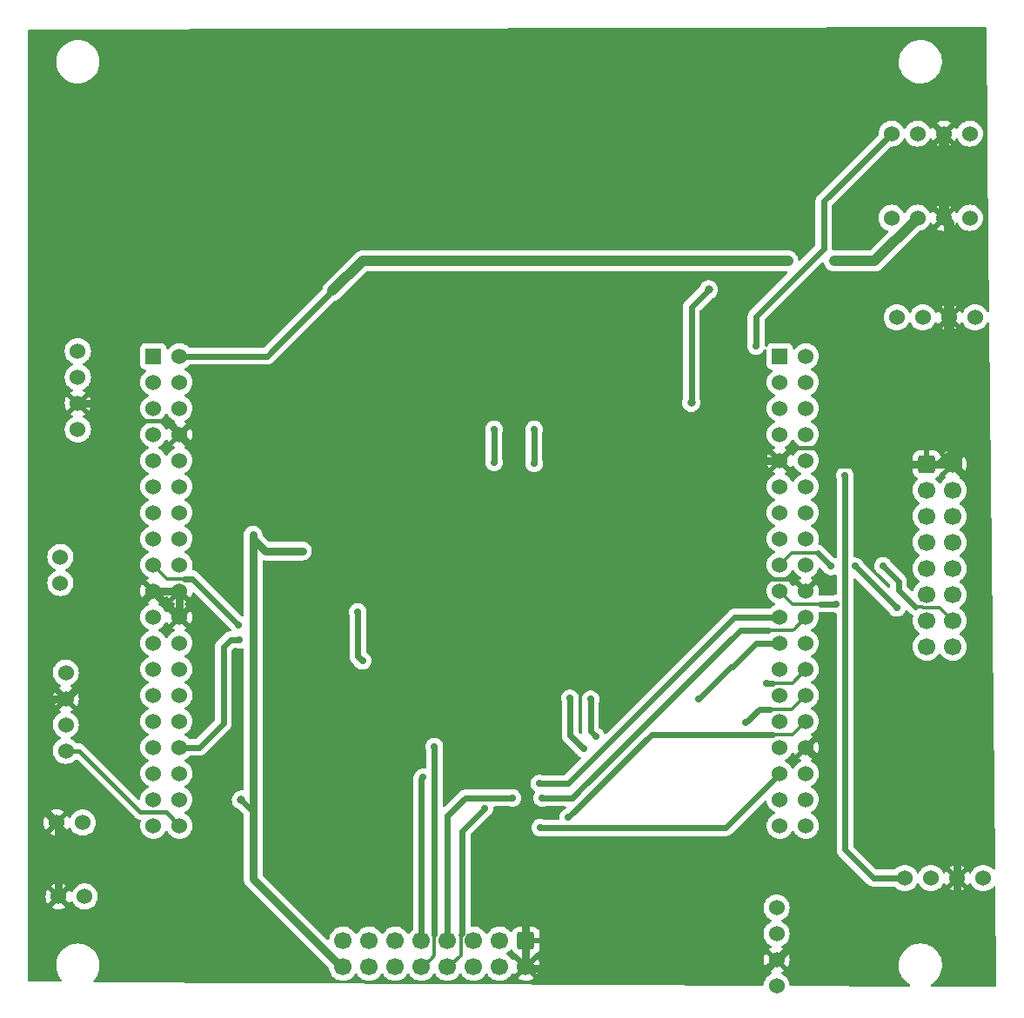
<source format=gbr>
G04 #@! TF.GenerationSoftware,KiCad,Pcbnew,(6.0.1)*
G04 #@! TF.CreationDate,2022-02-06T22:35:07+01:00*
G04 #@! TF.ProjectId,CartePrincipaleR1,43617274-6550-4726-996e-636970616c65,rev?*
G04 #@! TF.SameCoordinates,Original*
G04 #@! TF.FileFunction,Copper,L2,Bot*
G04 #@! TF.FilePolarity,Positive*
%FSLAX46Y46*%
G04 Gerber Fmt 4.6, Leading zero omitted, Abs format (unit mm)*
G04 Created by KiCad (PCBNEW (6.0.1)) date 2022-02-06 22:35:07*
%MOMM*%
%LPD*%
G01*
G04 APERTURE LIST*
G04 Aperture macros list*
%AMRoundRect*
0 Rectangle with rounded corners*
0 $1 Rounding radius*
0 $2 $3 $4 $5 $6 $7 $8 $9 X,Y pos of 4 corners*
0 Add a 4 corners polygon primitive as box body*
4,1,4,$2,$3,$4,$5,$6,$7,$8,$9,$2,$3,0*
0 Add four circle primitives for the rounded corners*
1,1,$1+$1,$2,$3*
1,1,$1+$1,$4,$5*
1,1,$1+$1,$6,$7*
1,1,$1+$1,$8,$9*
0 Add four rect primitives between the rounded corners*
20,1,$1+$1,$2,$3,$4,$5,0*
20,1,$1+$1,$4,$5,$6,$7,0*
20,1,$1+$1,$6,$7,$8,$9,0*
20,1,$1+$1,$8,$9,$2,$3,0*%
G04 Aperture macros list end*
G04 #@! TA.AperFunction,ComponentPad*
%ADD10C,1.524000*%
G04 #@! TD*
G04 #@! TA.AperFunction,ComponentPad*
%ADD11R,1.530000X1.530000*%
G04 #@! TD*
G04 #@! TA.AperFunction,ComponentPad*
%ADD12C,1.530000*%
G04 #@! TD*
G04 #@! TA.AperFunction,ComponentPad*
%ADD13RoundRect,0.250000X-0.600000X0.600000X-0.600000X-0.600000X0.600000X-0.600000X0.600000X0.600000X0*%
G04 #@! TD*
G04 #@! TA.AperFunction,ComponentPad*
%ADD14C,1.700000*%
G04 #@! TD*
G04 #@! TA.AperFunction,ComponentPad*
%ADD15RoundRect,0.250000X-0.600000X-0.600000X0.600000X-0.600000X0.600000X0.600000X-0.600000X0.600000X0*%
G04 #@! TD*
G04 #@! TA.AperFunction,ViaPad*
%ADD16C,0.700000*%
G04 #@! TD*
G04 #@! TA.AperFunction,ViaPad*
%ADD17C,0.800000*%
G04 #@! TD*
G04 #@! TA.AperFunction,Conductor*
%ADD18C,0.600000*%
G04 #@! TD*
G04 #@! TA.AperFunction,Conductor*
%ADD19C,0.800000*%
G04 #@! TD*
G04 #@! TA.AperFunction,Conductor*
%ADD20C,1.000000*%
G04 #@! TD*
G04 #@! TA.AperFunction,Conductor*
%ADD21C,0.400000*%
G04 #@! TD*
G04 #@! TA.AperFunction,Conductor*
%ADD22C,0.300000*%
G04 #@! TD*
G04 APERTURE END LIST*
D10*
X151110000Y-120500000D03*
X148570000Y-120500000D03*
X146030000Y-120500000D03*
X143490000Y-120500000D03*
X142190000Y-56200000D03*
X144730000Y-56200000D03*
X147270000Y-56200000D03*
X149810000Y-56200000D03*
X149810000Y-48000000D03*
X147270000Y-48000000D03*
X144730000Y-48000000D03*
X142190000Y-48000000D03*
X63000000Y-76810000D03*
X63000000Y-74270000D03*
X63000000Y-71730000D03*
X63000000Y-69190000D03*
X142700000Y-65900000D03*
X145240000Y-65900000D03*
X147780000Y-65900000D03*
X150320000Y-65900000D03*
D11*
X70350000Y-69690000D03*
D12*
X72890000Y-69690000D03*
X70350000Y-72230000D03*
X72890000Y-72230000D03*
X70350000Y-74770000D03*
X72890000Y-74770000D03*
X70350000Y-77310000D03*
X72890000Y-77310000D03*
X70350000Y-79850000D03*
X72890000Y-79850000D03*
X70350000Y-82390000D03*
X72890000Y-82390000D03*
X70350000Y-84930000D03*
X72890000Y-84930000D03*
X70350000Y-87470000D03*
X72890000Y-87470000D03*
X70350000Y-90010000D03*
X72890000Y-90010000D03*
X70350000Y-92550000D03*
X72890000Y-92550000D03*
X70350000Y-95090000D03*
X72890000Y-95090000D03*
X70350000Y-97630000D03*
X72890000Y-97630000D03*
X70350000Y-100170000D03*
X72890000Y-100170000D03*
X70350000Y-102710000D03*
X72890000Y-102710000D03*
X70350000Y-105250000D03*
X72890000Y-105250000D03*
X70350000Y-107790000D03*
X72890000Y-107790000D03*
X70350000Y-110330000D03*
X72890000Y-110330000D03*
X70350000Y-112870000D03*
X72890000Y-112870000D03*
X70350000Y-115410000D03*
X72890000Y-115410000D03*
D11*
X131310000Y-69690000D03*
D12*
X133850000Y-69690000D03*
X131310000Y-72230000D03*
X133850000Y-72230000D03*
X131310000Y-74770000D03*
X133850000Y-74770000D03*
X131310000Y-77310000D03*
X133850000Y-77310000D03*
X131310000Y-79850000D03*
X133850000Y-79850000D03*
X131310000Y-82390000D03*
X133850000Y-82390000D03*
X131310000Y-84930000D03*
X133850000Y-84930000D03*
X131310000Y-87470000D03*
X133850000Y-87470000D03*
X131310000Y-90010000D03*
X133850000Y-90010000D03*
X131310000Y-92550000D03*
X133850000Y-92550000D03*
X131310000Y-95090000D03*
X133850000Y-95090000D03*
X131310000Y-97630000D03*
X133850000Y-97630000D03*
X131310000Y-100170000D03*
X133850000Y-100170000D03*
X131310000Y-102710000D03*
X133850000Y-102710000D03*
X131310000Y-105250000D03*
X133850000Y-105250000D03*
X131310000Y-107790000D03*
X133850000Y-107790000D03*
X131310000Y-110330000D03*
X133850000Y-110330000D03*
X131310000Y-112870000D03*
X133850000Y-112870000D03*
X131310000Y-115410000D03*
X133850000Y-115410000D03*
D10*
X61300000Y-89230000D03*
X61300000Y-91770000D03*
X131000000Y-131010000D03*
X131000000Y-128470000D03*
X131000000Y-125930000D03*
X131000000Y-123390000D03*
X63470000Y-115100000D03*
X60930000Y-115100000D03*
D13*
X106600000Y-126600000D03*
D14*
X106600000Y-129140000D03*
X104060000Y-126600000D03*
X104060000Y-129140000D03*
X101520000Y-126600000D03*
X101520000Y-129140000D03*
X98980000Y-126600000D03*
X98980000Y-129140000D03*
X96440000Y-126600000D03*
X96440000Y-129140000D03*
X93900000Y-126600000D03*
X93900000Y-129140000D03*
X91360000Y-126600000D03*
X91360000Y-129140000D03*
X88820000Y-126600000D03*
X88820000Y-129140000D03*
D15*
X145600000Y-80200000D03*
D14*
X148140000Y-80200000D03*
X145600000Y-82740000D03*
X148140000Y-82740000D03*
X145600000Y-85280000D03*
X148140000Y-85280000D03*
X145600000Y-87820000D03*
X148140000Y-87820000D03*
X145600000Y-90360000D03*
X148140000Y-90360000D03*
X145600000Y-92900000D03*
X148140000Y-92900000D03*
X145600000Y-95440000D03*
X148140000Y-95440000D03*
X145600000Y-97980000D03*
X148140000Y-97980000D03*
D10*
X61832000Y-100490000D03*
X61832000Y-103030000D03*
X61832000Y-105570000D03*
X61832000Y-108110000D03*
X63670000Y-122300000D03*
X61130000Y-122300000D03*
D16*
X80200000Y-81100000D03*
X84850000Y-88650000D03*
X81450000Y-88650000D03*
D17*
X78900000Y-112900000D03*
D16*
X137650000Y-81300000D03*
X78650000Y-95850000D03*
X78750000Y-97300000D03*
X142700000Y-94200000D03*
X138650000Y-90150000D03*
X136300000Y-90150000D03*
X136800000Y-93800000D03*
X141350000Y-90100000D03*
X110900000Y-103000000D03*
X112200000Y-107900000D03*
X123400000Y-103100000D03*
X112900000Y-103100000D03*
X113400000Y-106700000D03*
X108200000Y-112700000D03*
X105300000Y-112700000D03*
X107900000Y-111300000D03*
X102600000Y-113700000D03*
X96600000Y-110700000D03*
X128000000Y-105350000D03*
X97700000Y-107700000D03*
X130000000Y-101500000D03*
X110750000Y-114600000D03*
X108000000Y-115600000D03*
X107400000Y-76800000D03*
X107400000Y-80100000D03*
X136600000Y-60400000D03*
X132100000Y-60400000D03*
X90250000Y-94600000D03*
X90700000Y-99350000D03*
X103500000Y-76800000D03*
X103500000Y-80000000D03*
D17*
X122700000Y-74200000D03*
X124400000Y-63200000D03*
D16*
X129000000Y-68700000D03*
D18*
X126040000Y-115600000D02*
X131310000Y-110330000D01*
X108000000Y-115600000D02*
X126040000Y-115600000D01*
X108000000Y-115600000D02*
X108100000Y-115600000D01*
X112900000Y-106200000D02*
X113400000Y-106700000D01*
X112900000Y-103100000D02*
X112900000Y-106200000D01*
D19*
X148100000Y-78900000D02*
X148200000Y-78900000D01*
X128600000Y-80900000D02*
X128600000Y-90300000D01*
X135400000Y-78600000D02*
X137000000Y-80200000D01*
X135800000Y-109700000D02*
X135800000Y-123100000D01*
D20*
X147780000Y-65900000D02*
X147780000Y-56710000D01*
D19*
X146900000Y-80100000D02*
X148100000Y-78900000D01*
X149245000Y-81305000D02*
X148140000Y-80200000D01*
D20*
X147270000Y-56200000D02*
X147270000Y-48000000D01*
D19*
X151100000Y-83160000D02*
X149245000Y-81305000D01*
X148200000Y-78900000D02*
X148200000Y-80260000D01*
D21*
X132560000Y-78600000D02*
X135400000Y-78600000D01*
D20*
X147780000Y-67680000D02*
X147780000Y-65900000D01*
D19*
X61130000Y-115300000D02*
X60930000Y-115100000D01*
X130130000Y-129340000D02*
X131000000Y-128470000D01*
X76680000Y-81100000D02*
X72890000Y-77310000D01*
X89750000Y-87050000D02*
X106600000Y-103900000D01*
X133270000Y-125630000D02*
X133270000Y-126200000D01*
X148670000Y-78430000D02*
X148670000Y-80730000D01*
D20*
X148670000Y-68570000D02*
X147780000Y-67680000D01*
D19*
X148200000Y-80260000D02*
X148870000Y-80930000D01*
D20*
X148670000Y-78430000D02*
X148670000Y-68570000D01*
D19*
X70350000Y-92550000D02*
X72890000Y-92550000D01*
D21*
X133850000Y-92550000D02*
X132685489Y-91385489D01*
X72890000Y-77310000D02*
X72890000Y-76990000D01*
D19*
X148570000Y-120500000D02*
X148570000Y-122430000D01*
X72890000Y-95090000D02*
X72890000Y-92550000D01*
X148570000Y-120500000D02*
X148570000Y-115680000D01*
X59900000Y-103800000D02*
X59900000Y-114070000D01*
D21*
X129685489Y-91385489D02*
X129300000Y-91000000D01*
X132685489Y-91385489D02*
X129685489Y-91385489D01*
D19*
X106600000Y-103900000D02*
X106600000Y-126800000D01*
X61832000Y-103030000D02*
X68400000Y-96462000D01*
X106600000Y-129340000D02*
X130130000Y-129340000D01*
D20*
X147780000Y-56710000D02*
X147270000Y-56200000D01*
D21*
X71900000Y-76000000D02*
X69200000Y-76000000D01*
D19*
X148670000Y-80730000D02*
X148870000Y-80930000D01*
X135100000Y-123800000D02*
X133270000Y-125630000D01*
X106600000Y-129340000D02*
X106600000Y-126800000D01*
X89450000Y-87050000D02*
X89750000Y-87050000D01*
X83650000Y-80950000D02*
X89750000Y-87050000D01*
D21*
X131310000Y-79850000D02*
X132560000Y-78600000D01*
D19*
X135760000Y-109700000D02*
X133850000Y-107790000D01*
X147200000Y-123800000D02*
X135100000Y-123800000D01*
X59900000Y-114070000D02*
X60930000Y-115100000D01*
X148140000Y-80200000D02*
X145600000Y-80200000D01*
X133270000Y-126200000D02*
X131000000Y-128470000D01*
X69200000Y-76000000D02*
X67470000Y-74270000D01*
X131310000Y-79850000D02*
X129650000Y-79850000D01*
X83500000Y-81100000D02*
X80200000Y-81100000D01*
X148570000Y-122430000D02*
X147200000Y-123800000D01*
X60670000Y-103030000D02*
X59900000Y-103800000D01*
X129650000Y-79850000D02*
X128600000Y-80900000D01*
X61130000Y-122300000D02*
X61130000Y-115300000D01*
X148870000Y-80930000D02*
X149245000Y-81305000D01*
X61832000Y-103030000D02*
X60670000Y-103030000D01*
X67470000Y-74270000D02*
X63000000Y-74270000D01*
X83500000Y-81100000D02*
X89450000Y-87050000D01*
X68400000Y-96462000D02*
X68400000Y-94500000D01*
D21*
X72890000Y-76990000D02*
X71900000Y-76000000D01*
D19*
X68400000Y-94500000D02*
X70350000Y-92550000D01*
X148670000Y-78430000D02*
X148200000Y-78900000D01*
X135800000Y-109700000D02*
X135760000Y-109700000D01*
X128600000Y-90300000D02*
X129300000Y-91000000D01*
X70350000Y-92550000D02*
X72890000Y-95090000D01*
X80200000Y-81100000D02*
X76680000Y-81100000D01*
X151100000Y-113150000D02*
X151100000Y-83160000D01*
X135800000Y-123100000D02*
X135100000Y-123800000D01*
X137000000Y-80200000D02*
X145600000Y-80200000D01*
X148570000Y-115680000D02*
X151100000Y-113150000D01*
X80050000Y-109950000D02*
X80050000Y-114250000D01*
X80050000Y-87100000D02*
X80050000Y-87450000D01*
D18*
X80050000Y-114050000D02*
X80050000Y-114250000D01*
D19*
X80050000Y-114250000D02*
X80050000Y-120570000D01*
X80050000Y-120570000D02*
X88820000Y-129340000D01*
D18*
X78900000Y-112900000D02*
X80050000Y-114050000D01*
D19*
X80050000Y-87100000D02*
X80050000Y-109950000D01*
X80050000Y-87450000D02*
X81250000Y-88650000D01*
X81250000Y-88650000D02*
X81450000Y-88650000D01*
X81450000Y-88650000D02*
X84850000Y-88650000D01*
D21*
X63110000Y-108110000D02*
X69100000Y-114100000D01*
X61832000Y-108110000D02*
X63110000Y-108110000D01*
X71580000Y-114100000D02*
X72890000Y-115410000D01*
X69100000Y-114100000D02*
X71580000Y-114100000D01*
D18*
X140400000Y-120500000D02*
X143490000Y-120500000D01*
X137650000Y-117750000D02*
X140400000Y-120500000D01*
X137650000Y-81300000D02*
X137650000Y-117750000D01*
D22*
X71690000Y-91350000D02*
X73400000Y-91350000D01*
D18*
X74150000Y-91350000D02*
X78650000Y-95850000D01*
D22*
X70350000Y-90010000D02*
X71690000Y-91350000D01*
D18*
X73400000Y-91350000D02*
X74150000Y-91350000D01*
X77150000Y-105450000D02*
X77150000Y-98000000D01*
X74810000Y-107790000D02*
X77150000Y-105450000D01*
X72890000Y-107790000D02*
X74810000Y-107790000D01*
X77150000Y-98000000D02*
X77850000Y-97300000D01*
X77850000Y-97300000D02*
X78750000Y-97300000D01*
X135000000Y-88850000D02*
X136300000Y-90150000D01*
D22*
X132470000Y-88850000D02*
X135000000Y-88850000D01*
X131310000Y-90010000D02*
X132470000Y-88850000D01*
D18*
X138650000Y-90150000D02*
X142700000Y-94200000D01*
X136400000Y-93800000D02*
X136800000Y-93800000D01*
D22*
X131310000Y-92550000D02*
X132560000Y-93800000D01*
X132560000Y-93800000D02*
X135250000Y-93800000D01*
D18*
X135250000Y-93800000D02*
X136400000Y-93800000D01*
D22*
X145300000Y-94200000D02*
X146900000Y-94200000D01*
X145200000Y-94100000D02*
X145300000Y-94200000D01*
D18*
X142850000Y-92450000D02*
X144500000Y-94100000D01*
X141350000Y-90100000D02*
X142850000Y-91600000D01*
X142850000Y-91600000D02*
X142850000Y-92450000D01*
D22*
X144500000Y-94100000D02*
X145200000Y-94100000D01*
X146900000Y-94200000D02*
X148140000Y-95440000D01*
D18*
X110900000Y-106600000D02*
X112200000Y-107900000D01*
X110900000Y-103000000D02*
X110900000Y-106600000D01*
X131310000Y-97630000D02*
X129020000Y-97630000D01*
X126550000Y-99950000D02*
X123400000Y-103100000D01*
X129020000Y-97630000D02*
X126700000Y-99950000D01*
X126700000Y-99950000D02*
X126550000Y-99950000D01*
X105300000Y-112700000D02*
X100700000Y-112700000D01*
X111100000Y-112700000D02*
X108200000Y-112700000D01*
X111750000Y-112050000D02*
X111100000Y-112700000D01*
D22*
X132590000Y-96350000D02*
X130200000Y-96350000D01*
D18*
X130200000Y-96350000D02*
X127450000Y-96350000D01*
X127450000Y-96350000D02*
X111750000Y-112050000D01*
X100700000Y-112700000D02*
X98980000Y-114420000D01*
D22*
X132690000Y-96250000D02*
X132590000Y-96350000D01*
X133850000Y-95090000D02*
X132690000Y-96250000D01*
D18*
X98980000Y-114420000D02*
X98980000Y-126800000D01*
X102600000Y-113700000D02*
X100400000Y-115900000D01*
X131310000Y-95090000D02*
X128910000Y-95090000D01*
X115700000Y-106300000D02*
X110700000Y-111300000D01*
X126910000Y-95090000D02*
X115700000Y-106300000D01*
D22*
X100300000Y-128020000D02*
X100300000Y-126000000D01*
D18*
X110700000Y-111300000D02*
X107900000Y-111300000D01*
X100400000Y-115900000D02*
X100400000Y-125900000D01*
X100400000Y-125900000D02*
X100300000Y-126000000D01*
X128910000Y-95090000D02*
X126960000Y-95090000D01*
X126960000Y-95090000D02*
X126910000Y-95090000D01*
D22*
X98980000Y-129340000D02*
X100300000Y-128020000D01*
D18*
X96600000Y-110700000D02*
X96440000Y-110860000D01*
D22*
X132510000Y-104050000D02*
X130350000Y-104050000D01*
D18*
X130350000Y-104050000D02*
X129300000Y-104050000D01*
X96440000Y-110860000D02*
X96440000Y-126800000D01*
D22*
X133850000Y-102710000D02*
X132510000Y-104050000D01*
D18*
X129300000Y-104050000D02*
X128000000Y-105350000D01*
D22*
X96440000Y-129340000D02*
X97380000Y-128400000D01*
X133850000Y-100170000D02*
X132520000Y-101500000D01*
X97700000Y-126200000D02*
X97700000Y-126000000D01*
X97700000Y-128080000D02*
X97700000Y-126200000D01*
X97380000Y-128400000D02*
X97700000Y-128080000D01*
X132520000Y-101500000D02*
X130650000Y-101500000D01*
D18*
X130650000Y-101500000D02*
X130000000Y-101500000D01*
X97700000Y-126000000D02*
X97700000Y-107700000D01*
D22*
X133850000Y-105250000D02*
X132550000Y-106550000D01*
X132550000Y-106550000D02*
X130600000Y-106550000D01*
D18*
X130600000Y-106550000D02*
X118800000Y-106550000D01*
X118800000Y-106550000D02*
X110750000Y-114600000D01*
X107400000Y-76800000D02*
X107400000Y-80100000D01*
D20*
X90700000Y-60400000D02*
X108500000Y-60400000D01*
D18*
X81410000Y-69690000D02*
X87800000Y-63300000D01*
D20*
X144730000Y-56200000D02*
X140530000Y-60400000D01*
X108500000Y-60400000D02*
X132100000Y-60400000D01*
D18*
X72890000Y-69690000D02*
X81410000Y-69690000D01*
D20*
X87800000Y-63300000D02*
X90700000Y-60400000D01*
X140530000Y-60400000D02*
X136600000Y-60400000D01*
D18*
X90250000Y-98900000D02*
X90700000Y-99350000D01*
X90250000Y-94600000D02*
X90250000Y-98900000D01*
X103500000Y-76800000D02*
X103500000Y-80000000D01*
X122700000Y-74200000D02*
X122700000Y-64900000D01*
X122700000Y-64900000D02*
X124400000Y-63200000D01*
X135600480Y-54589520D02*
X135600480Y-59199520D01*
X142190000Y-48000000D02*
X135600480Y-54589520D01*
X135600480Y-59199520D02*
X129000000Y-65800000D01*
X129000000Y-65800000D02*
X129000000Y-68700000D01*
G04 #@! TA.AperFunction,Conductor*
G36*
X151343124Y-37620185D02*
G01*
X151389789Y-37673690D01*
X151401337Y-37725053D01*
X151636538Y-59716262D01*
X151690900Y-64799103D01*
X151695988Y-65274874D01*
X151676715Y-65343205D01*
X151623560Y-65390269D01*
X151553398Y-65401124D01*
X151488506Y-65372323D01*
X151455800Y-65329472D01*
X151426814Y-65267312D01*
X151426813Y-65267311D01*
X151424488Y-65262324D01*
X151396739Y-65222694D01*
X151300136Y-65084730D01*
X151300134Y-65084727D01*
X151296977Y-65080219D01*
X151139781Y-64923023D01*
X151135273Y-64919866D01*
X151135270Y-64919864D01*
X151059505Y-64866813D01*
X150957677Y-64795512D01*
X150952695Y-64793189D01*
X150952690Y-64793186D01*
X150761178Y-64703883D01*
X150761177Y-64703882D01*
X150756196Y-64701560D01*
X150750888Y-64700138D01*
X150750886Y-64700137D01*
X150685051Y-64682497D01*
X150541463Y-64644022D01*
X150320000Y-64624647D01*
X150098537Y-64644022D01*
X149954949Y-64682497D01*
X149889114Y-64700137D01*
X149889112Y-64700138D01*
X149883804Y-64701560D01*
X149878823Y-64703882D01*
X149878822Y-64703883D01*
X149687311Y-64793186D01*
X149687306Y-64793189D01*
X149682324Y-64795512D01*
X149677817Y-64798668D01*
X149677815Y-64798669D01*
X149504730Y-64919864D01*
X149504727Y-64919866D01*
X149500219Y-64923023D01*
X149343023Y-65080219D01*
X149339866Y-65084727D01*
X149339864Y-65084730D01*
X149243261Y-65222694D01*
X149215512Y-65262324D01*
X149213189Y-65267306D01*
X149213186Y-65267311D01*
X149163919Y-65372965D01*
X149117001Y-65426250D01*
X149048724Y-65445711D01*
X148980764Y-65425169D01*
X148935529Y-65372965D01*
X148886377Y-65267559D01*
X148880897Y-65258068D01*
X148850206Y-65214235D01*
X148839729Y-65205860D01*
X148826282Y-65212928D01*
X148152022Y-65887188D01*
X148144408Y-65901132D01*
X148144539Y-65902965D01*
X148148790Y-65909580D01*
X148827003Y-66587793D01*
X148838777Y-66594223D01*
X148850793Y-66584926D01*
X148880897Y-66541932D01*
X148886377Y-66532441D01*
X148935529Y-66427035D01*
X148982447Y-66373750D01*
X149050724Y-66354289D01*
X149118684Y-66374831D01*
X149163919Y-66427035D01*
X149213186Y-66532689D01*
X149213189Y-66532694D01*
X149215512Y-66537676D01*
X149218668Y-66542183D01*
X149218669Y-66542185D01*
X149255107Y-66594223D01*
X149343023Y-66719781D01*
X149500219Y-66876977D01*
X149504727Y-66880134D01*
X149504730Y-66880136D01*
X149580495Y-66933187D01*
X149682323Y-67004488D01*
X149687305Y-67006811D01*
X149687310Y-67006814D01*
X149877810Y-67095645D01*
X149883804Y-67098440D01*
X149889112Y-67099862D01*
X149889114Y-67099863D01*
X149954949Y-67117503D01*
X150098537Y-67155978D01*
X150320000Y-67175353D01*
X150541463Y-67155978D01*
X150685051Y-67117503D01*
X150750886Y-67099863D01*
X150750888Y-67099862D01*
X150756196Y-67098440D01*
X150762190Y-67095645D01*
X150952690Y-67006814D01*
X150952695Y-67006811D01*
X150957677Y-67004488D01*
X151059505Y-66933187D01*
X151135270Y-66880136D01*
X151135273Y-66880134D01*
X151139781Y-66876977D01*
X151296977Y-66719781D01*
X151384894Y-66594223D01*
X151421331Y-66542185D01*
X151421332Y-66542183D01*
X151424488Y-66537676D01*
X151426811Y-66532695D01*
X151426817Y-66532684D01*
X151468845Y-66442555D01*
X151515762Y-66389270D01*
X151584039Y-66369810D01*
X151651999Y-66390352D01*
X151698065Y-66444375D01*
X151709032Y-66494456D01*
X152274798Y-119393623D01*
X152276624Y-119564335D01*
X152257351Y-119632666D01*
X152204196Y-119679730D01*
X152134034Y-119690585D01*
X152069142Y-119661784D01*
X152061536Y-119654778D01*
X151929781Y-119523023D01*
X151925273Y-119519866D01*
X151925270Y-119519864D01*
X151849505Y-119466813D01*
X151747677Y-119395512D01*
X151742695Y-119393189D01*
X151742690Y-119393186D01*
X151551178Y-119303883D01*
X151551177Y-119303882D01*
X151546196Y-119301560D01*
X151540888Y-119300138D01*
X151540886Y-119300137D01*
X151475051Y-119282497D01*
X151331463Y-119244022D01*
X151110000Y-119224647D01*
X150888537Y-119244022D01*
X150744949Y-119282497D01*
X150679114Y-119300137D01*
X150679112Y-119300138D01*
X150673804Y-119301560D01*
X150668823Y-119303882D01*
X150668822Y-119303883D01*
X150477311Y-119393186D01*
X150477306Y-119393189D01*
X150472324Y-119395512D01*
X150467817Y-119398668D01*
X150467815Y-119398669D01*
X150294730Y-119519864D01*
X150294727Y-119519866D01*
X150290219Y-119523023D01*
X150133023Y-119680219D01*
X150129866Y-119684727D01*
X150129864Y-119684730D01*
X150008669Y-119857815D01*
X150005512Y-119862324D01*
X150003189Y-119867306D01*
X150003186Y-119867311D01*
X149953919Y-119972965D01*
X149907001Y-120026250D01*
X149838724Y-120045711D01*
X149770764Y-120025169D01*
X149725529Y-119972965D01*
X149676377Y-119867559D01*
X149670897Y-119858068D01*
X149640206Y-119814235D01*
X149629729Y-119805860D01*
X149616282Y-119812928D01*
X148942022Y-120487188D01*
X148934408Y-120501132D01*
X148934539Y-120502965D01*
X148938790Y-120509580D01*
X149617003Y-121187793D01*
X149628777Y-121194223D01*
X149640793Y-121184926D01*
X149670897Y-121141932D01*
X149676377Y-121132441D01*
X149725529Y-121027035D01*
X149772447Y-120973750D01*
X149840724Y-120954289D01*
X149908684Y-120974831D01*
X149953919Y-121027035D01*
X150003186Y-121132689D01*
X150003189Y-121132694D01*
X150005512Y-121137676D01*
X150008668Y-121142183D01*
X150008669Y-121142185D01*
X150125366Y-121308845D01*
X150133023Y-121319781D01*
X150290219Y-121476977D01*
X150294727Y-121480134D01*
X150294730Y-121480136D01*
X150294849Y-121480219D01*
X150472323Y-121604488D01*
X150477305Y-121606811D01*
X150477310Y-121606814D01*
X150607579Y-121667559D01*
X150673804Y-121698440D01*
X150679112Y-121699862D01*
X150679114Y-121699863D01*
X150744949Y-121717503D01*
X150888537Y-121755978D01*
X151110000Y-121775353D01*
X151331463Y-121755978D01*
X151475051Y-121717503D01*
X151540886Y-121699863D01*
X151540888Y-121699862D01*
X151546196Y-121698440D01*
X151612421Y-121667559D01*
X151742690Y-121606814D01*
X151742695Y-121606811D01*
X151747677Y-121604488D01*
X151925151Y-121480219D01*
X151925270Y-121480136D01*
X151925273Y-121480134D01*
X151929781Y-121476977D01*
X152081310Y-121325448D01*
X152143622Y-121291422D01*
X152214437Y-121296487D01*
X152271273Y-121339034D01*
X152296084Y-121405554D01*
X152296398Y-121413189D01*
X152398248Y-130936131D01*
X152398631Y-130971975D01*
X152379358Y-131040306D01*
X152326203Y-131087370D01*
X152271970Y-131099321D01*
X146111359Y-131066656D01*
X146043345Y-131046293D01*
X145997137Y-130992392D01*
X145987406Y-130922065D01*
X146017241Y-130857642D01*
X146054238Y-130828692D01*
X146091000Y-130809718D01*
X146091005Y-130809715D01*
X146094812Y-130807750D01*
X146098313Y-130805289D01*
X146098317Y-130805287D01*
X146212418Y-130725095D01*
X146330023Y-130642441D01*
X146481421Y-130501753D01*
X146537479Y-130449661D01*
X146537481Y-130449658D01*
X146540622Y-130446740D01*
X146722713Y-130224268D01*
X146872927Y-129979142D01*
X146903863Y-129908669D01*
X146986757Y-129719830D01*
X146988483Y-129715898D01*
X147067244Y-129439406D01*
X147106408Y-129164223D01*
X147107146Y-129159036D01*
X147107146Y-129159034D01*
X147107751Y-129154784D01*
X147107779Y-129149580D01*
X147109235Y-128871583D01*
X147109235Y-128871576D01*
X147109257Y-128867297D01*
X147105930Y-128842022D01*
X147072292Y-128586522D01*
X147071732Y-128582266D01*
X146995871Y-128304964D01*
X146918842Y-128124373D01*
X146884763Y-128044476D01*
X146884761Y-128044472D01*
X146883077Y-128040524D01*
X146808527Y-127915960D01*
X146737643Y-127797521D01*
X146737640Y-127797517D01*
X146735439Y-127793839D01*
X146555687Y-127569472D01*
X146402094Y-127423718D01*
X146350258Y-127374527D01*
X146350255Y-127374525D01*
X146347149Y-127371577D01*
X146113683Y-127203814D01*
X146091843Y-127192250D01*
X145976760Y-127131317D01*
X145859608Y-127069288D01*
X145589627Y-126970489D01*
X145308736Y-126909245D01*
X145277685Y-126906801D01*
X145085718Y-126891693D01*
X145085709Y-126891693D01*
X145083261Y-126891500D01*
X144927729Y-126891500D01*
X144925593Y-126891646D01*
X144925582Y-126891646D01*
X144717452Y-126905835D01*
X144717446Y-126905836D01*
X144713175Y-126906127D01*
X144708980Y-126906996D01*
X144708978Y-126906996D01*
X144572417Y-126935276D01*
X144431658Y-126964426D01*
X144160657Y-127060393D01*
X143905188Y-127192250D01*
X143901687Y-127194711D01*
X143901683Y-127194713D01*
X143891594Y-127201804D01*
X143669977Y-127357559D01*
X143624527Y-127399794D01*
X143499931Y-127515576D01*
X143459378Y-127553260D01*
X143277287Y-127775732D01*
X143127073Y-128020858D01*
X143011517Y-128284102D01*
X143010342Y-128288229D01*
X143010341Y-128288230D01*
X143004395Y-128309103D01*
X142932756Y-128560594D01*
X142929672Y-128582266D01*
X142893164Y-128838790D01*
X142892249Y-128845216D01*
X142892227Y-128849505D01*
X142892226Y-128849512D01*
X142890765Y-129128417D01*
X142890743Y-129132703D01*
X142891302Y-129136947D01*
X142891302Y-129136951D01*
X142900026Y-129203212D01*
X142928268Y-129417734D01*
X143004129Y-129695036D01*
X143005813Y-129698984D01*
X143108910Y-129940689D01*
X143116923Y-129959476D01*
X143160940Y-130033023D01*
X143257720Y-130194730D01*
X143264561Y-130206161D01*
X143444313Y-130430528D01*
X143519369Y-130501753D01*
X143640951Y-130617130D01*
X143652851Y-130628423D01*
X143675787Y-130644904D01*
X143868279Y-130783224D01*
X143886317Y-130796186D01*
X143926389Y-130817403D01*
X143977232Y-130866956D01*
X143993213Y-130936131D01*
X143969259Y-131002964D01*
X143912974Y-131046237D01*
X143866762Y-131054755D01*
X132388734Y-130993896D01*
X132320721Y-130973533D01*
X132274513Y-130919632D01*
X132263882Y-130878880D01*
X132257443Y-130805287D01*
X132255978Y-130788537D01*
X132208918Y-130612908D01*
X132199863Y-130579114D01*
X132199862Y-130579112D01*
X132198440Y-130573804D01*
X132164302Y-130500595D01*
X132106814Y-130377311D01*
X132106811Y-130377306D01*
X132104488Y-130372324D01*
X132061476Y-130310896D01*
X131980136Y-130194730D01*
X131980134Y-130194727D01*
X131976977Y-130190219D01*
X131819781Y-130033023D01*
X131815273Y-130029866D01*
X131815270Y-130029864D01*
X131694197Y-129945088D01*
X131637677Y-129905512D01*
X131632695Y-129903189D01*
X131632690Y-129903186D01*
X131527035Y-129853919D01*
X131473750Y-129807002D01*
X131454289Y-129738725D01*
X131474831Y-129670765D01*
X131527035Y-129625529D01*
X131632445Y-129576376D01*
X131641931Y-129570898D01*
X131685764Y-129540207D01*
X131694139Y-129529729D01*
X131687071Y-129516281D01*
X131012812Y-128842022D01*
X130998868Y-128834408D01*
X130997035Y-128834539D01*
X130990420Y-128838790D01*
X130312207Y-129517003D01*
X130305777Y-129528777D01*
X130315074Y-129540793D01*
X130358069Y-129570898D01*
X130367555Y-129576376D01*
X130472965Y-129625529D01*
X130526250Y-129672446D01*
X130545711Y-129740723D01*
X130525169Y-129808683D01*
X130472965Y-129853919D01*
X130367311Y-129903186D01*
X130367306Y-129903189D01*
X130362324Y-129905512D01*
X130357817Y-129908668D01*
X130357815Y-129908669D01*
X130184730Y-130029864D01*
X130184727Y-130029866D01*
X130180219Y-130033023D01*
X130023023Y-130190219D01*
X130019866Y-130194727D01*
X130019864Y-130194730D01*
X129938524Y-130310896D01*
X129895512Y-130372324D01*
X129893189Y-130377306D01*
X129893186Y-130377311D01*
X129835698Y-130500595D01*
X129801560Y-130573804D01*
X129800138Y-130579112D01*
X129800137Y-130579114D01*
X129745446Y-130783222D01*
X129744022Y-130788537D01*
X129743543Y-130794016D01*
X129743541Y-130794029D01*
X129737405Y-130864153D01*
X129711542Y-130930271D01*
X129654038Y-130971911D01*
X129611219Y-130979169D01*
X99679043Y-130820462D01*
X64652030Y-130634740D01*
X64584016Y-130614377D01*
X64537808Y-130560476D01*
X64528077Y-130490149D01*
X64555194Y-130428936D01*
X64556627Y-130427186D01*
X64722713Y-130224268D01*
X64872927Y-129979142D01*
X64903863Y-129908669D01*
X64986757Y-129719830D01*
X64988483Y-129715898D01*
X65067244Y-129439406D01*
X65106408Y-129164223D01*
X65107146Y-129159036D01*
X65107146Y-129159034D01*
X65107751Y-129154784D01*
X65107779Y-129149580D01*
X65109235Y-128871583D01*
X65109235Y-128871576D01*
X65109257Y-128867297D01*
X65105930Y-128842022D01*
X65072292Y-128586522D01*
X65071732Y-128582266D01*
X64995871Y-128304964D01*
X64918842Y-128124373D01*
X64884763Y-128044476D01*
X64884761Y-128044472D01*
X64883077Y-128040524D01*
X64808527Y-127915960D01*
X64737643Y-127797521D01*
X64737640Y-127797517D01*
X64735439Y-127793839D01*
X64555687Y-127569472D01*
X64402094Y-127423718D01*
X64350258Y-127374527D01*
X64350255Y-127374525D01*
X64347149Y-127371577D01*
X64113683Y-127203814D01*
X64091843Y-127192250D01*
X63976760Y-127131317D01*
X63859608Y-127069288D01*
X63589627Y-126970489D01*
X63308736Y-126909245D01*
X63277685Y-126906801D01*
X63085718Y-126891693D01*
X63085709Y-126891693D01*
X63083261Y-126891500D01*
X62927729Y-126891500D01*
X62925593Y-126891646D01*
X62925582Y-126891646D01*
X62717452Y-126905835D01*
X62717446Y-126905836D01*
X62713175Y-126906127D01*
X62708980Y-126906996D01*
X62708978Y-126906996D01*
X62572417Y-126935276D01*
X62431658Y-126964426D01*
X62160657Y-127060393D01*
X61905188Y-127192250D01*
X61901687Y-127194711D01*
X61901683Y-127194713D01*
X61891594Y-127201804D01*
X61669977Y-127357559D01*
X61624527Y-127399794D01*
X61499931Y-127515576D01*
X61459378Y-127553260D01*
X61277287Y-127775732D01*
X61127073Y-128020858D01*
X61011517Y-128284102D01*
X61010342Y-128288229D01*
X61010341Y-128288230D01*
X61004395Y-128309103D01*
X60932756Y-128560594D01*
X60929672Y-128582266D01*
X60893164Y-128838790D01*
X60892249Y-128845216D01*
X60892227Y-128849505D01*
X60892226Y-128849512D01*
X60890765Y-129128417D01*
X60890743Y-129132703D01*
X60891302Y-129136947D01*
X60891302Y-129136951D01*
X60900026Y-129203212D01*
X60928268Y-129417734D01*
X61004129Y-129695036D01*
X61005813Y-129698984D01*
X61108910Y-129940689D01*
X61116923Y-129959476D01*
X61160940Y-130033023D01*
X61257720Y-130194730D01*
X61264561Y-130206161D01*
X61267242Y-130209508D01*
X61267248Y-130209516D01*
X61429750Y-130412352D01*
X61456732Y-130478021D01*
X61443927Y-130547853D01*
X61395400Y-130599677D01*
X61330748Y-130617130D01*
X60534487Y-130612908D01*
X58225330Y-130600665D01*
X58157318Y-130580302D01*
X58111110Y-130526401D01*
X58100000Y-130474667D01*
X58100000Y-123358777D01*
X60435777Y-123358777D01*
X60445074Y-123370793D01*
X60488069Y-123400898D01*
X60497555Y-123406376D01*
X60688993Y-123495645D01*
X60699285Y-123499391D01*
X60903309Y-123554059D01*
X60914104Y-123555962D01*
X61124525Y-123574372D01*
X61135475Y-123574372D01*
X61345896Y-123555962D01*
X61356691Y-123554059D01*
X61560715Y-123499391D01*
X61571007Y-123495645D01*
X61762445Y-123406376D01*
X61771931Y-123400898D01*
X61815764Y-123370207D01*
X61824139Y-123359729D01*
X61817071Y-123346281D01*
X61142812Y-122672022D01*
X61128868Y-122664408D01*
X61127035Y-122664539D01*
X61120420Y-122668790D01*
X60442207Y-123347003D01*
X60435777Y-123358777D01*
X58100000Y-123358777D01*
X58100000Y-122305475D01*
X59855628Y-122305475D01*
X59874038Y-122515896D01*
X59875941Y-122526691D01*
X59930609Y-122730715D01*
X59934355Y-122741007D01*
X60023623Y-122932441D01*
X60029103Y-122941932D01*
X60059794Y-122985765D01*
X60070271Y-122994140D01*
X60083718Y-122987072D01*
X60757978Y-122312812D01*
X60764356Y-122301132D01*
X61494408Y-122301132D01*
X61494539Y-122302965D01*
X61498790Y-122309580D01*
X62177003Y-122987793D01*
X62188777Y-122994223D01*
X62200793Y-122984926D01*
X62230897Y-122941932D01*
X62236377Y-122932441D01*
X62285529Y-122827035D01*
X62332447Y-122773750D01*
X62400724Y-122754289D01*
X62468684Y-122774831D01*
X62513919Y-122827035D01*
X62563186Y-122932689D01*
X62563189Y-122932694D01*
X62565512Y-122937676D01*
X62568668Y-122942183D01*
X62568669Y-122942185D01*
X62605107Y-122994223D01*
X62693023Y-123119781D01*
X62850219Y-123276977D01*
X62854727Y-123280134D01*
X62854730Y-123280136D01*
X62930495Y-123333187D01*
X63032323Y-123404488D01*
X63037305Y-123406811D01*
X63037310Y-123406814D01*
X63227810Y-123495645D01*
X63233804Y-123498440D01*
X63239112Y-123499862D01*
X63239114Y-123499863D01*
X63304949Y-123517503D01*
X63448537Y-123555978D01*
X63670000Y-123575353D01*
X63891463Y-123555978D01*
X64035051Y-123517503D01*
X64100886Y-123499863D01*
X64100888Y-123499862D01*
X64106196Y-123498440D01*
X64112190Y-123495645D01*
X64302690Y-123406814D01*
X64302695Y-123406811D01*
X64307677Y-123404488D01*
X64409505Y-123333187D01*
X64485270Y-123280136D01*
X64485273Y-123280134D01*
X64489781Y-123276977D01*
X64646977Y-123119781D01*
X64734894Y-122994223D01*
X64771331Y-122942185D01*
X64771332Y-122942183D01*
X64774488Y-122937676D01*
X64776811Y-122932694D01*
X64776814Y-122932689D01*
X64866117Y-122741178D01*
X64866118Y-122741177D01*
X64868440Y-122736196D01*
X64925978Y-122521463D01*
X64945353Y-122300000D01*
X64925978Y-122078537D01*
X64868440Y-121863804D01*
X64850424Y-121825169D01*
X64776814Y-121667311D01*
X64776811Y-121667306D01*
X64774488Y-121662324D01*
X64771331Y-121657815D01*
X64650136Y-121484730D01*
X64650134Y-121484727D01*
X64646977Y-121480219D01*
X64489781Y-121323023D01*
X64485273Y-121319866D01*
X64485270Y-121319864D01*
X64395691Y-121257140D01*
X64307677Y-121195512D01*
X64302695Y-121193189D01*
X64302690Y-121193186D01*
X64111178Y-121103883D01*
X64111177Y-121103882D01*
X64106196Y-121101560D01*
X64100888Y-121100138D01*
X64100886Y-121100137D01*
X64020009Y-121078466D01*
X63891463Y-121044022D01*
X63670000Y-121024647D01*
X63448537Y-121044022D01*
X63319991Y-121078466D01*
X63239114Y-121100137D01*
X63239112Y-121100138D01*
X63233804Y-121101560D01*
X63228823Y-121103882D01*
X63228822Y-121103883D01*
X63037311Y-121193186D01*
X63037306Y-121193189D01*
X63032324Y-121195512D01*
X63027817Y-121198668D01*
X63027815Y-121198669D01*
X62854730Y-121319864D01*
X62854727Y-121319866D01*
X62850219Y-121323023D01*
X62693023Y-121480219D01*
X62689866Y-121484727D01*
X62689864Y-121484730D01*
X62568669Y-121657815D01*
X62565512Y-121662324D01*
X62563189Y-121667306D01*
X62563186Y-121667311D01*
X62513919Y-121772965D01*
X62467001Y-121826250D01*
X62398724Y-121845711D01*
X62330764Y-121825169D01*
X62285529Y-121772965D01*
X62236377Y-121667559D01*
X62230897Y-121658068D01*
X62200206Y-121614235D01*
X62189729Y-121605860D01*
X62176282Y-121612928D01*
X61502022Y-122287188D01*
X61494408Y-122301132D01*
X60764356Y-122301132D01*
X60765592Y-122298868D01*
X60765461Y-122297035D01*
X60761210Y-122290420D01*
X60082997Y-121612207D01*
X60071223Y-121605777D01*
X60059207Y-121615074D01*
X60029103Y-121658068D01*
X60023623Y-121667559D01*
X59934355Y-121858993D01*
X59930609Y-121869285D01*
X59875941Y-122073309D01*
X59874038Y-122084104D01*
X59855628Y-122294525D01*
X59855628Y-122305475D01*
X58100000Y-122305475D01*
X58100000Y-121240271D01*
X60435860Y-121240271D01*
X60442928Y-121253718D01*
X61117188Y-121927978D01*
X61131132Y-121935592D01*
X61132965Y-121935461D01*
X61139580Y-121931210D01*
X61817793Y-121252997D01*
X61824223Y-121241223D01*
X61814926Y-121229207D01*
X61771931Y-121199102D01*
X61762445Y-121193624D01*
X61571007Y-121104355D01*
X61560715Y-121100609D01*
X61356691Y-121045941D01*
X61345896Y-121044038D01*
X61135475Y-121025628D01*
X61124525Y-121025628D01*
X60914104Y-121044038D01*
X60903309Y-121045941D01*
X60699285Y-121100609D01*
X60688993Y-121104355D01*
X60497559Y-121193623D01*
X60488068Y-121199103D01*
X60444235Y-121229794D01*
X60435860Y-121240271D01*
X58100000Y-121240271D01*
X58100000Y-116158777D01*
X60235777Y-116158777D01*
X60245074Y-116170793D01*
X60288069Y-116200898D01*
X60297555Y-116206376D01*
X60488993Y-116295645D01*
X60499285Y-116299391D01*
X60703309Y-116354059D01*
X60714104Y-116355962D01*
X60924525Y-116374372D01*
X60935475Y-116374372D01*
X61145896Y-116355962D01*
X61156691Y-116354059D01*
X61360715Y-116299391D01*
X61371007Y-116295645D01*
X61562445Y-116206376D01*
X61571931Y-116200898D01*
X61615764Y-116170207D01*
X61624139Y-116159729D01*
X61617071Y-116146281D01*
X60942812Y-115472022D01*
X60928868Y-115464408D01*
X60927035Y-115464539D01*
X60920420Y-115468790D01*
X60242207Y-116147003D01*
X60235777Y-116158777D01*
X58100000Y-116158777D01*
X58100000Y-115105475D01*
X59655628Y-115105475D01*
X59674038Y-115315896D01*
X59675941Y-115326691D01*
X59730609Y-115530715D01*
X59734355Y-115541007D01*
X59823623Y-115732441D01*
X59829103Y-115741932D01*
X59859794Y-115785765D01*
X59870271Y-115794140D01*
X59883718Y-115787072D01*
X60557978Y-115112812D01*
X60564356Y-115101132D01*
X61294408Y-115101132D01*
X61294539Y-115102965D01*
X61298790Y-115109580D01*
X61977003Y-115787793D01*
X61988777Y-115794223D01*
X62000793Y-115784926D01*
X62030897Y-115741932D01*
X62036377Y-115732441D01*
X62085529Y-115627035D01*
X62132447Y-115573750D01*
X62200724Y-115554289D01*
X62268684Y-115574831D01*
X62313919Y-115627035D01*
X62363186Y-115732689D01*
X62363189Y-115732694D01*
X62365512Y-115737676D01*
X62368668Y-115742183D01*
X62368669Y-115742185D01*
X62473937Y-115892523D01*
X62493023Y-115919781D01*
X62650219Y-116076977D01*
X62654727Y-116080134D01*
X62654730Y-116080136D01*
X62697116Y-116109815D01*
X62832323Y-116204488D01*
X62837305Y-116206811D01*
X62837310Y-116206814D01*
X63016013Y-116290144D01*
X63033804Y-116298440D01*
X63039112Y-116299862D01*
X63039114Y-116299863D01*
X63104949Y-116317503D01*
X63248537Y-116355978D01*
X63470000Y-116375353D01*
X63691463Y-116355978D01*
X63835051Y-116317503D01*
X63900886Y-116299863D01*
X63900888Y-116299862D01*
X63906196Y-116298440D01*
X63923987Y-116290144D01*
X64102690Y-116206814D01*
X64102695Y-116206811D01*
X64107677Y-116204488D01*
X64242884Y-116109815D01*
X64285270Y-116080136D01*
X64285273Y-116080134D01*
X64289781Y-116076977D01*
X64446977Y-115919781D01*
X64466064Y-115892523D01*
X64571331Y-115742185D01*
X64571332Y-115742183D01*
X64574488Y-115737676D01*
X64576811Y-115732694D01*
X64576814Y-115732689D01*
X64666117Y-115541178D01*
X64666118Y-115541177D01*
X64668440Y-115536196D01*
X64676635Y-115505614D01*
X64724554Y-115326776D01*
X64725978Y-115321463D01*
X64745353Y-115100000D01*
X64725978Y-114878537D01*
X64668440Y-114663804D01*
X64654891Y-114634748D01*
X64576814Y-114467311D01*
X64576811Y-114467306D01*
X64574488Y-114462324D01*
X64564163Y-114447578D01*
X64450136Y-114284730D01*
X64450134Y-114284727D01*
X64446977Y-114280219D01*
X64289781Y-114123023D01*
X64285273Y-114119866D01*
X64285270Y-114119864D01*
X64195248Y-114056830D01*
X64107677Y-113995512D01*
X64102695Y-113993189D01*
X64102690Y-113993186D01*
X63911178Y-113903883D01*
X63911177Y-113903882D01*
X63906196Y-113901560D01*
X63900888Y-113900138D01*
X63900886Y-113900137D01*
X63799277Y-113872911D01*
X63691463Y-113844022D01*
X63470000Y-113824647D01*
X63248537Y-113844022D01*
X63140723Y-113872911D01*
X63039114Y-113900137D01*
X63039112Y-113900138D01*
X63033804Y-113901560D01*
X63028823Y-113903882D01*
X63028822Y-113903883D01*
X62837311Y-113993186D01*
X62837306Y-113993189D01*
X62832324Y-113995512D01*
X62827817Y-113998668D01*
X62827815Y-113998669D01*
X62654730Y-114119864D01*
X62654727Y-114119866D01*
X62650219Y-114123023D01*
X62493023Y-114280219D01*
X62489866Y-114284727D01*
X62489864Y-114284730D01*
X62375837Y-114447578D01*
X62365512Y-114462324D01*
X62363189Y-114467306D01*
X62363186Y-114467311D01*
X62313919Y-114572965D01*
X62267001Y-114626250D01*
X62198724Y-114645711D01*
X62130764Y-114625169D01*
X62085529Y-114572965D01*
X62036377Y-114467559D01*
X62030897Y-114458068D01*
X62000206Y-114414235D01*
X61989729Y-114405860D01*
X61976282Y-114412928D01*
X61302022Y-115087188D01*
X61294408Y-115101132D01*
X60564356Y-115101132D01*
X60565592Y-115098868D01*
X60565461Y-115097035D01*
X60561210Y-115090420D01*
X59882997Y-114412207D01*
X59871223Y-114405777D01*
X59859207Y-114415074D01*
X59829103Y-114458068D01*
X59823623Y-114467559D01*
X59734355Y-114658993D01*
X59730609Y-114669285D01*
X59675941Y-114873309D01*
X59674038Y-114884104D01*
X59655628Y-115094525D01*
X59655628Y-115105475D01*
X58100000Y-115105475D01*
X58100000Y-114040271D01*
X60235860Y-114040271D01*
X60242928Y-114053718D01*
X60917188Y-114727978D01*
X60931132Y-114735592D01*
X60932965Y-114735461D01*
X60939580Y-114731210D01*
X61617793Y-114052997D01*
X61624223Y-114041223D01*
X61614926Y-114029207D01*
X61571931Y-113999102D01*
X61562445Y-113993624D01*
X61371007Y-113904355D01*
X61360715Y-113900609D01*
X61156691Y-113845941D01*
X61145896Y-113844038D01*
X60935475Y-113825628D01*
X60924525Y-113825628D01*
X60714104Y-113844038D01*
X60703309Y-113845941D01*
X60499285Y-113900609D01*
X60488993Y-113904355D01*
X60297559Y-113993623D01*
X60288068Y-113999103D01*
X60244235Y-114029794D01*
X60235860Y-114040271D01*
X58100000Y-114040271D01*
X58100000Y-108110000D01*
X60556647Y-108110000D01*
X60576022Y-108331463D01*
X60600870Y-108424195D01*
X60628165Y-108526060D01*
X60633560Y-108546196D01*
X60635882Y-108551177D01*
X60635883Y-108551178D01*
X60725186Y-108742689D01*
X60725189Y-108742694D01*
X60727512Y-108747676D01*
X60730668Y-108752183D01*
X60730669Y-108752185D01*
X60833768Y-108899425D01*
X60855023Y-108929781D01*
X61012219Y-109086977D01*
X61016727Y-109090134D01*
X61016730Y-109090136D01*
X61071781Y-109128683D01*
X61194323Y-109214488D01*
X61199305Y-109216811D01*
X61199310Y-109216814D01*
X61390822Y-109306117D01*
X61395804Y-109308440D01*
X61401112Y-109309862D01*
X61401114Y-109309863D01*
X61466949Y-109327503D01*
X61610537Y-109365978D01*
X61832000Y-109385353D01*
X62053463Y-109365978D01*
X62197051Y-109327503D01*
X62262886Y-109309863D01*
X62262888Y-109309862D01*
X62268196Y-109308440D01*
X62273178Y-109306117D01*
X62464690Y-109216814D01*
X62464695Y-109216811D01*
X62469677Y-109214488D01*
X62592219Y-109128683D01*
X62647270Y-109090136D01*
X62647273Y-109090134D01*
X62651781Y-109086977D01*
X62779299Y-108959459D01*
X62841611Y-108925433D01*
X62912426Y-108930498D01*
X62957489Y-108959459D01*
X65799704Y-111801675D01*
X68578557Y-114580528D01*
X68584411Y-114586793D01*
X68622439Y-114630385D01*
X68674729Y-114667136D01*
X68679971Y-114671028D01*
X68730282Y-114710476D01*
X68737201Y-114713600D01*
X68739493Y-114714988D01*
X68754165Y-114723357D01*
X68756525Y-114724622D01*
X68762739Y-114728990D01*
X68769818Y-114731750D01*
X68769820Y-114731751D01*
X68822275Y-114752202D01*
X68828344Y-114754753D01*
X68886573Y-114781045D01*
X68894046Y-114782430D01*
X68896612Y-114783234D01*
X68912835Y-114787855D01*
X68915427Y-114788520D01*
X68922509Y-114791282D01*
X68930044Y-114792274D01*
X68985861Y-114799622D01*
X68992376Y-114800654D01*
X69031939Y-114807986D01*
X69051669Y-114811643D01*
X69115004Y-114843724D01*
X69150941Y-114904953D01*
X69147431Y-114972425D01*
X69148730Y-114972773D01*
X69091056Y-115188014D01*
X69071635Y-115410000D01*
X69091056Y-115631986D01*
X69119376Y-115737676D01*
X69134528Y-115794223D01*
X69148730Y-115847227D01*
X69151052Y-115852208D01*
X69151053Y-115852209D01*
X69240577Y-116044195D01*
X69240580Y-116044200D01*
X69242903Y-116049182D01*
X69279659Y-116101675D01*
X69353279Y-116206814D01*
X69370716Y-116231717D01*
X69528283Y-116389284D01*
X69532792Y-116392441D01*
X69532794Y-116392443D01*
X69575510Y-116422353D01*
X69710817Y-116517097D01*
X69715799Y-116519420D01*
X69715804Y-116519423D01*
X69907791Y-116608947D01*
X69912773Y-116611270D01*
X69918081Y-116612692D01*
X69918083Y-116612693D01*
X69984465Y-116630480D01*
X70128014Y-116668944D01*
X70350000Y-116688365D01*
X70571986Y-116668944D01*
X70715535Y-116630480D01*
X70781917Y-116612693D01*
X70781919Y-116612692D01*
X70787227Y-116611270D01*
X70792209Y-116608947D01*
X70984196Y-116519423D01*
X70984201Y-116519420D01*
X70989183Y-116517097D01*
X71124490Y-116422353D01*
X71167206Y-116392443D01*
X71167208Y-116392441D01*
X71171717Y-116389284D01*
X71329284Y-116231717D01*
X71346722Y-116206814D01*
X71420341Y-116101675D01*
X71457097Y-116049182D01*
X71459420Y-116044200D01*
X71459423Y-116044195D01*
X71505805Y-115944727D01*
X71552722Y-115891442D01*
X71620999Y-115871981D01*
X71688959Y-115892523D01*
X71734195Y-115944727D01*
X71780577Y-116044195D01*
X71780580Y-116044200D01*
X71782903Y-116049182D01*
X71819659Y-116101675D01*
X71893279Y-116206814D01*
X71910716Y-116231717D01*
X72068283Y-116389284D01*
X72072792Y-116392441D01*
X72072794Y-116392443D01*
X72115510Y-116422353D01*
X72250817Y-116517097D01*
X72255799Y-116519420D01*
X72255804Y-116519423D01*
X72447791Y-116608947D01*
X72452773Y-116611270D01*
X72458081Y-116612692D01*
X72458083Y-116612693D01*
X72524465Y-116630480D01*
X72668014Y-116668944D01*
X72890000Y-116688365D01*
X73111986Y-116668944D01*
X73255535Y-116630480D01*
X73321917Y-116612693D01*
X73321919Y-116612692D01*
X73327227Y-116611270D01*
X73332209Y-116608947D01*
X73524196Y-116519423D01*
X73524201Y-116519420D01*
X73529183Y-116517097D01*
X73664490Y-116422353D01*
X73707206Y-116392443D01*
X73707208Y-116392441D01*
X73711717Y-116389284D01*
X73869284Y-116231717D01*
X73886722Y-116206814D01*
X73960341Y-116101675D01*
X73997097Y-116049182D01*
X73999420Y-116044200D01*
X73999423Y-116044195D01*
X74088947Y-115852209D01*
X74088948Y-115852208D01*
X74091270Y-115847227D01*
X74105473Y-115794223D01*
X74120624Y-115737676D01*
X74148944Y-115631986D01*
X74168365Y-115410000D01*
X74148944Y-115188014D01*
X74091270Y-114972773D01*
X74045805Y-114875273D01*
X73999423Y-114775805D01*
X73999420Y-114775800D01*
X73997097Y-114770818D01*
X73895112Y-114625169D01*
X73872443Y-114592794D01*
X73872441Y-114592791D01*
X73869284Y-114588283D01*
X73711717Y-114430716D01*
X73706538Y-114427089D01*
X73577995Y-114337082D01*
X73529183Y-114302903D01*
X73524201Y-114300580D01*
X73524196Y-114300577D01*
X73424728Y-114254195D01*
X73371443Y-114207278D01*
X73351982Y-114139001D01*
X73372524Y-114071041D01*
X73424728Y-114025805D01*
X73524196Y-113979423D01*
X73524201Y-113979420D01*
X73529183Y-113977097D01*
X73668600Y-113879475D01*
X73707206Y-113852443D01*
X73707208Y-113852441D01*
X73711717Y-113849284D01*
X73869284Y-113691717D01*
X73900126Y-113647671D01*
X73925528Y-113611392D01*
X73997097Y-113509182D01*
X73999420Y-113504200D01*
X73999423Y-113504195D01*
X74088947Y-113312209D01*
X74088948Y-113312208D01*
X74091270Y-113307227D01*
X74148944Y-113091986D01*
X74168365Y-112870000D01*
X74148944Y-112648014D01*
X74091270Y-112432773D01*
X74061427Y-112368774D01*
X73999423Y-112235805D01*
X73999420Y-112235800D01*
X73997097Y-112230818D01*
X73925528Y-112128608D01*
X73872443Y-112052794D01*
X73872441Y-112052791D01*
X73869284Y-112048283D01*
X73711717Y-111890716D01*
X73698849Y-111881705D01*
X73599730Y-111812301D01*
X73529183Y-111762903D01*
X73524201Y-111760580D01*
X73524196Y-111760577D01*
X73424728Y-111714195D01*
X73371443Y-111667278D01*
X73351982Y-111599001D01*
X73372524Y-111531041D01*
X73424728Y-111485805D01*
X73524196Y-111439423D01*
X73524201Y-111439420D01*
X73529183Y-111437097D01*
X73711717Y-111309284D01*
X73869284Y-111151717D01*
X73997097Y-110969182D01*
X73999420Y-110964200D01*
X73999423Y-110964195D01*
X74088947Y-110772209D01*
X74088948Y-110772208D01*
X74091270Y-110767227D01*
X74104454Y-110718026D01*
X74119448Y-110662065D01*
X74148944Y-110551986D01*
X74168365Y-110330000D01*
X74148944Y-110108014D01*
X74091270Y-109892773D01*
X74068199Y-109843297D01*
X73999423Y-109695805D01*
X73999420Y-109695800D01*
X73997097Y-109690818D01*
X73869284Y-109508283D01*
X73711717Y-109350716D01*
X73653374Y-109309863D01*
X73631890Y-109294820D01*
X73529183Y-109222903D01*
X73524201Y-109220580D01*
X73524196Y-109220577D01*
X73424728Y-109174195D01*
X73371443Y-109127278D01*
X73351982Y-109059001D01*
X73372524Y-108991041D01*
X73424728Y-108945805D01*
X73524196Y-108899423D01*
X73524201Y-108899420D01*
X73529183Y-108897097D01*
X73711717Y-108769284D01*
X73845596Y-108635405D01*
X73907908Y-108601379D01*
X73934691Y-108598500D01*
X74800786Y-108598500D01*
X74802106Y-108598507D01*
X74892221Y-108599451D01*
X74934597Y-108590289D01*
X74947163Y-108588231D01*
X74990255Y-108583397D01*
X74996906Y-108581081D01*
X74996910Y-108581080D01*
X75021930Y-108572367D01*
X75036742Y-108568204D01*
X75062619Y-108562609D01*
X75069510Y-108561119D01*
X75108813Y-108542792D01*
X75120589Y-108538010D01*
X75161552Y-108523745D01*
X75167527Y-108520011D01*
X75167530Y-108520010D01*
X75189995Y-108505973D01*
X75203512Y-108498634D01*
X75227514Y-108487441D01*
X75227515Y-108487440D01*
X75233902Y-108484462D01*
X75243418Y-108477081D01*
X75268153Y-108457894D01*
X75278612Y-108450598D01*
X75309404Y-108431358D01*
X75309407Y-108431356D01*
X75315376Y-108427626D01*
X75344179Y-108399024D01*
X75344804Y-108398439D01*
X75345470Y-108397922D01*
X75371460Y-108371932D01*
X75444082Y-108299815D01*
X75444740Y-108298778D01*
X75445843Y-108297549D01*
X77715158Y-106028234D01*
X77716095Y-106027306D01*
X77775475Y-105969157D01*
X77775476Y-105969156D01*
X77780507Y-105964229D01*
X77803998Y-105927779D01*
X77811417Y-105917454D01*
X77838476Y-105883557D01*
X77853073Y-105853362D01*
X77860602Y-105839945D01*
X77874948Y-105817684D01*
X77878765Y-105811762D01*
X77881173Y-105805145D01*
X77881176Y-105805140D01*
X77893592Y-105771027D01*
X77898553Y-105759284D01*
X77914353Y-105726600D01*
X77914356Y-105726591D01*
X77917421Y-105720251D01*
X77924966Y-105687572D01*
X77929334Y-105672825D01*
X77936235Y-105653865D01*
X77940803Y-105641315D01*
X77941685Y-105634330D01*
X77941687Y-105634323D01*
X77946237Y-105598308D01*
X77948472Y-105585757D01*
X77949134Y-105582888D01*
X77958225Y-105543515D01*
X77958367Y-105502926D01*
X77958396Y-105502057D01*
X77958500Y-105501231D01*
X77958500Y-105464714D01*
X77958858Y-105362130D01*
X77958589Y-105360927D01*
X77958500Y-105359283D01*
X77958500Y-98387082D01*
X77978502Y-98318961D01*
X77995405Y-98297987D01*
X78147987Y-98145405D01*
X78210299Y-98111379D01*
X78237082Y-98108500D01*
X78428436Y-98108500D01*
X78470549Y-98117452D01*
X78470938Y-98116254D01*
X78477215Y-98118294D01*
X78483248Y-98120980D01*
X78489703Y-98122352D01*
X78489706Y-98122353D01*
X78653311Y-98157128D01*
X78653315Y-98157128D01*
X78659768Y-98158500D01*
X78840232Y-98158500D01*
X78846685Y-98157128D01*
X78846689Y-98157128D01*
X78923891Y-98140718D01*
X78989304Y-98126814D01*
X79060094Y-98132216D01*
X79116726Y-98175033D01*
X79141220Y-98241671D01*
X79141500Y-98250061D01*
X79141500Y-111867603D01*
X79121498Y-111935724D01*
X79067842Y-111982217D01*
X79002332Y-111992913D01*
X79001942Y-111992872D01*
X78995487Y-111991500D01*
X78804513Y-111991500D01*
X78798061Y-111992872D01*
X78798056Y-111992872D01*
X78718174Y-112009852D01*
X78617712Y-112031206D01*
X78611682Y-112033891D01*
X78611681Y-112033891D01*
X78449278Y-112106197D01*
X78449276Y-112106198D01*
X78443248Y-112108882D01*
X78437907Y-112112762D01*
X78437906Y-112112763D01*
X78387843Y-112149136D01*
X78288747Y-112221134D01*
X78284326Y-112226044D01*
X78284325Y-112226045D01*
X78284087Y-112226310D01*
X78160960Y-112363056D01*
X78065473Y-112528444D01*
X78006458Y-112710072D01*
X78005768Y-112716633D01*
X78005768Y-112716635D01*
X77989649Y-112870000D01*
X77986496Y-112900000D01*
X77987186Y-112906565D01*
X78000207Y-113030449D01*
X78006458Y-113089928D01*
X78065473Y-113271556D01*
X78160960Y-113436944D01*
X78165378Y-113441851D01*
X78165379Y-113441852D01*
X78269174Y-113557128D01*
X78288747Y-113578866D01*
X78383449Y-113647671D01*
X78437864Y-113687206D01*
X78443248Y-113691118D01*
X78449276Y-113693802D01*
X78449278Y-113693803D01*
X78610241Y-113765468D01*
X78648087Y-113791479D01*
X78882414Y-114025805D01*
X79104595Y-114247986D01*
X79138620Y-114310299D01*
X79141500Y-114337082D01*
X79141500Y-120488583D01*
X79139949Y-120508292D01*
X79137748Y-120522190D01*
X79138093Y-120528777D01*
X79138093Y-120528782D01*
X79141327Y-120590480D01*
X79141500Y-120597074D01*
X79141500Y-120617610D01*
X79141844Y-120620882D01*
X79141844Y-120620884D01*
X79143647Y-120638042D01*
X79144164Y-120644616D01*
X79147743Y-120712903D01*
X79149453Y-120719284D01*
X79149453Y-120719286D01*
X79151383Y-120726491D01*
X79154985Y-120745925D01*
X79155766Y-120753354D01*
X79155768Y-120753363D01*
X79156458Y-120759928D01*
X79177600Y-120824997D01*
X79179467Y-120831299D01*
X79197171Y-120897370D01*
X79203559Y-120909907D01*
X79211125Y-120928173D01*
X79215473Y-120941556D01*
X79218776Y-120947278D01*
X79218777Y-120947279D01*
X79249667Y-121000782D01*
X79252814Y-121006577D01*
X79283871Y-121067530D01*
X79288024Y-121072658D01*
X79288025Y-121072660D01*
X79292727Y-121078466D01*
X79303927Y-121094763D01*
X79307657Y-121101224D01*
X79307660Y-121101228D01*
X79310960Y-121106944D01*
X79315377Y-121111850D01*
X79315381Y-121111855D01*
X79356722Y-121157769D01*
X79361006Y-121162784D01*
X79373928Y-121178741D01*
X79388443Y-121193256D01*
X79392984Y-121198041D01*
X79438747Y-121248866D01*
X79444086Y-121252745D01*
X79444087Y-121252746D01*
X79450135Y-121257140D01*
X79465168Y-121269981D01*
X87432824Y-129237637D01*
X87466850Y-129299949D01*
X87469520Y-129319482D01*
X87469812Y-129324557D01*
X87469813Y-129324564D01*
X87470110Y-129329715D01*
X87519222Y-129547639D01*
X87603266Y-129754616D01*
X87653861Y-129837180D01*
X87717291Y-129940688D01*
X87719987Y-129945088D01*
X87866250Y-130113938D01*
X88038126Y-130256632D01*
X88231000Y-130369338D01*
X88235825Y-130371180D01*
X88235826Y-130371181D01*
X88251879Y-130377311D01*
X88439692Y-130449030D01*
X88444760Y-130450061D01*
X88444763Y-130450062D01*
X88549604Y-130471392D01*
X88658597Y-130493567D01*
X88663772Y-130493757D01*
X88663774Y-130493757D01*
X88876673Y-130501564D01*
X88876677Y-130501564D01*
X88881837Y-130501753D01*
X88886957Y-130501097D01*
X88886959Y-130501097D01*
X89098288Y-130474025D01*
X89098289Y-130474025D01*
X89103416Y-130473368D01*
X89108366Y-130471883D01*
X89312429Y-130410661D01*
X89312434Y-130410659D01*
X89317384Y-130409174D01*
X89517994Y-130310896D01*
X89699860Y-130181173D01*
X89858096Y-130023489D01*
X89917594Y-129940689D01*
X89988453Y-129842077D01*
X89989776Y-129843028D01*
X90036645Y-129799857D01*
X90106580Y-129787625D01*
X90172026Y-129815144D01*
X90199875Y-129846994D01*
X90259987Y-129945088D01*
X90406250Y-130113938D01*
X90578126Y-130256632D01*
X90771000Y-130369338D01*
X90775825Y-130371180D01*
X90775826Y-130371181D01*
X90791879Y-130377311D01*
X90979692Y-130449030D01*
X90984760Y-130450061D01*
X90984763Y-130450062D01*
X91089604Y-130471392D01*
X91198597Y-130493567D01*
X91203772Y-130493757D01*
X91203774Y-130493757D01*
X91416673Y-130501564D01*
X91416677Y-130501564D01*
X91421837Y-130501753D01*
X91426957Y-130501097D01*
X91426959Y-130501097D01*
X91638288Y-130474025D01*
X91638289Y-130474025D01*
X91643416Y-130473368D01*
X91648366Y-130471883D01*
X91852429Y-130410661D01*
X91852434Y-130410659D01*
X91857384Y-130409174D01*
X92057994Y-130310896D01*
X92239860Y-130181173D01*
X92398096Y-130023489D01*
X92457594Y-129940689D01*
X92528453Y-129842077D01*
X92529776Y-129843028D01*
X92576645Y-129799857D01*
X92646580Y-129787625D01*
X92712026Y-129815144D01*
X92739875Y-129846994D01*
X92799987Y-129945088D01*
X92946250Y-130113938D01*
X93118126Y-130256632D01*
X93311000Y-130369338D01*
X93315825Y-130371180D01*
X93315826Y-130371181D01*
X93331879Y-130377311D01*
X93519692Y-130449030D01*
X93524760Y-130450061D01*
X93524763Y-130450062D01*
X93629604Y-130471392D01*
X93738597Y-130493567D01*
X93743772Y-130493757D01*
X93743774Y-130493757D01*
X93956673Y-130501564D01*
X93956677Y-130501564D01*
X93961837Y-130501753D01*
X93966957Y-130501097D01*
X93966959Y-130501097D01*
X94178288Y-130474025D01*
X94178289Y-130474025D01*
X94183416Y-130473368D01*
X94188366Y-130471883D01*
X94392429Y-130410661D01*
X94392434Y-130410659D01*
X94397384Y-130409174D01*
X94597994Y-130310896D01*
X94779860Y-130181173D01*
X94938096Y-130023489D01*
X94997594Y-129940689D01*
X95068453Y-129842077D01*
X95069776Y-129843028D01*
X95116645Y-129799857D01*
X95186580Y-129787625D01*
X95252026Y-129815144D01*
X95279875Y-129846994D01*
X95339987Y-129945088D01*
X95486250Y-130113938D01*
X95658126Y-130256632D01*
X95851000Y-130369338D01*
X95855825Y-130371180D01*
X95855826Y-130371181D01*
X95871879Y-130377311D01*
X96059692Y-130449030D01*
X96064760Y-130450061D01*
X96064763Y-130450062D01*
X96169604Y-130471392D01*
X96278597Y-130493567D01*
X96283772Y-130493757D01*
X96283774Y-130493757D01*
X96496673Y-130501564D01*
X96496677Y-130501564D01*
X96501837Y-130501753D01*
X96506957Y-130501097D01*
X96506959Y-130501097D01*
X96718288Y-130474025D01*
X96718289Y-130474025D01*
X96723416Y-130473368D01*
X96728366Y-130471883D01*
X96932429Y-130410661D01*
X96932434Y-130410659D01*
X96937384Y-130409174D01*
X97137994Y-130310896D01*
X97319860Y-130181173D01*
X97478096Y-130023489D01*
X97537594Y-129940689D01*
X97608453Y-129842077D01*
X97609776Y-129843028D01*
X97656645Y-129799857D01*
X97726580Y-129787625D01*
X97792026Y-129815144D01*
X97819875Y-129846994D01*
X97879987Y-129945088D01*
X98026250Y-130113938D01*
X98198126Y-130256632D01*
X98391000Y-130369338D01*
X98395825Y-130371180D01*
X98395826Y-130371181D01*
X98411879Y-130377311D01*
X98599692Y-130449030D01*
X98604760Y-130450061D01*
X98604763Y-130450062D01*
X98709604Y-130471392D01*
X98818597Y-130493567D01*
X98823772Y-130493757D01*
X98823774Y-130493757D01*
X99036673Y-130501564D01*
X99036677Y-130501564D01*
X99041837Y-130501753D01*
X99046957Y-130501097D01*
X99046959Y-130501097D01*
X99258288Y-130474025D01*
X99258289Y-130474025D01*
X99263416Y-130473368D01*
X99268366Y-130471883D01*
X99472429Y-130410661D01*
X99472434Y-130410659D01*
X99477384Y-130409174D01*
X99677994Y-130310896D01*
X99859860Y-130181173D01*
X100018096Y-130023489D01*
X100077594Y-129940689D01*
X100148453Y-129842077D01*
X100149776Y-129843028D01*
X100196645Y-129799857D01*
X100266580Y-129787625D01*
X100332026Y-129815144D01*
X100359875Y-129846994D01*
X100419987Y-129945088D01*
X100566250Y-130113938D01*
X100738126Y-130256632D01*
X100931000Y-130369338D01*
X100935825Y-130371180D01*
X100935826Y-130371181D01*
X100951879Y-130377311D01*
X101139692Y-130449030D01*
X101144760Y-130450061D01*
X101144763Y-130450062D01*
X101249604Y-130471392D01*
X101358597Y-130493567D01*
X101363772Y-130493757D01*
X101363774Y-130493757D01*
X101576673Y-130501564D01*
X101576677Y-130501564D01*
X101581837Y-130501753D01*
X101586957Y-130501097D01*
X101586959Y-130501097D01*
X101798288Y-130474025D01*
X101798289Y-130474025D01*
X101803416Y-130473368D01*
X101808366Y-130471883D01*
X102012429Y-130410661D01*
X102012434Y-130410659D01*
X102017384Y-130409174D01*
X102217994Y-130310896D01*
X102399860Y-130181173D01*
X102558096Y-130023489D01*
X102617594Y-129940689D01*
X102688453Y-129842077D01*
X102689776Y-129843028D01*
X102736645Y-129799857D01*
X102806580Y-129787625D01*
X102872026Y-129815144D01*
X102899875Y-129846994D01*
X102959987Y-129945088D01*
X103106250Y-130113938D01*
X103278126Y-130256632D01*
X103471000Y-130369338D01*
X103475825Y-130371180D01*
X103475826Y-130371181D01*
X103491879Y-130377311D01*
X103679692Y-130449030D01*
X103684760Y-130450061D01*
X103684763Y-130450062D01*
X103789604Y-130471392D01*
X103898597Y-130493567D01*
X103903772Y-130493757D01*
X103903774Y-130493757D01*
X104116673Y-130501564D01*
X104116677Y-130501564D01*
X104121837Y-130501753D01*
X104126957Y-130501097D01*
X104126959Y-130501097D01*
X104338288Y-130474025D01*
X104338289Y-130474025D01*
X104343416Y-130473368D01*
X104348366Y-130471883D01*
X104552429Y-130410661D01*
X104552434Y-130410659D01*
X104557384Y-130409174D01*
X104757994Y-130310896D01*
X104822544Y-130264853D01*
X105839977Y-130264853D01*
X105845258Y-130271907D01*
X106006756Y-130366279D01*
X106016042Y-130370729D01*
X106215001Y-130446703D01*
X106224899Y-130449579D01*
X106433595Y-130492038D01*
X106443823Y-130493257D01*
X106656650Y-130501062D01*
X106666936Y-130500595D01*
X106878185Y-130473534D01*
X106888262Y-130471392D01*
X107092255Y-130410191D01*
X107101842Y-130406433D01*
X107293098Y-130312738D01*
X107301944Y-130307465D01*
X107349247Y-130273723D01*
X107357648Y-130263023D01*
X107350660Y-130249870D01*
X106612812Y-129512022D01*
X106598868Y-129504408D01*
X106597035Y-129504539D01*
X106590420Y-129508790D01*
X105846737Y-130252473D01*
X105839977Y-130264853D01*
X104822544Y-130264853D01*
X104939860Y-130181173D01*
X105098096Y-130023489D01*
X105157594Y-129940689D01*
X105228453Y-129842077D01*
X105229640Y-129842930D01*
X105276960Y-129799362D01*
X105346897Y-129787145D01*
X105412338Y-129814678D01*
X105440166Y-129846512D01*
X105466459Y-129889419D01*
X105476916Y-129898880D01*
X105485694Y-129895096D01*
X106227978Y-129152812D01*
X106234356Y-129141132D01*
X106964408Y-129141132D01*
X106964539Y-129142965D01*
X106968790Y-129149580D01*
X107710474Y-129891264D01*
X107722484Y-129897823D01*
X107734223Y-129888855D01*
X107765004Y-129846019D01*
X107770315Y-129837180D01*
X107864670Y-129646267D01*
X107868469Y-129636672D01*
X107930376Y-129432915D01*
X107932555Y-129422834D01*
X107960590Y-129209887D01*
X107961109Y-129203212D01*
X107962572Y-129143364D01*
X107962378Y-129136646D01*
X107944781Y-128922604D01*
X107943096Y-128912424D01*
X107891214Y-128705875D01*
X107887894Y-128696124D01*
X107802972Y-128500814D01*
X107798105Y-128491739D01*
X107787584Y-128475475D01*
X129725628Y-128475475D01*
X129744038Y-128685896D01*
X129745941Y-128696691D01*
X129800609Y-128900715D01*
X129804355Y-128911007D01*
X129893623Y-129102441D01*
X129899103Y-129111932D01*
X129929794Y-129155765D01*
X129940271Y-129164140D01*
X129953718Y-129157072D01*
X130627978Y-128482812D01*
X130634356Y-128471132D01*
X131364408Y-128471132D01*
X131364539Y-128472965D01*
X131368790Y-128479580D01*
X132047003Y-129157793D01*
X132058777Y-129164223D01*
X132070793Y-129154926D01*
X132100897Y-129111932D01*
X132106377Y-129102441D01*
X132195645Y-128911007D01*
X132199391Y-128900715D01*
X132254059Y-128696691D01*
X132255962Y-128685896D01*
X132274372Y-128475475D01*
X132274372Y-128464525D01*
X132255962Y-128254104D01*
X132254059Y-128243309D01*
X132199391Y-128039285D01*
X132195645Y-128028993D01*
X132106377Y-127837559D01*
X132100897Y-127828068D01*
X132070206Y-127784235D01*
X132059729Y-127775860D01*
X132046282Y-127782928D01*
X131372022Y-128457188D01*
X131364408Y-128471132D01*
X130634356Y-128471132D01*
X130635592Y-128468868D01*
X130635461Y-128467035D01*
X130631210Y-128460420D01*
X129952997Y-127782207D01*
X129941223Y-127775777D01*
X129929207Y-127785074D01*
X129899103Y-127828068D01*
X129893623Y-127837559D01*
X129804355Y-128028993D01*
X129800609Y-128039285D01*
X129745941Y-128243309D01*
X129744038Y-128254104D01*
X129725628Y-128464525D01*
X129725628Y-128475475D01*
X107787584Y-128475475D01*
X107733063Y-128391197D01*
X107722377Y-128381995D01*
X107712812Y-128386398D01*
X106972022Y-129127188D01*
X106964408Y-129141132D01*
X106234356Y-129141132D01*
X106235592Y-129138868D01*
X106235461Y-129137035D01*
X106231210Y-129130420D01*
X105489849Y-128389059D01*
X105478313Y-128382759D01*
X105466031Y-128392382D01*
X105433499Y-128440072D01*
X105378587Y-128485075D01*
X105308063Y-128493246D01*
X105244316Y-128461992D01*
X105223618Y-128437508D01*
X105142822Y-128312617D01*
X105142820Y-128312614D01*
X105140014Y-128308277D01*
X104989670Y-128143051D01*
X104985619Y-128139852D01*
X104985615Y-128139848D01*
X104818414Y-128007800D01*
X104818410Y-128007798D01*
X104814359Y-128004598D01*
X104773053Y-127981796D01*
X104723084Y-127931364D01*
X104708312Y-127861921D01*
X104733428Y-127795516D01*
X104760780Y-127768909D01*
X104804603Y-127737650D01*
X104939860Y-127641173D01*
X105098096Y-127483489D01*
X105098562Y-127483957D01*
X105154732Y-127447146D01*
X105225726Y-127446512D01*
X105285792Y-127484361D01*
X105305408Y-127514267D01*
X105312759Y-127529958D01*
X105398063Y-127667807D01*
X105407099Y-127679208D01*
X105521829Y-127793739D01*
X105533240Y-127802751D01*
X105671243Y-127887816D01*
X105684424Y-127893963D01*
X105752256Y-127916462D01*
X105810615Y-127956893D01*
X105821502Y-127983100D01*
X105822650Y-127982472D01*
X105847968Y-128028758D01*
X106587188Y-128767978D01*
X106601132Y-128775592D01*
X106602965Y-128775461D01*
X106609580Y-128771210D01*
X107353389Y-128027401D01*
X107375934Y-127986115D01*
X107378318Y-127975155D01*
X107428520Y-127924953D01*
X107449029Y-127916017D01*
X107516784Y-127893412D01*
X107529962Y-127887239D01*
X107667807Y-127801937D01*
X107679208Y-127792901D01*
X107793739Y-127678171D01*
X107802751Y-127666760D01*
X107887816Y-127528757D01*
X107893963Y-127515576D01*
X107945138Y-127361290D01*
X107948005Y-127347914D01*
X107957672Y-127253562D01*
X107958000Y-127247146D01*
X107958000Y-126872115D01*
X107953525Y-126856876D01*
X107952135Y-126855671D01*
X107944452Y-126854000D01*
X106472000Y-126854000D01*
X106403879Y-126833998D01*
X106357386Y-126780342D01*
X106346000Y-126728000D01*
X106346000Y-126327885D01*
X106854000Y-126327885D01*
X106858475Y-126343124D01*
X106859865Y-126344329D01*
X106867548Y-126346000D01*
X107939884Y-126346000D01*
X107955123Y-126341525D01*
X107956328Y-126340135D01*
X107957999Y-126332452D01*
X107957999Y-125952905D01*
X107957662Y-125946386D01*
X107955962Y-125930000D01*
X129724647Y-125930000D01*
X129744022Y-126151463D01*
X129745446Y-126156776D01*
X129791295Y-126327885D01*
X129801560Y-126366196D01*
X129803882Y-126371177D01*
X129803883Y-126371178D01*
X129893186Y-126562689D01*
X129893189Y-126562694D01*
X129895512Y-126567676D01*
X129898668Y-126572183D01*
X129898669Y-126572185D01*
X130007772Y-126728000D01*
X130023023Y-126749781D01*
X130180219Y-126906977D01*
X130184727Y-126910134D01*
X130184730Y-126910136D01*
X130260495Y-126963187D01*
X130362323Y-127034488D01*
X130367305Y-127036811D01*
X130367310Y-127036814D01*
X130472965Y-127086081D01*
X130526250Y-127132998D01*
X130545711Y-127201275D01*
X130525169Y-127269235D01*
X130472965Y-127314471D01*
X130367559Y-127363623D01*
X130358068Y-127369103D01*
X130314235Y-127399794D01*
X130305860Y-127410271D01*
X130312928Y-127423718D01*
X130987188Y-128097978D01*
X131001132Y-128105592D01*
X131002965Y-128105461D01*
X131009580Y-128101210D01*
X131687793Y-127422997D01*
X131694223Y-127411223D01*
X131684926Y-127399207D01*
X131641931Y-127369102D01*
X131632445Y-127363624D01*
X131527035Y-127314471D01*
X131473750Y-127267554D01*
X131454289Y-127199277D01*
X131474831Y-127131317D01*
X131527035Y-127086081D01*
X131632690Y-127036814D01*
X131632695Y-127036811D01*
X131637677Y-127034488D01*
X131739505Y-126963187D01*
X131815270Y-126910136D01*
X131815273Y-126910134D01*
X131819781Y-126906977D01*
X131976977Y-126749781D01*
X131992229Y-126728000D01*
X132101331Y-126572185D01*
X132101332Y-126572183D01*
X132104488Y-126567676D01*
X132106811Y-126562694D01*
X132106814Y-126562689D01*
X132196117Y-126371178D01*
X132196118Y-126371177D01*
X132198440Y-126366196D01*
X132208706Y-126327885D01*
X132254554Y-126156776D01*
X132255978Y-126151463D01*
X132275353Y-125930000D01*
X132255978Y-125708537D01*
X132205949Y-125521829D01*
X132199863Y-125499114D01*
X132199862Y-125499112D01*
X132198440Y-125493804D01*
X132135644Y-125359137D01*
X132106814Y-125297311D01*
X132106811Y-125297306D01*
X132104488Y-125292324D01*
X132098516Y-125283795D01*
X131980136Y-125114730D01*
X131980134Y-125114727D01*
X131976977Y-125110219D01*
X131819781Y-124953023D01*
X131815273Y-124949866D01*
X131815270Y-124949864D01*
X131739505Y-124896813D01*
X131637677Y-124825512D01*
X131632695Y-124823189D01*
X131632690Y-124823186D01*
X131527627Y-124774195D01*
X131474342Y-124727278D01*
X131454881Y-124659001D01*
X131475423Y-124591041D01*
X131527627Y-124545805D01*
X131632690Y-124496814D01*
X131632695Y-124496811D01*
X131637677Y-124494488D01*
X131739505Y-124423187D01*
X131815270Y-124370136D01*
X131815273Y-124370134D01*
X131819781Y-124366977D01*
X131976977Y-124209781D01*
X132104488Y-124027676D01*
X132106811Y-124022694D01*
X132106814Y-124022689D01*
X132196117Y-123831178D01*
X132196118Y-123831177D01*
X132198440Y-123826196D01*
X132255978Y-123611463D01*
X132275353Y-123390000D01*
X132255978Y-123168537D01*
X132198440Y-122953804D01*
X132192904Y-122941932D01*
X132106814Y-122757311D01*
X132106811Y-122757306D01*
X132104488Y-122752324D01*
X132045997Y-122668790D01*
X131980136Y-122574730D01*
X131980134Y-122574727D01*
X131976977Y-122570219D01*
X131819781Y-122413023D01*
X131815273Y-122409866D01*
X131815270Y-122409864D01*
X131676665Y-122312812D01*
X131637677Y-122285512D01*
X131632695Y-122283189D01*
X131632690Y-122283186D01*
X131441178Y-122193883D01*
X131441177Y-122193882D01*
X131436196Y-122191560D01*
X131430888Y-122190138D01*
X131430886Y-122190137D01*
X131365051Y-122172497D01*
X131221463Y-122134022D01*
X131000000Y-122114647D01*
X130778537Y-122134022D01*
X130634949Y-122172497D01*
X130569114Y-122190137D01*
X130569112Y-122190138D01*
X130563804Y-122191560D01*
X130558823Y-122193882D01*
X130558822Y-122193883D01*
X130367311Y-122283186D01*
X130367306Y-122283189D01*
X130362324Y-122285512D01*
X130357817Y-122288668D01*
X130357815Y-122288669D01*
X130184730Y-122409864D01*
X130184727Y-122409866D01*
X130180219Y-122413023D01*
X130023023Y-122570219D01*
X130019866Y-122574727D01*
X130019864Y-122574730D01*
X129954003Y-122668790D01*
X129895512Y-122752324D01*
X129893189Y-122757306D01*
X129893186Y-122757311D01*
X129807096Y-122941932D01*
X129801560Y-122953804D01*
X129744022Y-123168537D01*
X129724647Y-123390000D01*
X129744022Y-123611463D01*
X129801560Y-123826196D01*
X129803882Y-123831177D01*
X129803883Y-123831178D01*
X129893186Y-124022689D01*
X129893189Y-124022694D01*
X129895512Y-124027676D01*
X130023023Y-124209781D01*
X130180219Y-124366977D01*
X130184727Y-124370134D01*
X130184730Y-124370136D01*
X130260495Y-124423187D01*
X130362323Y-124494488D01*
X130367305Y-124496811D01*
X130367310Y-124496814D01*
X130472373Y-124545805D01*
X130525658Y-124592722D01*
X130545119Y-124660999D01*
X130524577Y-124728959D01*
X130472373Y-124774195D01*
X130367311Y-124823186D01*
X130367306Y-124823189D01*
X130362324Y-124825512D01*
X130357817Y-124828668D01*
X130357815Y-124828669D01*
X130184730Y-124949864D01*
X130184727Y-124949866D01*
X130180219Y-124953023D01*
X130023023Y-125110219D01*
X130019866Y-125114727D01*
X130019864Y-125114730D01*
X129901484Y-125283795D01*
X129895512Y-125292324D01*
X129893189Y-125297306D01*
X129893186Y-125297311D01*
X129864356Y-125359137D01*
X129801560Y-125493804D01*
X129800138Y-125499112D01*
X129800137Y-125499114D01*
X129794051Y-125521829D01*
X129744022Y-125708537D01*
X129724647Y-125930000D01*
X107955962Y-125930000D01*
X107947743Y-125850794D01*
X107944851Y-125837400D01*
X107893412Y-125683216D01*
X107887239Y-125670038D01*
X107801937Y-125532193D01*
X107792901Y-125520792D01*
X107678171Y-125406261D01*
X107666760Y-125397249D01*
X107528757Y-125312184D01*
X107515576Y-125306037D01*
X107361290Y-125254862D01*
X107347914Y-125251995D01*
X107253562Y-125242328D01*
X107247145Y-125242000D01*
X106872115Y-125242000D01*
X106856876Y-125246475D01*
X106855671Y-125247865D01*
X106854000Y-125255548D01*
X106854000Y-126327885D01*
X106346000Y-126327885D01*
X106346000Y-125260116D01*
X106341525Y-125244877D01*
X106340135Y-125243672D01*
X106332452Y-125242001D01*
X105952905Y-125242001D01*
X105946386Y-125242338D01*
X105850794Y-125252257D01*
X105837400Y-125255149D01*
X105683216Y-125306588D01*
X105670038Y-125312761D01*
X105532193Y-125398063D01*
X105520792Y-125407099D01*
X105406261Y-125521829D01*
X105397249Y-125533240D01*
X105312183Y-125671244D01*
X105303926Y-125688950D01*
X105257008Y-125742234D01*
X105188730Y-125761694D01*
X105120771Y-125741151D01*
X105096538Y-125720497D01*
X104993151Y-125606875D01*
X104993142Y-125606866D01*
X104989670Y-125603051D01*
X104985619Y-125599852D01*
X104985615Y-125599848D01*
X104818414Y-125467800D01*
X104818410Y-125467798D01*
X104814359Y-125464598D01*
X104618789Y-125356638D01*
X104613920Y-125354914D01*
X104613916Y-125354912D01*
X104413087Y-125283795D01*
X104413083Y-125283794D01*
X104408212Y-125282069D01*
X104403119Y-125281162D01*
X104403116Y-125281161D01*
X104193373Y-125243800D01*
X104193367Y-125243799D01*
X104188284Y-125242894D01*
X104114452Y-125241992D01*
X103970081Y-125240228D01*
X103970079Y-125240228D01*
X103964911Y-125240165D01*
X103744091Y-125273955D01*
X103531756Y-125343357D01*
X103333607Y-125446507D01*
X103329474Y-125449610D01*
X103329471Y-125449612D01*
X103218089Y-125533240D01*
X103154965Y-125580635D01*
X103000629Y-125742138D01*
X102893201Y-125899621D01*
X102838293Y-125944621D01*
X102767768Y-125952792D01*
X102704021Y-125921538D01*
X102683324Y-125897054D01*
X102602822Y-125772617D01*
X102602820Y-125772614D01*
X102600014Y-125768277D01*
X102449670Y-125603051D01*
X102445619Y-125599852D01*
X102445615Y-125599848D01*
X102278414Y-125467800D01*
X102278410Y-125467798D01*
X102274359Y-125464598D01*
X102078789Y-125356638D01*
X102073920Y-125354914D01*
X102073916Y-125354912D01*
X101873087Y-125283795D01*
X101873083Y-125283794D01*
X101868212Y-125282069D01*
X101863119Y-125281162D01*
X101863116Y-125281161D01*
X101653373Y-125243800D01*
X101653367Y-125243799D01*
X101648284Y-125242894D01*
X101574452Y-125241992D01*
X101430081Y-125240228D01*
X101430079Y-125240228D01*
X101424911Y-125240165D01*
X101407077Y-125242894D01*
X101353558Y-125251083D01*
X101283196Y-125241615D01*
X101229122Y-125195609D01*
X101208500Y-125126533D01*
X101208500Y-116287082D01*
X101228502Y-116218961D01*
X101245405Y-116197987D01*
X102950567Y-114492825D01*
X102988413Y-114466814D01*
X103025577Y-114450267D01*
X103025582Y-114450264D01*
X103031615Y-114447578D01*
X103049460Y-114434613D01*
X103172269Y-114345387D01*
X103172271Y-114345385D01*
X103177613Y-114341504D01*
X103209527Y-114306060D01*
X103293948Y-114212301D01*
X103293949Y-114212300D01*
X103298367Y-114207393D01*
X103388599Y-114051107D01*
X103436281Y-113904355D01*
X103442325Y-113885754D01*
X103442325Y-113885753D01*
X103444365Y-113879475D01*
X103447209Y-113852422D01*
X103462539Y-113706565D01*
X103463229Y-113700000D01*
X103457729Y-113647671D01*
X103470501Y-113577832D01*
X103519003Y-113525985D01*
X103583039Y-113508500D01*
X104978436Y-113508500D01*
X105020549Y-113517452D01*
X105020938Y-113516254D01*
X105027215Y-113518294D01*
X105033248Y-113520980D01*
X105039703Y-113522352D01*
X105039706Y-113522353D01*
X105203311Y-113557128D01*
X105203315Y-113557128D01*
X105209768Y-113558500D01*
X105390232Y-113558500D01*
X105396685Y-113557128D01*
X105396689Y-113557128D01*
X105510140Y-113533013D01*
X105566752Y-113520980D01*
X105583126Y-113513690D01*
X105725585Y-113450263D01*
X105725587Y-113450262D01*
X105731615Y-113447578D01*
X105739496Y-113441852D01*
X105872269Y-113345387D01*
X105872271Y-113345385D01*
X105877613Y-113341504D01*
X105913257Y-113301917D01*
X105993948Y-113212301D01*
X105993949Y-113212300D01*
X105998367Y-113207393D01*
X106062561Y-113096206D01*
X106085295Y-113056830D01*
X106085296Y-113056829D01*
X106088599Y-113051107D01*
X106137696Y-112900000D01*
X106142325Y-112885754D01*
X106142325Y-112885753D01*
X106144365Y-112879475D01*
X106163229Y-112700000D01*
X106157765Y-112648014D01*
X106145055Y-112527089D01*
X106145055Y-112527088D01*
X106144365Y-112520525D01*
X106088599Y-112348893D01*
X106080736Y-112335273D01*
X106001668Y-112198325D01*
X105998367Y-112192607D01*
X105906865Y-112090983D01*
X105882035Y-112063407D01*
X105882034Y-112063406D01*
X105877613Y-112058496D01*
X105863557Y-112048283D01*
X105736957Y-111956303D01*
X105736956Y-111956302D01*
X105731615Y-111952422D01*
X105725587Y-111949738D01*
X105725585Y-111949737D01*
X105572783Y-111881705D01*
X105572781Y-111881705D01*
X105566752Y-111879020D01*
X105478492Y-111860260D01*
X105396689Y-111842872D01*
X105396685Y-111842872D01*
X105390232Y-111841500D01*
X105209768Y-111841500D01*
X105203315Y-111842872D01*
X105203311Y-111842872D01*
X105039706Y-111877647D01*
X105039703Y-111877648D01*
X105033248Y-111879020D01*
X105027215Y-111881706D01*
X105020938Y-111883746D01*
X105020549Y-111882548D01*
X104978436Y-111891500D01*
X100709165Y-111891500D01*
X100707846Y-111891493D01*
X100617779Y-111890550D01*
X100610893Y-111892039D01*
X100610891Y-111892039D01*
X100598987Y-111894613D01*
X100575414Y-111899710D01*
X100562835Y-111901770D01*
X100526741Y-111905818D01*
X100526738Y-111905819D01*
X100519745Y-111906603D01*
X100488068Y-111917634D01*
X100473258Y-111921796D01*
X100447378Y-111927391D01*
X100447374Y-111927392D01*
X100440489Y-111928881D01*
X100434105Y-111931858D01*
X100434099Y-111931860D01*
X100401193Y-111947204D01*
X100389384Y-111951999D01*
X100348448Y-111966255D01*
X100342476Y-111969987D01*
X100342469Y-111969990D01*
X100320005Y-111984027D01*
X100306488Y-111991366D01*
X100282481Y-112002561D01*
X100282477Y-112002563D01*
X100276098Y-112005538D01*
X100254184Y-112022536D01*
X100241844Y-112032108D01*
X100231395Y-112039397D01*
X100194624Y-112062374D01*
X100189625Y-112067339D01*
X100189623Y-112067340D01*
X100165815Y-112090983D01*
X100165192Y-112091566D01*
X100164530Y-112092079D01*
X100138682Y-112117927D01*
X100065918Y-112190185D01*
X100065259Y-112191223D01*
X100064153Y-112192456D01*
X98723595Y-113533013D01*
X98661283Y-113567039D01*
X98590467Y-113561974D01*
X98533632Y-113519427D01*
X98508821Y-113452907D01*
X98508500Y-113443918D01*
X98508500Y-108009813D01*
X98514667Y-107970877D01*
X98542325Y-107885754D01*
X98542325Y-107885753D01*
X98544365Y-107879475D01*
X98552763Y-107799580D01*
X98562539Y-107706565D01*
X98563229Y-107700000D01*
X98546515Y-107540980D01*
X98545055Y-107527089D01*
X98545055Y-107527088D01*
X98544365Y-107520525D01*
X98537542Y-107499524D01*
X98490641Y-107355178D01*
X98488599Y-107348893D01*
X98398367Y-107192607D01*
X98370320Y-107161457D01*
X98282035Y-107063407D01*
X98282034Y-107063406D01*
X98277613Y-107058496D01*
X98243679Y-107033841D01*
X98136957Y-106956303D01*
X98136956Y-106956302D01*
X98131615Y-106952422D01*
X98125587Y-106949738D01*
X98125585Y-106949737D01*
X97972783Y-106881705D01*
X97972781Y-106881705D01*
X97966752Y-106879020D01*
X97878492Y-106860260D01*
X97796689Y-106842872D01*
X97796685Y-106842872D01*
X97790232Y-106841500D01*
X97609768Y-106841500D01*
X97603315Y-106842872D01*
X97603311Y-106842872D01*
X97521508Y-106860260D01*
X97433248Y-106879020D01*
X97427219Y-106881704D01*
X97427217Y-106881705D01*
X97274416Y-106949737D01*
X97274414Y-106949738D01*
X97268386Y-106952422D01*
X97263045Y-106956302D01*
X97263044Y-106956303D01*
X97127731Y-107054613D01*
X97127729Y-107054615D01*
X97122387Y-107058496D01*
X97117966Y-107063406D01*
X97117965Y-107063407D01*
X97029681Y-107161457D01*
X97001633Y-107192607D01*
X96911401Y-107348893D01*
X96909359Y-107355178D01*
X96862459Y-107499524D01*
X96855635Y-107520525D01*
X96854945Y-107527088D01*
X96854945Y-107527089D01*
X96853485Y-107540980D01*
X96836771Y-107700000D01*
X96837461Y-107706565D01*
X96847238Y-107799580D01*
X96855635Y-107879475D01*
X96857675Y-107885753D01*
X96857675Y-107885754D01*
X96885333Y-107970877D01*
X96891500Y-108009813D01*
X96891500Y-109728683D01*
X96871498Y-109796804D01*
X96817842Y-109843297D01*
X96747568Y-109853401D01*
X96739304Y-109851930D01*
X96698686Y-109843297D01*
X96690232Y-109841500D01*
X96509768Y-109841500D01*
X96503315Y-109842872D01*
X96503311Y-109842872D01*
X96453777Y-109853401D01*
X96333248Y-109879020D01*
X96327219Y-109881704D01*
X96327217Y-109881705D01*
X96174416Y-109949737D01*
X96174414Y-109949738D01*
X96168386Y-109952422D01*
X96163045Y-109956302D01*
X96163044Y-109956303D01*
X96027731Y-110054613D01*
X96027729Y-110054615D01*
X96022387Y-110058496D01*
X96017966Y-110063406D01*
X96017965Y-110063407D01*
X95972867Y-110113494D01*
X95901633Y-110192607D01*
X95898332Y-110198325D01*
X95824808Y-110325671D01*
X95813961Y-110341396D01*
X95809493Y-110345771D01*
X95786002Y-110382221D01*
X95778583Y-110392546D01*
X95751524Y-110426443D01*
X95748459Y-110432784D01*
X95748458Y-110432785D01*
X95736928Y-110456637D01*
X95729399Y-110470054D01*
X95711235Y-110498238D01*
X95708827Y-110504855D01*
X95708824Y-110504860D01*
X95696408Y-110538973D01*
X95691447Y-110550716D01*
X95675646Y-110583403D01*
X95675644Y-110583408D01*
X95672579Y-110589749D01*
X95670996Y-110596607D01*
X95670995Y-110596609D01*
X95665035Y-110622426D01*
X95660668Y-110637169D01*
X95649197Y-110668685D01*
X95648314Y-110675675D01*
X95648312Y-110675683D01*
X95643762Y-110711701D01*
X95641526Y-110724253D01*
X95631776Y-110766485D01*
X95631751Y-110773531D01*
X95631751Y-110773534D01*
X95631634Y-110807056D01*
X95631605Y-110807938D01*
X95631500Y-110808769D01*
X95631500Y-110845572D01*
X95631143Y-110947870D01*
X95631411Y-110949070D01*
X95631500Y-110950707D01*
X95631500Y-125445195D01*
X95611498Y-125513316D01*
X95581153Y-125545955D01*
X95539106Y-125577525D01*
X95539100Y-125577531D01*
X95534965Y-125580635D01*
X95531393Y-125584373D01*
X95531391Y-125584375D01*
X95401310Y-125720497D01*
X95380629Y-125742138D01*
X95273201Y-125899621D01*
X95218293Y-125944621D01*
X95147768Y-125952792D01*
X95084021Y-125921538D01*
X95063324Y-125897054D01*
X94982822Y-125772617D01*
X94982820Y-125772614D01*
X94980014Y-125768277D01*
X94829670Y-125603051D01*
X94825619Y-125599852D01*
X94825615Y-125599848D01*
X94658414Y-125467800D01*
X94658410Y-125467798D01*
X94654359Y-125464598D01*
X94458789Y-125356638D01*
X94453920Y-125354914D01*
X94453916Y-125354912D01*
X94253087Y-125283795D01*
X94253083Y-125283794D01*
X94248212Y-125282069D01*
X94243119Y-125281162D01*
X94243116Y-125281161D01*
X94033373Y-125243800D01*
X94033367Y-125243799D01*
X94028284Y-125242894D01*
X93954452Y-125241992D01*
X93810081Y-125240228D01*
X93810079Y-125240228D01*
X93804911Y-125240165D01*
X93584091Y-125273955D01*
X93371756Y-125343357D01*
X93173607Y-125446507D01*
X93169474Y-125449610D01*
X93169471Y-125449612D01*
X93058089Y-125533240D01*
X92994965Y-125580635D01*
X92840629Y-125742138D01*
X92733201Y-125899621D01*
X92678293Y-125944621D01*
X92607768Y-125952792D01*
X92544021Y-125921538D01*
X92523324Y-125897054D01*
X92442822Y-125772617D01*
X92442820Y-125772614D01*
X92440014Y-125768277D01*
X92289670Y-125603051D01*
X92285619Y-125599852D01*
X92285615Y-125599848D01*
X92118414Y-125467800D01*
X92118410Y-125467798D01*
X92114359Y-125464598D01*
X91918789Y-125356638D01*
X91913920Y-125354914D01*
X91913916Y-125354912D01*
X91713087Y-125283795D01*
X91713083Y-125283794D01*
X91708212Y-125282069D01*
X91703119Y-125281162D01*
X91703116Y-125281161D01*
X91493373Y-125243800D01*
X91493367Y-125243799D01*
X91488284Y-125242894D01*
X91414452Y-125241992D01*
X91270081Y-125240228D01*
X91270079Y-125240228D01*
X91264911Y-125240165D01*
X91044091Y-125273955D01*
X90831756Y-125343357D01*
X90633607Y-125446507D01*
X90629474Y-125449610D01*
X90629471Y-125449612D01*
X90518089Y-125533240D01*
X90454965Y-125580635D01*
X90300629Y-125742138D01*
X90193201Y-125899621D01*
X90138293Y-125944621D01*
X90067768Y-125952792D01*
X90004021Y-125921538D01*
X89983324Y-125897054D01*
X89902822Y-125772617D01*
X89902820Y-125772614D01*
X89900014Y-125768277D01*
X89749670Y-125603051D01*
X89745619Y-125599852D01*
X89745615Y-125599848D01*
X89578414Y-125467800D01*
X89578410Y-125467798D01*
X89574359Y-125464598D01*
X89378789Y-125356638D01*
X89373920Y-125354914D01*
X89373916Y-125354912D01*
X89173087Y-125283795D01*
X89173083Y-125283794D01*
X89168212Y-125282069D01*
X89163119Y-125281162D01*
X89163116Y-125281161D01*
X88953373Y-125243800D01*
X88953367Y-125243799D01*
X88948284Y-125242894D01*
X88874452Y-125241992D01*
X88730081Y-125240228D01*
X88730079Y-125240228D01*
X88724911Y-125240165D01*
X88504091Y-125273955D01*
X88291756Y-125343357D01*
X88093607Y-125446507D01*
X88089474Y-125449610D01*
X88089471Y-125449612D01*
X87978089Y-125533240D01*
X87914965Y-125580635D01*
X87760629Y-125742138D01*
X87634743Y-125926680D01*
X87540688Y-126129305D01*
X87480989Y-126344570D01*
X87480440Y-126349704D01*
X87480440Y-126349706D01*
X87473118Y-126418218D01*
X87445990Y-126483827D01*
X87387697Y-126524355D01*
X87316747Y-126526934D01*
X87258736Y-126493923D01*
X80995405Y-120230592D01*
X80961379Y-120168280D01*
X80958500Y-120141497D01*
X80958500Y-94600000D01*
X89386771Y-94600000D01*
X89387461Y-94606565D01*
X89399972Y-94725592D01*
X89405635Y-94779475D01*
X89407675Y-94785753D01*
X89407675Y-94785754D01*
X89435333Y-94870877D01*
X89441500Y-94909813D01*
X89441500Y-98890786D01*
X89441493Y-98892106D01*
X89440549Y-98982221D01*
X89449711Y-99024597D01*
X89451769Y-99037163D01*
X89456603Y-99080255D01*
X89458919Y-99086906D01*
X89458920Y-99086910D01*
X89467633Y-99111930D01*
X89471796Y-99126742D01*
X89477019Y-99150896D01*
X89478881Y-99159510D01*
X89497208Y-99198813D01*
X89501990Y-99210589D01*
X89516255Y-99251552D01*
X89519989Y-99257527D01*
X89519990Y-99257530D01*
X89534027Y-99279995D01*
X89541366Y-99293512D01*
X89548422Y-99308642D01*
X89555538Y-99323902D01*
X89559855Y-99329467D01*
X89559856Y-99329469D01*
X89582106Y-99358153D01*
X89589402Y-99368612D01*
X89601935Y-99388669D01*
X89612374Y-99405376D01*
X89617334Y-99410371D01*
X89617335Y-99410372D01*
X89640976Y-99434179D01*
X89641561Y-99434804D01*
X89642078Y-99435470D01*
X89668068Y-99461460D01*
X89740185Y-99534082D01*
X89741222Y-99534740D01*
X89742451Y-99535843D01*
X89904705Y-99698097D01*
X89924729Y-99724192D01*
X90001633Y-99857393D01*
X90006051Y-99862300D01*
X90006052Y-99862301D01*
X90083228Y-99948014D01*
X90122387Y-99991504D01*
X90268385Y-100097578D01*
X90274413Y-100100262D01*
X90274415Y-100100263D01*
X90427217Y-100168295D01*
X90433248Y-100170980D01*
X90521508Y-100189740D01*
X90603311Y-100207128D01*
X90603315Y-100207128D01*
X90609768Y-100208500D01*
X90790232Y-100208500D01*
X90796685Y-100207128D01*
X90796689Y-100207128D01*
X90878492Y-100189740D01*
X90966752Y-100170980D01*
X90972783Y-100168295D01*
X91125585Y-100100263D01*
X91125587Y-100100262D01*
X91131615Y-100097578D01*
X91277613Y-99991504D01*
X91316772Y-99948014D01*
X91393948Y-99862301D01*
X91393949Y-99862300D01*
X91398367Y-99857393D01*
X91483564Y-99709828D01*
X91485295Y-99706830D01*
X91485296Y-99706829D01*
X91488599Y-99701107D01*
X91544365Y-99529475D01*
X91563229Y-99350000D01*
X91552987Y-99252559D01*
X91545055Y-99177089D01*
X91545055Y-99177088D01*
X91544365Y-99170525D01*
X91488599Y-98998893D01*
X91478974Y-98982221D01*
X91401668Y-98848325D01*
X91398367Y-98842607D01*
X91303366Y-98737097D01*
X91282035Y-98713407D01*
X91282034Y-98713406D01*
X91277613Y-98708496D01*
X91248019Y-98686994D01*
X91136957Y-98606303D01*
X91136956Y-98606302D01*
X91131615Y-98602422D01*
X91125584Y-98599737D01*
X91121500Y-98597379D01*
X91072507Y-98545996D01*
X91058500Y-98488260D01*
X91058500Y-94909813D01*
X91064667Y-94870877D01*
X91092325Y-94785754D01*
X91092325Y-94785753D01*
X91094365Y-94779475D01*
X91100029Y-94725592D01*
X91112539Y-94606565D01*
X91113229Y-94600000D01*
X91112262Y-94590803D01*
X91095055Y-94427089D01*
X91095055Y-94427088D01*
X91094365Y-94420525D01*
X91085279Y-94392559D01*
X91049290Y-94281797D01*
X91038599Y-94248893D01*
X91008430Y-94196638D01*
X90992573Y-94169174D01*
X90948367Y-94092607D01*
X90928819Y-94070896D01*
X90832035Y-93963407D01*
X90832034Y-93963406D01*
X90827613Y-93958496D01*
X90807897Y-93944171D01*
X90686957Y-93856303D01*
X90686956Y-93856302D01*
X90681615Y-93852422D01*
X90675587Y-93849738D01*
X90675585Y-93849737D01*
X90522783Y-93781705D01*
X90522781Y-93781705D01*
X90516752Y-93779020D01*
X90428492Y-93760260D01*
X90346689Y-93742872D01*
X90346685Y-93742872D01*
X90340232Y-93741500D01*
X90159768Y-93741500D01*
X90153315Y-93742872D01*
X90153311Y-93742872D01*
X90071508Y-93760260D01*
X89983248Y-93779020D01*
X89977219Y-93781704D01*
X89977217Y-93781705D01*
X89824416Y-93849737D01*
X89824414Y-93849738D01*
X89818386Y-93852422D01*
X89813045Y-93856302D01*
X89813044Y-93856303D01*
X89677731Y-93954613D01*
X89677729Y-93954615D01*
X89672387Y-93958496D01*
X89667966Y-93963406D01*
X89667965Y-93963407D01*
X89571182Y-94070896D01*
X89551633Y-94092607D01*
X89507427Y-94169174D01*
X89491571Y-94196638D01*
X89461401Y-94248893D01*
X89450710Y-94281797D01*
X89414722Y-94392559D01*
X89405635Y-94420525D01*
X89404945Y-94427088D01*
X89404945Y-94427089D01*
X89387738Y-94590803D01*
X89386771Y-94600000D01*
X80958500Y-94600000D01*
X80958500Y-89675550D01*
X80978502Y-89607429D01*
X81032158Y-89560936D01*
X81103263Y-89551230D01*
X81107096Y-89552257D01*
X81154935Y-89554764D01*
X81175385Y-89555836D01*
X81181960Y-89556353D01*
X81196222Y-89557852D01*
X81202390Y-89558500D01*
X81222925Y-89558500D01*
X81229519Y-89558673D01*
X81291217Y-89561907D01*
X81291222Y-89561907D01*
X81297809Y-89562252D01*
X81311707Y-89560051D01*
X81331416Y-89558500D01*
X84897610Y-89558500D01*
X84997332Y-89548019D01*
X85033365Y-89544232D01*
X85033367Y-89544232D01*
X85039928Y-89543542D01*
X85221556Y-89484527D01*
X85237585Y-89475273D01*
X85288314Y-89445984D01*
X85386944Y-89389040D01*
X85427613Y-89352422D01*
X85523955Y-89265675D01*
X85523956Y-89265674D01*
X85528866Y-89261253D01*
X85608705Y-89151364D01*
X85637237Y-89112094D01*
X85637238Y-89112093D01*
X85641118Y-89106752D01*
X85647777Y-89091797D01*
X85716109Y-88938319D01*
X85716109Y-88938318D01*
X85718794Y-88932288D01*
X85747101Y-88799114D01*
X85757128Y-88751944D01*
X85757128Y-88751939D01*
X85758500Y-88745487D01*
X85758500Y-88554513D01*
X85752499Y-88526277D01*
X85720166Y-88374169D01*
X85718794Y-88367712D01*
X85716109Y-88361681D01*
X85643803Y-88199278D01*
X85643802Y-88199276D01*
X85641118Y-88193248D01*
X85528866Y-88038747D01*
X85507257Y-88019290D01*
X85391852Y-87915379D01*
X85391851Y-87915378D01*
X85386944Y-87910960D01*
X85286010Y-87852686D01*
X85227279Y-87818777D01*
X85227278Y-87818776D01*
X85221556Y-87815473D01*
X85039928Y-87756458D01*
X85033367Y-87755768D01*
X85033365Y-87755768D01*
X84980111Y-87750171D01*
X84897610Y-87741500D01*
X81678503Y-87741500D01*
X81610382Y-87721498D01*
X81589408Y-87704595D01*
X80992552Y-87107739D01*
X80958526Y-87045427D01*
X80956337Y-87031814D01*
X80955915Y-87027791D01*
X80943542Y-86910072D01*
X80884527Y-86728444D01*
X80859213Y-86684598D01*
X80816931Y-86611364D01*
X80789040Y-86563056D01*
X80778903Y-86551797D01*
X80665675Y-86426045D01*
X80665674Y-86426044D01*
X80661253Y-86421134D01*
X80562157Y-86349136D01*
X80512094Y-86312763D01*
X80512093Y-86312762D01*
X80506752Y-86308882D01*
X80500724Y-86306198D01*
X80500722Y-86306197D01*
X80338319Y-86233891D01*
X80338318Y-86233891D01*
X80332288Y-86231206D01*
X80237490Y-86211056D01*
X80151944Y-86192872D01*
X80151939Y-86192872D01*
X80145487Y-86191500D01*
X79954513Y-86191500D01*
X79948061Y-86192872D01*
X79948056Y-86192872D01*
X79862510Y-86211056D01*
X79767712Y-86231206D01*
X79761682Y-86233891D01*
X79761681Y-86233891D01*
X79599278Y-86306197D01*
X79599276Y-86306198D01*
X79593248Y-86308882D01*
X79587907Y-86312762D01*
X79587906Y-86312763D01*
X79537843Y-86349136D01*
X79438747Y-86421134D01*
X79434326Y-86426044D01*
X79434325Y-86426045D01*
X79321098Y-86551797D01*
X79310960Y-86563056D01*
X79283069Y-86611364D01*
X79240788Y-86684598D01*
X79215473Y-86728444D01*
X79156458Y-86910072D01*
X79141500Y-87052390D01*
X79141500Y-87368583D01*
X79139949Y-87388292D01*
X79137748Y-87402190D01*
X79138093Y-87408777D01*
X79138093Y-87408782D01*
X79141327Y-87470480D01*
X79141500Y-87477074D01*
X79141500Y-94893918D01*
X79121498Y-94962039D01*
X79067842Y-95008532D01*
X78997568Y-95018636D01*
X78932988Y-94989142D01*
X78926405Y-94983013D01*
X74728234Y-90784842D01*
X74727306Y-90783905D01*
X74669157Y-90724525D01*
X74669156Y-90724524D01*
X74664229Y-90719493D01*
X74627779Y-90696002D01*
X74617454Y-90688583D01*
X74583557Y-90661524D01*
X74575012Y-90657393D01*
X74558026Y-90649182D01*
X74553362Y-90646927D01*
X74539945Y-90639398D01*
X74511762Y-90621235D01*
X74505145Y-90618827D01*
X74505140Y-90618824D01*
X74471027Y-90606408D01*
X74459284Y-90601447D01*
X74426597Y-90585646D01*
X74426592Y-90585644D01*
X74420251Y-90582579D01*
X74413393Y-90580996D01*
X74413391Y-90580995D01*
X74387574Y-90575035D01*
X74372831Y-90570668D01*
X74341315Y-90559197D01*
X74334325Y-90558314D01*
X74334317Y-90558312D01*
X74298299Y-90553762D01*
X74285747Y-90551526D01*
X74250386Y-90543362D01*
X74250383Y-90543362D01*
X74243515Y-90541776D01*
X74236471Y-90541751D01*
X74236468Y-90541751D01*
X74231853Y-90541735D01*
X74229716Y-90541728D01*
X74161666Y-90521489D01*
X74115360Y-90467672D01*
X74105501Y-90397364D01*
X74108448Y-90383118D01*
X74113741Y-90363365D01*
X74148944Y-90231986D01*
X74168365Y-90010000D01*
X74148944Y-89788014D01*
X74096585Y-89592607D01*
X74092693Y-89578083D01*
X74092692Y-89578081D01*
X74091270Y-89572773D01*
X74084695Y-89558673D01*
X73999423Y-89375805D01*
X73999420Y-89375800D01*
X73997097Y-89370818D01*
X73906547Y-89241500D01*
X73872443Y-89192794D01*
X73872441Y-89192791D01*
X73869284Y-89188283D01*
X73711717Y-89030716D01*
X73690010Y-89015516D01*
X73581080Y-88939242D01*
X73529183Y-88902903D01*
X73524201Y-88900580D01*
X73524196Y-88900577D01*
X73424728Y-88854195D01*
X73371443Y-88807278D01*
X73351982Y-88739001D01*
X73372524Y-88671041D01*
X73424728Y-88625805D01*
X73524196Y-88579423D01*
X73524201Y-88579420D01*
X73529183Y-88577097D01*
X73711717Y-88449284D01*
X73869284Y-88291717D01*
X73899512Y-88248548D01*
X73934011Y-88199278D01*
X73997097Y-88109182D01*
X73999420Y-88104200D01*
X73999423Y-88104195D01*
X74088947Y-87912209D01*
X74088948Y-87912208D01*
X74091270Y-87907227D01*
X74148944Y-87691986D01*
X74168365Y-87470000D01*
X74148944Y-87248014D01*
X74097408Y-87055680D01*
X74092693Y-87038083D01*
X74092692Y-87038081D01*
X74091270Y-87032773D01*
X74060321Y-86966403D01*
X73999423Y-86835805D01*
X73999420Y-86835800D01*
X73997097Y-86830818D01*
X73878747Y-86661797D01*
X73872443Y-86652794D01*
X73872441Y-86652791D01*
X73869284Y-86648283D01*
X73711717Y-86490716D01*
X73690010Y-86475516D01*
X73581080Y-86399242D01*
X73529183Y-86362903D01*
X73524201Y-86360580D01*
X73524196Y-86360577D01*
X73424728Y-86314195D01*
X73371443Y-86267278D01*
X73351982Y-86199001D01*
X73372524Y-86131041D01*
X73424728Y-86085805D01*
X73524196Y-86039423D01*
X73524201Y-86039420D01*
X73529183Y-86037097D01*
X73711717Y-85909284D01*
X73869284Y-85751717D01*
X73997097Y-85569182D01*
X73999420Y-85564200D01*
X73999423Y-85564195D01*
X74088947Y-85372209D01*
X74088948Y-85372208D01*
X74091270Y-85367227D01*
X74148944Y-85151986D01*
X74168365Y-84930000D01*
X74148944Y-84708014D01*
X74091270Y-84492773D01*
X74060321Y-84426403D01*
X73999423Y-84295805D01*
X73999420Y-84295800D01*
X73997097Y-84290818D01*
X73878747Y-84121797D01*
X73872443Y-84112794D01*
X73872441Y-84112791D01*
X73869284Y-84108283D01*
X73711717Y-83950716D01*
X73690010Y-83935516D01*
X73581080Y-83859242D01*
X73529183Y-83822903D01*
X73524201Y-83820580D01*
X73524196Y-83820577D01*
X73424728Y-83774195D01*
X73371443Y-83727278D01*
X73351982Y-83659001D01*
X73372524Y-83591041D01*
X73424728Y-83545805D01*
X73524196Y-83499423D01*
X73524201Y-83499420D01*
X73529183Y-83497097D01*
X73711717Y-83369284D01*
X73869284Y-83211717D01*
X73997097Y-83029182D01*
X73999420Y-83024200D01*
X73999423Y-83024195D01*
X74088947Y-82832209D01*
X74088948Y-82832208D01*
X74091270Y-82827227D01*
X74148944Y-82611986D01*
X74168365Y-82390000D01*
X74148944Y-82168014D01*
X74091270Y-81952773D01*
X74060321Y-81886403D01*
X73999423Y-81755805D01*
X73999420Y-81755800D01*
X73997097Y-81750818D01*
X73892964Y-81602101D01*
X73872443Y-81572794D01*
X73872441Y-81572791D01*
X73869284Y-81568283D01*
X73711717Y-81410716D01*
X73699180Y-81401937D01*
X73589093Y-81324853D01*
X73529183Y-81282903D01*
X73524201Y-81280580D01*
X73524196Y-81280577D01*
X73424728Y-81234195D01*
X73371443Y-81187278D01*
X73351982Y-81119001D01*
X73372524Y-81051041D01*
X73424728Y-81005805D01*
X73524196Y-80959423D01*
X73524201Y-80959420D01*
X73529183Y-80957097D01*
X73676971Y-80853614D01*
X73707206Y-80832443D01*
X73707208Y-80832441D01*
X73711717Y-80829284D01*
X73869284Y-80671717D01*
X73878542Y-80658496D01*
X73925528Y-80591392D01*
X73997097Y-80489182D01*
X73999420Y-80484200D01*
X73999423Y-80484195D01*
X74088947Y-80292209D01*
X74088948Y-80292208D01*
X74091270Y-80287227D01*
X74148944Y-80071986D01*
X74155242Y-80000000D01*
X102636771Y-80000000D01*
X102655635Y-80179475D01*
X102657675Y-80185753D01*
X102657675Y-80185754D01*
X102666467Y-80212812D01*
X102711401Y-80351107D01*
X102714704Y-80356829D01*
X102714705Y-80356830D01*
X102737390Y-80396121D01*
X102801633Y-80507393D01*
X102806051Y-80512300D01*
X102806052Y-80512301D01*
X102917965Y-80636593D01*
X102922387Y-80641504D01*
X102927729Y-80645385D01*
X102927731Y-80645387D01*
X102969335Y-80675614D01*
X103068385Y-80747578D01*
X103074413Y-80750262D01*
X103074415Y-80750263D01*
X103169521Y-80792607D01*
X103233248Y-80820980D01*
X103321508Y-80839740D01*
X103403311Y-80857128D01*
X103403315Y-80857128D01*
X103409768Y-80858500D01*
X103590232Y-80858500D01*
X103596685Y-80857128D01*
X103596689Y-80857128D01*
X103678492Y-80839740D01*
X103766752Y-80820980D01*
X103830479Y-80792607D01*
X103925585Y-80750263D01*
X103925587Y-80750262D01*
X103931615Y-80747578D01*
X104030665Y-80675614D01*
X104072269Y-80645387D01*
X104072271Y-80645385D01*
X104077613Y-80641504D01*
X104082035Y-80636593D01*
X104193948Y-80512301D01*
X104193949Y-80512300D01*
X104198367Y-80507393D01*
X104262610Y-80396121D01*
X104285295Y-80356830D01*
X104285296Y-80356829D01*
X104288599Y-80351107D01*
X104333533Y-80212812D01*
X104342325Y-80185754D01*
X104342325Y-80185753D01*
X104344365Y-80179475D01*
X104352718Y-80100000D01*
X106536771Y-80100000D01*
X106555635Y-80279475D01*
X106557675Y-80285753D01*
X106557675Y-80285754D01*
X106572520Y-80331442D01*
X106611401Y-80451107D01*
X106614704Y-80456829D01*
X106614705Y-80456830D01*
X106643898Y-80507393D01*
X106701633Y-80607393D01*
X106706051Y-80612300D01*
X106706052Y-80612301D01*
X106763059Y-80675614D01*
X106822387Y-80741504D01*
X106827729Y-80745385D01*
X106827731Y-80745387D01*
X106963043Y-80843697D01*
X106968385Y-80847578D01*
X106974413Y-80850262D01*
X106974415Y-80850263D01*
X107127217Y-80918295D01*
X107133248Y-80920980D01*
X107221508Y-80939740D01*
X107303311Y-80957128D01*
X107303315Y-80957128D01*
X107309768Y-80958500D01*
X107490232Y-80958500D01*
X107496685Y-80957128D01*
X107496689Y-80957128D01*
X107578492Y-80939740D01*
X107666752Y-80920980D01*
X107672783Y-80918295D01*
X107825585Y-80850263D01*
X107825587Y-80850262D01*
X107831615Y-80847578D01*
X107836957Y-80843697D01*
X107972269Y-80745387D01*
X107972271Y-80745385D01*
X107977613Y-80741504D01*
X108036941Y-80675614D01*
X108093948Y-80612301D01*
X108093949Y-80612300D01*
X108098367Y-80607393D01*
X108156102Y-80507393D01*
X108185295Y-80456830D01*
X108185296Y-80456829D01*
X108188599Y-80451107D01*
X108227480Y-80331442D01*
X108242325Y-80285754D01*
X108242325Y-80285753D01*
X108244365Y-80279475D01*
X108263229Y-80100000D01*
X108244365Y-79920525D01*
X108223230Y-79855475D01*
X130032616Y-79855475D01*
X130051072Y-80066419D01*
X130052975Y-80077214D01*
X130107779Y-80281745D01*
X130111525Y-80292037D01*
X130201012Y-80483944D01*
X130206495Y-80493439D01*
X130237640Y-80537919D01*
X130248117Y-80546294D01*
X130261564Y-80539226D01*
X130937978Y-79862812D01*
X130945592Y-79848868D01*
X130945461Y-79847035D01*
X130941210Y-79840420D01*
X130260843Y-79160053D01*
X130249068Y-79153623D01*
X130237053Y-79162919D01*
X130206495Y-79206561D01*
X130201012Y-79216056D01*
X130111525Y-79407963D01*
X130107779Y-79418255D01*
X130052975Y-79622786D01*
X130051072Y-79633581D01*
X130032616Y-79844525D01*
X130032616Y-79855475D01*
X108223230Y-79855475D01*
X108221083Y-79848868D01*
X108214667Y-79829123D01*
X108208500Y-79790187D01*
X108208500Y-77109813D01*
X108214667Y-77070877D01*
X108242325Y-76985754D01*
X108242325Y-76985753D01*
X108244365Y-76979475D01*
X108261603Y-76815475D01*
X108262539Y-76806565D01*
X108263229Y-76800000D01*
X108244365Y-76620525D01*
X108242150Y-76613706D01*
X108190641Y-76455178D01*
X108188599Y-76448893D01*
X108098367Y-76292607D01*
X108020832Y-76206495D01*
X107982035Y-76163407D01*
X107982034Y-76163406D01*
X107977613Y-76158496D01*
X107972074Y-76154471D01*
X107836957Y-76056303D01*
X107836956Y-76056302D01*
X107831615Y-76052422D01*
X107825587Y-76049738D01*
X107825585Y-76049737D01*
X107672783Y-75981705D01*
X107672781Y-75981705D01*
X107666752Y-75979020D01*
X107578492Y-75960260D01*
X107496689Y-75942872D01*
X107496685Y-75942872D01*
X107490232Y-75941500D01*
X107309768Y-75941500D01*
X107303315Y-75942872D01*
X107303311Y-75942872D01*
X107221508Y-75960260D01*
X107133248Y-75979020D01*
X107127219Y-75981704D01*
X107127217Y-75981705D01*
X106974416Y-76049737D01*
X106974414Y-76049738D01*
X106968386Y-76052422D01*
X106963045Y-76056302D01*
X106963044Y-76056303D01*
X106827731Y-76154613D01*
X106827729Y-76154615D01*
X106822387Y-76158496D01*
X106817966Y-76163406D01*
X106817965Y-76163407D01*
X106779169Y-76206495D01*
X106701633Y-76292607D01*
X106611401Y-76448893D01*
X106609359Y-76455178D01*
X106557851Y-76613706D01*
X106555635Y-76620525D01*
X106536771Y-76800000D01*
X106537461Y-76806565D01*
X106538398Y-76815475D01*
X106555635Y-76979475D01*
X106557675Y-76985753D01*
X106557675Y-76985754D01*
X106585333Y-77070877D01*
X106591500Y-77109813D01*
X106591500Y-79790187D01*
X106585333Y-79829123D01*
X106578918Y-79848868D01*
X106555635Y-79920525D01*
X106536771Y-80100000D01*
X104352718Y-80100000D01*
X104363229Y-80000000D01*
X104348470Y-79859580D01*
X104345055Y-79827089D01*
X104345055Y-79827088D01*
X104344365Y-79820525D01*
X104314667Y-79729123D01*
X104308500Y-79690187D01*
X104308500Y-77109813D01*
X104314667Y-77070877D01*
X104342325Y-76985754D01*
X104342325Y-76985753D01*
X104344365Y-76979475D01*
X104361603Y-76815475D01*
X104362539Y-76806565D01*
X104363229Y-76800000D01*
X104344365Y-76620525D01*
X104342150Y-76613706D01*
X104290641Y-76455178D01*
X104288599Y-76448893D01*
X104198367Y-76292607D01*
X104120832Y-76206495D01*
X104082035Y-76163407D01*
X104082034Y-76163406D01*
X104077613Y-76158496D01*
X104072074Y-76154471D01*
X103936957Y-76056303D01*
X103936956Y-76056302D01*
X103931615Y-76052422D01*
X103925587Y-76049738D01*
X103925585Y-76049737D01*
X103772783Y-75981705D01*
X103772781Y-75981705D01*
X103766752Y-75979020D01*
X103678492Y-75960260D01*
X103596689Y-75942872D01*
X103596685Y-75942872D01*
X103590232Y-75941500D01*
X103409768Y-75941500D01*
X103403315Y-75942872D01*
X103403311Y-75942872D01*
X103321508Y-75960260D01*
X103233248Y-75979020D01*
X103227219Y-75981704D01*
X103227217Y-75981705D01*
X103074416Y-76049737D01*
X103074414Y-76049738D01*
X103068386Y-76052422D01*
X103063045Y-76056302D01*
X103063044Y-76056303D01*
X102927731Y-76154613D01*
X102927729Y-76154615D01*
X102922387Y-76158496D01*
X102917966Y-76163406D01*
X102917965Y-76163407D01*
X102879169Y-76206495D01*
X102801633Y-76292607D01*
X102711401Y-76448893D01*
X102709359Y-76455178D01*
X102657851Y-76613706D01*
X102655635Y-76620525D01*
X102636771Y-76800000D01*
X102637461Y-76806565D01*
X102638398Y-76815475D01*
X102655635Y-76979475D01*
X102657675Y-76985753D01*
X102657675Y-76985754D01*
X102685333Y-77070877D01*
X102691500Y-77109813D01*
X102691500Y-79690187D01*
X102685333Y-79729123D01*
X102655635Y-79820525D01*
X102654945Y-79827088D01*
X102654945Y-79827089D01*
X102651530Y-79859580D01*
X102636771Y-80000000D01*
X74155242Y-80000000D01*
X74168365Y-79850000D01*
X74148944Y-79628014D01*
X74091270Y-79412773D01*
X74079727Y-79388019D01*
X73999423Y-79215805D01*
X73999420Y-79215800D01*
X73997097Y-79210818D01*
X73902995Y-79076427D01*
X73872443Y-79032794D01*
X73872441Y-79032791D01*
X73869284Y-79028283D01*
X73711717Y-78870716D01*
X73689486Y-78855149D01*
X73595113Y-78789068D01*
X73529183Y-78742903D01*
X73524201Y-78740580D01*
X73524196Y-78740577D01*
X73424136Y-78693919D01*
X73370851Y-78647002D01*
X73351390Y-78578725D01*
X73371932Y-78510765D01*
X73424136Y-78465529D01*
X73523953Y-78418984D01*
X73533431Y-78413512D01*
X73577920Y-78382359D01*
X73586294Y-78371883D01*
X73579226Y-78358436D01*
X72902812Y-77682022D01*
X72888868Y-77674408D01*
X72887035Y-77674539D01*
X72880420Y-77678790D01*
X72200053Y-78359157D01*
X72193623Y-78370932D01*
X72202916Y-78382945D01*
X72246569Y-78413512D01*
X72256051Y-78418986D01*
X72355864Y-78465529D01*
X72409150Y-78512446D01*
X72428611Y-78580723D01*
X72408070Y-78648683D01*
X72355865Y-78693919D01*
X72255805Y-78740577D01*
X72255800Y-78740580D01*
X72250818Y-78742903D01*
X72202044Y-78777055D01*
X72090515Y-78855149D01*
X72068283Y-78870716D01*
X71910716Y-79028283D01*
X71907559Y-79032791D01*
X71907557Y-79032794D01*
X71877005Y-79076427D01*
X71782903Y-79210818D01*
X71780580Y-79215800D01*
X71780577Y-79215805D01*
X71734195Y-79315273D01*
X71687278Y-79368558D01*
X71619001Y-79388019D01*
X71551041Y-79367477D01*
X71505805Y-79315273D01*
X71459423Y-79215805D01*
X71459420Y-79215800D01*
X71457097Y-79210818D01*
X71362995Y-79076427D01*
X71332443Y-79032794D01*
X71332441Y-79032791D01*
X71329284Y-79028283D01*
X71171717Y-78870716D01*
X71149486Y-78855149D01*
X71055113Y-78789068D01*
X70989183Y-78742903D01*
X70984201Y-78740580D01*
X70984196Y-78740577D01*
X70884728Y-78694195D01*
X70831443Y-78647278D01*
X70811982Y-78579001D01*
X70832524Y-78511041D01*
X70884728Y-78465805D01*
X70984196Y-78419423D01*
X70984201Y-78419420D01*
X70989183Y-78417097D01*
X71171717Y-78289284D01*
X71329284Y-78131717D01*
X71457097Y-77949182D01*
X71459420Y-77944200D01*
X71459423Y-77944195D01*
X71506081Y-77844135D01*
X71552998Y-77790850D01*
X71621275Y-77771389D01*
X71689235Y-77791931D01*
X71734471Y-77844135D01*
X71781012Y-77943944D01*
X71786495Y-77953439D01*
X71817640Y-77997919D01*
X71828117Y-78006294D01*
X71841564Y-77999226D01*
X72517978Y-77322812D01*
X72524356Y-77311132D01*
X73254408Y-77311132D01*
X73254539Y-77312965D01*
X73258790Y-77319580D01*
X73939157Y-77999947D01*
X73950932Y-78006377D01*
X73962947Y-77997081D01*
X73993505Y-77953439D01*
X73998988Y-77943944D01*
X74088475Y-77752037D01*
X74092221Y-77741745D01*
X74147025Y-77537214D01*
X74148928Y-77526419D01*
X74167384Y-77315475D01*
X74167384Y-77304525D01*
X74148928Y-77093581D01*
X74147025Y-77082786D01*
X74092221Y-76878255D01*
X74088475Y-76867963D01*
X73998988Y-76676056D01*
X73993505Y-76666561D01*
X73962360Y-76622081D01*
X73951883Y-76613706D01*
X73938436Y-76620774D01*
X73262022Y-77297188D01*
X73254408Y-77311132D01*
X72524356Y-77311132D01*
X72525592Y-77308868D01*
X72525461Y-77307035D01*
X72521210Y-77300420D01*
X71840843Y-76620053D01*
X71829068Y-76613623D01*
X71817053Y-76622919D01*
X71786495Y-76666561D01*
X71781012Y-76676056D01*
X71734471Y-76775865D01*
X71687554Y-76829150D01*
X71619277Y-76848611D01*
X71551317Y-76828069D01*
X71506081Y-76775865D01*
X71459423Y-76675805D01*
X71459420Y-76675800D01*
X71457097Y-76670818D01*
X71329284Y-76488283D01*
X71171717Y-76330716D01*
X71125459Y-76298325D01*
X71055113Y-76249068D01*
X70989183Y-76202903D01*
X70984201Y-76200580D01*
X70984196Y-76200577D01*
X70884728Y-76154195D01*
X70831443Y-76107278D01*
X70811982Y-76039001D01*
X70832524Y-75971041D01*
X70884728Y-75925805D01*
X70984196Y-75879423D01*
X70984201Y-75879420D01*
X70989183Y-75877097D01*
X71171717Y-75749284D01*
X71329284Y-75591717D01*
X71355679Y-75554022D01*
X71413976Y-75470765D01*
X71457097Y-75409182D01*
X71459420Y-75404200D01*
X71459423Y-75404195D01*
X71505805Y-75304727D01*
X71552722Y-75251442D01*
X71620999Y-75231981D01*
X71688959Y-75252523D01*
X71734195Y-75304727D01*
X71780577Y-75404195D01*
X71780580Y-75404200D01*
X71782903Y-75409182D01*
X71826024Y-75470765D01*
X71884322Y-75554022D01*
X71910716Y-75591717D01*
X72068283Y-75749284D01*
X72250817Y-75877097D01*
X72255802Y-75879421D01*
X72255808Y-75879425D01*
X72355864Y-75926081D01*
X72409150Y-75972998D01*
X72428611Y-76041275D01*
X72408070Y-76109235D01*
X72355865Y-76154471D01*
X72256056Y-76201012D01*
X72246561Y-76206495D01*
X72202081Y-76237640D01*
X72193706Y-76248117D01*
X72200774Y-76261564D01*
X72877188Y-76937978D01*
X72891132Y-76945592D01*
X72892965Y-76945461D01*
X72899580Y-76941210D01*
X73579947Y-76260843D01*
X73586377Y-76249068D01*
X73577084Y-76237055D01*
X73533431Y-76206488D01*
X73523953Y-76201016D01*
X73424136Y-76154471D01*
X73370851Y-76107554D01*
X73351390Y-76039277D01*
X73371932Y-75971317D01*
X73424136Y-75926081D01*
X73524196Y-75879423D01*
X73524201Y-75879420D01*
X73529183Y-75877097D01*
X73711717Y-75749284D01*
X73869284Y-75591717D01*
X73895679Y-75554022D01*
X73953976Y-75470765D01*
X73997097Y-75409182D01*
X73999420Y-75404200D01*
X73999423Y-75404195D01*
X74088947Y-75212209D01*
X74088948Y-75212208D01*
X74091270Y-75207227D01*
X74148944Y-74991986D01*
X74168365Y-74770000D01*
X74148944Y-74548014D01*
X74091270Y-74332773D01*
X74063381Y-74272965D01*
X74029357Y-74200000D01*
X121786496Y-74200000D01*
X121806458Y-74389928D01*
X121865473Y-74571556D01*
X121960960Y-74736944D01*
X122088747Y-74878866D01*
X122243248Y-74991118D01*
X122249276Y-74993802D01*
X122249278Y-74993803D01*
X122411681Y-75066109D01*
X122417712Y-75068794D01*
X122511113Y-75088647D01*
X122598056Y-75107128D01*
X122598061Y-75107128D01*
X122604513Y-75108500D01*
X122795487Y-75108500D01*
X122801939Y-75107128D01*
X122801944Y-75107128D01*
X122888887Y-75088647D01*
X122982288Y-75068794D01*
X122988319Y-75066109D01*
X123150722Y-74993803D01*
X123150724Y-74993802D01*
X123156752Y-74991118D01*
X123311253Y-74878866D01*
X123439040Y-74736944D01*
X123534527Y-74571556D01*
X123593542Y-74389928D01*
X123613504Y-74200000D01*
X123593542Y-74010072D01*
X123534527Y-73828444D01*
X123525380Y-73812602D01*
X123508500Y-73749603D01*
X123508500Y-65287082D01*
X123528502Y-65218961D01*
X123545405Y-65197987D01*
X124651912Y-64091480D01*
X124689758Y-64065468D01*
X124717174Y-64053262D01*
X124747259Y-64039867D01*
X124850722Y-63993803D01*
X124850724Y-63993802D01*
X124856752Y-63991118D01*
X125011253Y-63878866D01*
X125139040Y-63736944D01*
X125234527Y-63571556D01*
X125293542Y-63389928D01*
X125313504Y-63200000D01*
X125293542Y-63010072D01*
X125234527Y-62828444D01*
X125139040Y-62663056D01*
X125104286Y-62624457D01*
X125015675Y-62526045D01*
X125015674Y-62526044D01*
X125011253Y-62521134D01*
X124856752Y-62408882D01*
X124850724Y-62406198D01*
X124850722Y-62406197D01*
X124688319Y-62333891D01*
X124688318Y-62333891D01*
X124682288Y-62331206D01*
X124588887Y-62311353D01*
X124501944Y-62292872D01*
X124501939Y-62292872D01*
X124495487Y-62291500D01*
X124304513Y-62291500D01*
X124298061Y-62292872D01*
X124298056Y-62292872D01*
X124211113Y-62311353D01*
X124117712Y-62331206D01*
X124111682Y-62333891D01*
X124111681Y-62333891D01*
X123949278Y-62406197D01*
X123949276Y-62406198D01*
X123943248Y-62408882D01*
X123788747Y-62521134D01*
X123784326Y-62526044D01*
X123784325Y-62526045D01*
X123695715Y-62624457D01*
X123660960Y-62663056D01*
X123565473Y-62828444D01*
X123563433Y-62834724D01*
X123563432Y-62834725D01*
X123544646Y-62892542D01*
X123513908Y-62942700D01*
X122134842Y-64321766D01*
X122133905Y-64322694D01*
X122069493Y-64385771D01*
X122046002Y-64422221D01*
X122038583Y-64432546D01*
X122011524Y-64466443D01*
X122008459Y-64472784D01*
X122008458Y-64472785D01*
X121996928Y-64496637D01*
X121989399Y-64510054D01*
X121971235Y-64538238D01*
X121968827Y-64544855D01*
X121968824Y-64544860D01*
X121956408Y-64578973D01*
X121951447Y-64590716D01*
X121935646Y-64623403D01*
X121935644Y-64623408D01*
X121932579Y-64629749D01*
X121930996Y-64636607D01*
X121930995Y-64636609D01*
X121925035Y-64662426D01*
X121920668Y-64677169D01*
X121909197Y-64708685D01*
X121908314Y-64715675D01*
X121908312Y-64715683D01*
X121903762Y-64751701D01*
X121901526Y-64764253D01*
X121893481Y-64799102D01*
X121891776Y-64806485D01*
X121891751Y-64813531D01*
X121891751Y-64813534D01*
X121891634Y-64847056D01*
X121891605Y-64847938D01*
X121891500Y-64848769D01*
X121891500Y-64885572D01*
X121891143Y-64987870D01*
X121891411Y-64989070D01*
X121891500Y-64990707D01*
X121891500Y-73749603D01*
X121874620Y-73812602D01*
X121865473Y-73828444D01*
X121806458Y-74010072D01*
X121786496Y-74200000D01*
X74029357Y-74200000D01*
X73999423Y-74135805D01*
X73999420Y-74135800D01*
X73997097Y-74130818D01*
X73912549Y-74010072D01*
X73872443Y-73952794D01*
X73872441Y-73952791D01*
X73869284Y-73948283D01*
X73711717Y-73790716D01*
X73701218Y-73783364D01*
X73631890Y-73734820D01*
X73529183Y-73662903D01*
X73524201Y-73660580D01*
X73524196Y-73660577D01*
X73424728Y-73614195D01*
X73371443Y-73567278D01*
X73351982Y-73499001D01*
X73372524Y-73431041D01*
X73424728Y-73385805D01*
X73524196Y-73339423D01*
X73524201Y-73339420D01*
X73529183Y-73337097D01*
X73631890Y-73265180D01*
X73707206Y-73212443D01*
X73707208Y-73212441D01*
X73711717Y-73209284D01*
X73869284Y-73051717D01*
X73997097Y-72869182D01*
X73999420Y-72864200D01*
X73999423Y-72864195D01*
X74088947Y-72672209D01*
X74088948Y-72672208D01*
X74091270Y-72667227D01*
X74148944Y-72451986D01*
X74168365Y-72230000D01*
X74148944Y-72008014D01*
X74091270Y-71792773D01*
X74061999Y-71730000D01*
X73999423Y-71595805D01*
X73999420Y-71595800D01*
X73997097Y-71590818D01*
X73869284Y-71408283D01*
X73711717Y-71250716D01*
X73529183Y-71122903D01*
X73524201Y-71120580D01*
X73524196Y-71120577D01*
X73424728Y-71074195D01*
X73371443Y-71027278D01*
X73351982Y-70959001D01*
X73372524Y-70891041D01*
X73424728Y-70845805D01*
X73524196Y-70799423D01*
X73524201Y-70799420D01*
X73529183Y-70797097D01*
X73655153Y-70708891D01*
X73707206Y-70672443D01*
X73707208Y-70672441D01*
X73711717Y-70669284D01*
X73845596Y-70535405D01*
X73907908Y-70501379D01*
X73934691Y-70498500D01*
X81400786Y-70498500D01*
X81402106Y-70498507D01*
X81492221Y-70499451D01*
X81534597Y-70490289D01*
X81547163Y-70488231D01*
X81590255Y-70483397D01*
X81596906Y-70481081D01*
X81596910Y-70481080D01*
X81621930Y-70472367D01*
X81636742Y-70468204D01*
X81662619Y-70462609D01*
X81669510Y-70461119D01*
X81708813Y-70442792D01*
X81720589Y-70438010D01*
X81761552Y-70423745D01*
X81767527Y-70420011D01*
X81767530Y-70420010D01*
X81789995Y-70405973D01*
X81803512Y-70398634D01*
X81827514Y-70387441D01*
X81827515Y-70387440D01*
X81833902Y-70384462D01*
X81844252Y-70376434D01*
X81868153Y-70357894D01*
X81878612Y-70350598D01*
X81909404Y-70331358D01*
X81909407Y-70331356D01*
X81915376Y-70327626D01*
X81944179Y-70299024D01*
X81944804Y-70298439D01*
X81945470Y-70297922D01*
X81971460Y-70271932D01*
X82044082Y-70199815D01*
X82044740Y-70198778D01*
X82045843Y-70197549D01*
X87911474Y-64331918D01*
X87977394Y-64297163D01*
X87980274Y-64296624D01*
X87986413Y-64296087D01*
X87992323Y-64294370D01*
X87992328Y-64294369D01*
X88120640Y-64257090D01*
X88176336Y-64240909D01*
X88351926Y-64149892D01*
X88450916Y-64070870D01*
X88470223Y-64055458D01*
X88470230Y-64055451D01*
X88472973Y-64053262D01*
X91080829Y-61445405D01*
X91143141Y-61411380D01*
X91169924Y-61408500D01*
X131943918Y-61408500D01*
X132012039Y-61428502D01*
X132058532Y-61482158D01*
X132068636Y-61552432D01*
X132039142Y-61617012D01*
X132033013Y-61623595D01*
X128434842Y-65221766D01*
X128433905Y-65222694D01*
X128380621Y-65274874D01*
X128369493Y-65285771D01*
X128346002Y-65322221D01*
X128338583Y-65332546D01*
X128311524Y-65366443D01*
X128308459Y-65372784D01*
X128308458Y-65372785D01*
X128296928Y-65396637D01*
X128289399Y-65410054D01*
X128271235Y-65438238D01*
X128268827Y-65444855D01*
X128268824Y-65444860D01*
X128256408Y-65478973D01*
X128251447Y-65490716D01*
X128235646Y-65523403D01*
X128235644Y-65523408D01*
X128232579Y-65529749D01*
X128230996Y-65536607D01*
X128230995Y-65536609D01*
X128225035Y-65562426D01*
X128220668Y-65577169D01*
X128209197Y-65608685D01*
X128208314Y-65615675D01*
X128208312Y-65615683D01*
X128203762Y-65651701D01*
X128201526Y-65664253D01*
X128196964Y-65684016D01*
X128191776Y-65706485D01*
X128191751Y-65713531D01*
X128191751Y-65713534D01*
X128191634Y-65747056D01*
X128191605Y-65747938D01*
X128191500Y-65748769D01*
X128191500Y-65785572D01*
X128191143Y-65887870D01*
X128191411Y-65889070D01*
X128191500Y-65890707D01*
X128191500Y-68390187D01*
X128185333Y-68429123D01*
X128155635Y-68520525D01*
X128154945Y-68527088D01*
X128154945Y-68527089D01*
X128151303Y-68561739D01*
X128136771Y-68700000D01*
X128137461Y-68706565D01*
X128141903Y-68748822D01*
X128155635Y-68879475D01*
X128211401Y-69051107D01*
X128301633Y-69207393D01*
X128422387Y-69341504D01*
X128427729Y-69345385D01*
X128427731Y-69345387D01*
X128563043Y-69443697D01*
X128568385Y-69447578D01*
X128574413Y-69450262D01*
X128574415Y-69450263D01*
X128626593Y-69473494D01*
X128733248Y-69520980D01*
X128821508Y-69539740D01*
X128903311Y-69557128D01*
X128903315Y-69557128D01*
X128909768Y-69558500D01*
X129090232Y-69558500D01*
X129096685Y-69557128D01*
X129096689Y-69557128D01*
X129178492Y-69539740D01*
X129266752Y-69520980D01*
X129373407Y-69473494D01*
X129425585Y-69450263D01*
X129425587Y-69450262D01*
X129431615Y-69447578D01*
X129436957Y-69443697D01*
X129572269Y-69345387D01*
X129572271Y-69345385D01*
X129577613Y-69341504D01*
X129698367Y-69207393D01*
X129788599Y-69051107D01*
X129790667Y-69044743D01*
X129790694Y-69044703D01*
X129793325Y-69038794D01*
X129794405Y-69039275D01*
X129830739Y-68986137D01*
X129896135Y-68958500D01*
X129966092Y-68970605D01*
X130018399Y-69018610D01*
X130036500Y-69083678D01*
X130036500Y-70503134D01*
X130043255Y-70565316D01*
X130094385Y-70701705D01*
X130181739Y-70818261D01*
X130298295Y-70905615D01*
X130434684Y-70956745D01*
X130496866Y-70963500D01*
X130500282Y-70963500D01*
X130503680Y-70963684D01*
X130503614Y-70964899D01*
X130566969Y-70983502D01*
X130613462Y-71037158D01*
X130623566Y-71107432D01*
X130594072Y-71172012D01*
X130571119Y-71192713D01*
X130488283Y-71250716D01*
X130330716Y-71408283D01*
X130202903Y-71590818D01*
X130200580Y-71595800D01*
X130200577Y-71595805D01*
X130138001Y-71730000D01*
X130108730Y-71792773D01*
X130051056Y-72008014D01*
X130031635Y-72230000D01*
X130051056Y-72451986D01*
X130108730Y-72667227D01*
X130111052Y-72672208D01*
X130111053Y-72672209D01*
X130200577Y-72864195D01*
X130200580Y-72864200D01*
X130202903Y-72869182D01*
X130330716Y-73051717D01*
X130488283Y-73209284D01*
X130492792Y-73212441D01*
X130492794Y-73212443D01*
X130568110Y-73265180D01*
X130670817Y-73337097D01*
X130675802Y-73339421D01*
X130675808Y-73339425D01*
X130775272Y-73385805D01*
X130828558Y-73432722D01*
X130848019Y-73500999D01*
X130827478Y-73568959D01*
X130775273Y-73614195D01*
X130675805Y-73660577D01*
X130675800Y-73660580D01*
X130670818Y-73662903D01*
X130568608Y-73734472D01*
X130498783Y-73783364D01*
X130488283Y-73790716D01*
X130330716Y-73948283D01*
X130327559Y-73952791D01*
X130327557Y-73952794D01*
X130287451Y-74010072D01*
X130202903Y-74130818D01*
X130200580Y-74135800D01*
X130200577Y-74135805D01*
X130136619Y-74272965D01*
X130108730Y-74332773D01*
X130051056Y-74548014D01*
X130031635Y-74770000D01*
X130051056Y-74991986D01*
X130108730Y-75207227D01*
X130111052Y-75212208D01*
X130111053Y-75212209D01*
X130200577Y-75404195D01*
X130200580Y-75404200D01*
X130202903Y-75409182D01*
X130246024Y-75470765D01*
X130304322Y-75554022D01*
X130330716Y-75591717D01*
X130488283Y-75749284D01*
X130670817Y-75877097D01*
X130675802Y-75879421D01*
X130675808Y-75879425D01*
X130775272Y-75925805D01*
X130828558Y-75972722D01*
X130848019Y-76040999D01*
X130827478Y-76108959D01*
X130775273Y-76154195D01*
X130766049Y-76158496D01*
X130675805Y-76200577D01*
X130675800Y-76200580D01*
X130670818Y-76202903D01*
X130488283Y-76330716D01*
X130330716Y-76488283D01*
X130202903Y-76670818D01*
X130200580Y-76675800D01*
X130200577Y-76675805D01*
X130120273Y-76848019D01*
X130108730Y-76872773D01*
X130051056Y-77088014D01*
X130031635Y-77310000D01*
X130051056Y-77531986D01*
X130108730Y-77747227D01*
X130111052Y-77752208D01*
X130111053Y-77752209D01*
X130200577Y-77944195D01*
X130200580Y-77944200D01*
X130202903Y-77949182D01*
X130330716Y-78131717D01*
X130488283Y-78289284D01*
X130670817Y-78417097D01*
X130675802Y-78419421D01*
X130675808Y-78419425D01*
X130775864Y-78466081D01*
X130829150Y-78512998D01*
X130848611Y-78581275D01*
X130828070Y-78649235D01*
X130775865Y-78694471D01*
X130676056Y-78741012D01*
X130666561Y-78746495D01*
X130622081Y-78777640D01*
X130613706Y-78788117D01*
X130620774Y-78801564D01*
X131297188Y-79477978D01*
X131311132Y-79485592D01*
X131312965Y-79485461D01*
X131319580Y-79481210D01*
X131999947Y-78800843D01*
X132006377Y-78789068D01*
X131997084Y-78777055D01*
X131953431Y-78746488D01*
X131943953Y-78741016D01*
X131844136Y-78694471D01*
X131790851Y-78647554D01*
X131771390Y-78579277D01*
X131791932Y-78511317D01*
X131844136Y-78466081D01*
X131944196Y-78419423D01*
X131944201Y-78419420D01*
X131949183Y-78417097D01*
X132131717Y-78289284D01*
X132289284Y-78131717D01*
X132417097Y-77949182D01*
X132419420Y-77944200D01*
X132419423Y-77944195D01*
X132465805Y-77844727D01*
X132512722Y-77791442D01*
X132580999Y-77771981D01*
X132648959Y-77792523D01*
X132694195Y-77844727D01*
X132740577Y-77944195D01*
X132740580Y-77944200D01*
X132742903Y-77949182D01*
X132870716Y-78131717D01*
X133028283Y-78289284D01*
X133210817Y-78417097D01*
X133215802Y-78419421D01*
X133215808Y-78419425D01*
X133315272Y-78465805D01*
X133368558Y-78512722D01*
X133388019Y-78580999D01*
X133367478Y-78648959D01*
X133315273Y-78694195D01*
X133215805Y-78740577D01*
X133215800Y-78740580D01*
X133210818Y-78742903D01*
X133162044Y-78777055D01*
X133050515Y-78855149D01*
X133028283Y-78870716D01*
X132870716Y-79028283D01*
X132867559Y-79032791D01*
X132867557Y-79032794D01*
X132837005Y-79076427D01*
X132742903Y-79210818D01*
X132740580Y-79215800D01*
X132740577Y-79215805D01*
X132693919Y-79315865D01*
X132647002Y-79369150D01*
X132578725Y-79388611D01*
X132510765Y-79368069D01*
X132465529Y-79315865D01*
X132418988Y-79216056D01*
X132413505Y-79206561D01*
X132382360Y-79162081D01*
X132371883Y-79153706D01*
X132358436Y-79160774D01*
X131682022Y-79837188D01*
X131674408Y-79851132D01*
X131674539Y-79852965D01*
X131678790Y-79859580D01*
X132359157Y-80539947D01*
X132370932Y-80546377D01*
X132382947Y-80537081D01*
X132413505Y-80493439D01*
X132418988Y-80483944D01*
X132465529Y-80384135D01*
X132512446Y-80330850D01*
X132580723Y-80311389D01*
X132648683Y-80331931D01*
X132693919Y-80384135D01*
X132740577Y-80484195D01*
X132740580Y-80484200D01*
X132742903Y-80489182D01*
X132814472Y-80591392D01*
X132861459Y-80658496D01*
X132870716Y-80671717D01*
X133028283Y-80829284D01*
X133032792Y-80832441D01*
X133032794Y-80832443D01*
X133063029Y-80853614D01*
X133210817Y-80957097D01*
X133215802Y-80959421D01*
X133215808Y-80959425D01*
X133315272Y-81005805D01*
X133368558Y-81052722D01*
X133388019Y-81120999D01*
X133367478Y-81188959D01*
X133315273Y-81234195D01*
X133215805Y-81280577D01*
X133215800Y-81280580D01*
X133210818Y-81282903D01*
X133138240Y-81333723D01*
X133040821Y-81401937D01*
X133028283Y-81410716D01*
X132870716Y-81568283D01*
X132867559Y-81572791D01*
X132867557Y-81572794D01*
X132847036Y-81602101D01*
X132742903Y-81750818D01*
X132740580Y-81755800D01*
X132740577Y-81755805D01*
X132694195Y-81855273D01*
X132647278Y-81908558D01*
X132579001Y-81928019D01*
X132511041Y-81907477D01*
X132465805Y-81855273D01*
X132419423Y-81755805D01*
X132419420Y-81755800D01*
X132417097Y-81750818D01*
X132312964Y-81602101D01*
X132292443Y-81572794D01*
X132292441Y-81572791D01*
X132289284Y-81568283D01*
X132131717Y-81410716D01*
X132119180Y-81401937D01*
X132009093Y-81324853D01*
X131949183Y-81282903D01*
X131944201Y-81280580D01*
X131944196Y-81280577D01*
X131844136Y-81233919D01*
X131790851Y-81187002D01*
X131771390Y-81118725D01*
X131791932Y-81050765D01*
X131844136Y-81005529D01*
X131943953Y-80958984D01*
X131953431Y-80953512D01*
X131997920Y-80922359D01*
X132006294Y-80911883D01*
X131999226Y-80898436D01*
X131322812Y-80222022D01*
X131308868Y-80214408D01*
X131307035Y-80214539D01*
X131300420Y-80218790D01*
X130620053Y-80899157D01*
X130613623Y-80910932D01*
X130622916Y-80922945D01*
X130666569Y-80953512D01*
X130676051Y-80958986D01*
X130775864Y-81005529D01*
X130829150Y-81052446D01*
X130848611Y-81120723D01*
X130828070Y-81188683D01*
X130775865Y-81233919D01*
X130675805Y-81280577D01*
X130675800Y-81280580D01*
X130670818Y-81282903D01*
X130598240Y-81333723D01*
X130500821Y-81401937D01*
X130488283Y-81410716D01*
X130330716Y-81568283D01*
X130327559Y-81572791D01*
X130327557Y-81572794D01*
X130307036Y-81602101D01*
X130202903Y-81750818D01*
X130200580Y-81755800D01*
X130200577Y-81755805D01*
X130139679Y-81886403D01*
X130108730Y-81952773D01*
X130051056Y-82168014D01*
X130031635Y-82390000D01*
X130051056Y-82611986D01*
X130108730Y-82827227D01*
X130111052Y-82832208D01*
X130111053Y-82832209D01*
X130200577Y-83024195D01*
X130200580Y-83024200D01*
X130202903Y-83029182D01*
X130330716Y-83211717D01*
X130488283Y-83369284D01*
X130670817Y-83497097D01*
X130675802Y-83499421D01*
X130675808Y-83499425D01*
X130775272Y-83545805D01*
X130828558Y-83592722D01*
X130848019Y-83660999D01*
X130827478Y-83728959D01*
X130775273Y-83774195D01*
X130675805Y-83820577D01*
X130675800Y-83820580D01*
X130670818Y-83822903D01*
X130618921Y-83859242D01*
X130509991Y-83935516D01*
X130488283Y-83950716D01*
X130330716Y-84108283D01*
X130327559Y-84112791D01*
X130327557Y-84112794D01*
X130321253Y-84121797D01*
X130202903Y-84290818D01*
X130200580Y-84295800D01*
X130200577Y-84295805D01*
X130139679Y-84426403D01*
X130108730Y-84492773D01*
X130051056Y-84708014D01*
X130031635Y-84930000D01*
X130051056Y-85151986D01*
X130108730Y-85367227D01*
X130111052Y-85372208D01*
X130111053Y-85372209D01*
X130200577Y-85564195D01*
X130200580Y-85564200D01*
X130202903Y-85569182D01*
X130330716Y-85751717D01*
X130488283Y-85909284D01*
X130670817Y-86037097D01*
X130675802Y-86039421D01*
X130675808Y-86039425D01*
X130775272Y-86085805D01*
X130828558Y-86132722D01*
X130848019Y-86200999D01*
X130827478Y-86268959D01*
X130775273Y-86314195D01*
X130675805Y-86360577D01*
X130675800Y-86360580D01*
X130670818Y-86362903D01*
X130587656Y-86421134D01*
X130509991Y-86475516D01*
X130488283Y-86490716D01*
X130330716Y-86648283D01*
X130327559Y-86652791D01*
X130327557Y-86652794D01*
X130321253Y-86661797D01*
X130202903Y-86830818D01*
X130200580Y-86835800D01*
X130200577Y-86835805D01*
X130139679Y-86966403D01*
X130108730Y-87032773D01*
X130107308Y-87038081D01*
X130107307Y-87038083D01*
X130102592Y-87055680D01*
X130051056Y-87248014D01*
X130031635Y-87470000D01*
X130051056Y-87691986D01*
X130108730Y-87907227D01*
X130111052Y-87912208D01*
X130111053Y-87912209D01*
X130200577Y-88104195D01*
X130200580Y-88104200D01*
X130202903Y-88109182D01*
X130265989Y-88199278D01*
X130300489Y-88248548D01*
X130330716Y-88291717D01*
X130488283Y-88449284D01*
X130670817Y-88577097D01*
X130675802Y-88579421D01*
X130675808Y-88579425D01*
X130775272Y-88625805D01*
X130828558Y-88672722D01*
X130848019Y-88740999D01*
X130827478Y-88808959D01*
X130775273Y-88854195D01*
X130675805Y-88900577D01*
X130675800Y-88900580D01*
X130670818Y-88902903D01*
X130620239Y-88938319D01*
X130509991Y-89015516D01*
X130488283Y-89030716D01*
X130330716Y-89188283D01*
X130327559Y-89192791D01*
X130327557Y-89192794D01*
X130293453Y-89241500D01*
X130202903Y-89370818D01*
X130200580Y-89375800D01*
X130200577Y-89375805D01*
X130115305Y-89558673D01*
X130108730Y-89572773D01*
X130107308Y-89578081D01*
X130107307Y-89578083D01*
X130103415Y-89592607D01*
X130051056Y-89788014D01*
X130031635Y-90010000D01*
X130051056Y-90231986D01*
X130108730Y-90447227D01*
X130111052Y-90452208D01*
X130111053Y-90452209D01*
X130200577Y-90644195D01*
X130200580Y-90644200D01*
X130202903Y-90649182D01*
X130249467Y-90715682D01*
X130320931Y-90817742D01*
X130330716Y-90831717D01*
X130488283Y-90989284D01*
X130492792Y-90992441D01*
X130492794Y-90992443D01*
X130564535Y-91042677D01*
X130670817Y-91117097D01*
X130675802Y-91119421D01*
X130675808Y-91119425D01*
X130775272Y-91165805D01*
X130828558Y-91212722D01*
X130848019Y-91280999D01*
X130827478Y-91348959D01*
X130775273Y-91394195D01*
X130675805Y-91440577D01*
X130675800Y-91440580D01*
X130670818Y-91442903D01*
X130622044Y-91477055D01*
X130509991Y-91555516D01*
X130488283Y-91570716D01*
X130330716Y-91728283D01*
X130327559Y-91732791D01*
X130327557Y-91732794D01*
X130274472Y-91808608D01*
X130202903Y-91910818D01*
X130200580Y-91915800D01*
X130200577Y-91915805D01*
X130127455Y-92072617D01*
X130108730Y-92112773D01*
X130051056Y-92328014D01*
X130031635Y-92550000D01*
X130051056Y-92771986D01*
X130079145Y-92876814D01*
X130103074Y-92966117D01*
X130108730Y-92987227D01*
X130111052Y-92992208D01*
X130111053Y-92992209D01*
X130200577Y-93184195D01*
X130200580Y-93184200D01*
X130202903Y-93189182D01*
X130330716Y-93371717D01*
X130488283Y-93529284D01*
X130492792Y-93532441D01*
X130492794Y-93532443D01*
X130502701Y-93539380D01*
X130670817Y-93657097D01*
X130675802Y-93659421D01*
X130675808Y-93659425D01*
X130775272Y-93705805D01*
X130828558Y-93752722D01*
X130848019Y-93820999D01*
X130827478Y-93888959D01*
X130775273Y-93934195D01*
X130675805Y-93980577D01*
X130675800Y-93980580D01*
X130670818Y-93982903D01*
X130622044Y-94017055D01*
X130509991Y-94095516D01*
X130488283Y-94110716D01*
X130354404Y-94244595D01*
X130292092Y-94278621D01*
X130265309Y-94281500D01*
X126919214Y-94281500D01*
X126917894Y-94281493D01*
X126916819Y-94281482D01*
X126827779Y-94280549D01*
X126785403Y-94289711D01*
X126772837Y-94291769D01*
X126729745Y-94296603D01*
X126723094Y-94298919D01*
X126723090Y-94298920D01*
X126698070Y-94307633D01*
X126683257Y-94311796D01*
X126650490Y-94318881D01*
X126611187Y-94337208D01*
X126599411Y-94341990D01*
X126558448Y-94356255D01*
X126552473Y-94359989D01*
X126552470Y-94359990D01*
X126530005Y-94374027D01*
X126516488Y-94381366D01*
X126492486Y-94392559D01*
X126486098Y-94395538D01*
X126480533Y-94399855D01*
X126480531Y-94399856D01*
X126451847Y-94422106D01*
X126441388Y-94429402D01*
X126410596Y-94448642D01*
X126410593Y-94448644D01*
X126404624Y-94452374D01*
X126399629Y-94457334D01*
X126399628Y-94457335D01*
X126375821Y-94480976D01*
X126375196Y-94481561D01*
X126374530Y-94482078D01*
X126348540Y-94508068D01*
X126275918Y-94580185D01*
X126275260Y-94581222D01*
X126274157Y-94582451D01*
X114412248Y-106444360D01*
X114349936Y-106478386D01*
X114279121Y-106473321D01*
X114222285Y-106430774D01*
X114203320Y-106394200D01*
X114190642Y-106355180D01*
X114190641Y-106355178D01*
X114188599Y-106348893D01*
X114178172Y-106330832D01*
X114121366Y-106232443D01*
X114098367Y-106192607D01*
X113977613Y-106058496D01*
X113905629Y-106006196D01*
X113836957Y-105956303D01*
X113836956Y-105956302D01*
X113831615Y-105952422D01*
X113825582Y-105949736D01*
X113825577Y-105949733D01*
X113788413Y-105933186D01*
X113750567Y-105907175D01*
X113745405Y-105902013D01*
X113711379Y-105839701D01*
X113708500Y-105812918D01*
X113708500Y-103409813D01*
X113714667Y-103370877D01*
X113742325Y-103285754D01*
X113742325Y-103285753D01*
X113744365Y-103279475D01*
X113745344Y-103270166D01*
X113762539Y-103106565D01*
X113763229Y-103100000D01*
X113757218Y-103042812D01*
X113745055Y-102927089D01*
X113745055Y-102927088D01*
X113744365Y-102920525D01*
X113688599Y-102748893D01*
X113598367Y-102592607D01*
X113503908Y-102487699D01*
X113482035Y-102463407D01*
X113482034Y-102463406D01*
X113477613Y-102458496D01*
X113450148Y-102438541D01*
X113336957Y-102356303D01*
X113336956Y-102356302D01*
X113331615Y-102352422D01*
X113325587Y-102349738D01*
X113325585Y-102349737D01*
X113172783Y-102281705D01*
X113172781Y-102281705D01*
X113166752Y-102279020D01*
X113059876Y-102256303D01*
X112996689Y-102242872D01*
X112996685Y-102242872D01*
X112990232Y-102241500D01*
X112809768Y-102241500D01*
X112803315Y-102242872D01*
X112803311Y-102242872D01*
X112740124Y-102256303D01*
X112633248Y-102279020D01*
X112627219Y-102281704D01*
X112627217Y-102281705D01*
X112474416Y-102349737D01*
X112474414Y-102349738D01*
X112468386Y-102352422D01*
X112463045Y-102356302D01*
X112463044Y-102356303D01*
X112327731Y-102454613D01*
X112327729Y-102454615D01*
X112322387Y-102458496D01*
X112317966Y-102463406D01*
X112317965Y-102463407D01*
X112296093Y-102487699D01*
X112201633Y-102592607D01*
X112111401Y-102748893D01*
X112055635Y-102920525D01*
X112054945Y-102927088D01*
X112054945Y-102927089D01*
X112042782Y-103042812D01*
X112036771Y-103100000D01*
X112037461Y-103106565D01*
X112054657Y-103270166D01*
X112055635Y-103279475D01*
X112057675Y-103285753D01*
X112057675Y-103285754D01*
X112085333Y-103370877D01*
X112091500Y-103409813D01*
X112091500Y-106190786D01*
X112091493Y-106192106D01*
X112090549Y-106282221D01*
X112099711Y-106324597D01*
X112101770Y-106337169D01*
X112102245Y-106341404D01*
X112089960Y-106411330D01*
X112041821Y-106463513D01*
X111973111Y-106481387D01*
X111905646Y-106459276D01*
X111887935Y-106444543D01*
X111745405Y-106302013D01*
X111711379Y-106239701D01*
X111708500Y-106212918D01*
X111708500Y-103309813D01*
X111714667Y-103270877D01*
X111742325Y-103185754D01*
X111742325Y-103185753D01*
X111744365Y-103179475D01*
X111747755Y-103147227D01*
X111762539Y-103006565D01*
X111763229Y-103000000D01*
X111744365Y-102820525D01*
X111688599Y-102648893D01*
X111659404Y-102598325D01*
X111601668Y-102498325D01*
X111598367Y-102492607D01*
X111567654Y-102458496D01*
X111482035Y-102363407D01*
X111482034Y-102363406D01*
X111477613Y-102358496D01*
X111465561Y-102349739D01*
X111336957Y-102256303D01*
X111336956Y-102256302D01*
X111331615Y-102252422D01*
X111325587Y-102249738D01*
X111325585Y-102249737D01*
X111172783Y-102181705D01*
X111172781Y-102181705D01*
X111166752Y-102179020D01*
X111064091Y-102157199D01*
X110996689Y-102142872D01*
X110996685Y-102142872D01*
X110990232Y-102141500D01*
X110809768Y-102141500D01*
X110803315Y-102142872D01*
X110803311Y-102142872D01*
X110735909Y-102157199D01*
X110633248Y-102179020D01*
X110627219Y-102181704D01*
X110627217Y-102181705D01*
X110474416Y-102249737D01*
X110474414Y-102249738D01*
X110468386Y-102252422D01*
X110463045Y-102256302D01*
X110463044Y-102256303D01*
X110327731Y-102354613D01*
X110327729Y-102354615D01*
X110322387Y-102358496D01*
X110317966Y-102363406D01*
X110317965Y-102363407D01*
X110232347Y-102458496D01*
X110201633Y-102492607D01*
X110198332Y-102498325D01*
X110140597Y-102598325D01*
X110111401Y-102648893D01*
X110055635Y-102820525D01*
X110036771Y-103000000D01*
X110037461Y-103006565D01*
X110052246Y-103147227D01*
X110055635Y-103179475D01*
X110057675Y-103185753D01*
X110057675Y-103185754D01*
X110085333Y-103270877D01*
X110091500Y-103309813D01*
X110091500Y-106590786D01*
X110091493Y-106592106D01*
X110090549Y-106682221D01*
X110099711Y-106724597D01*
X110101769Y-106737163D01*
X110106603Y-106780255D01*
X110108919Y-106786906D01*
X110108920Y-106786910D01*
X110117633Y-106811930D01*
X110121796Y-106826742D01*
X110128881Y-106859510D01*
X110147208Y-106898813D01*
X110151990Y-106910589D01*
X110166255Y-106951552D01*
X110169989Y-106957527D01*
X110169990Y-106957530D01*
X110184027Y-106979995D01*
X110191366Y-106993512D01*
X110202559Y-107017514D01*
X110205538Y-107023902D01*
X110209855Y-107029467D01*
X110209856Y-107029469D01*
X110232106Y-107058153D01*
X110239402Y-107068612D01*
X110262374Y-107105376D01*
X110267334Y-107110371D01*
X110267335Y-107110372D01*
X110290976Y-107134179D01*
X110291561Y-107134804D01*
X110292078Y-107135470D01*
X110318065Y-107161457D01*
X110390185Y-107234082D01*
X110391222Y-107234740D01*
X110392451Y-107235843D01*
X111404704Y-108248095D01*
X111424728Y-108274190D01*
X111501633Y-108407393D01*
X111506051Y-108412300D01*
X111506052Y-108412301D01*
X111519851Y-108427626D01*
X111622387Y-108541504D01*
X111627729Y-108545385D01*
X111627731Y-108545387D01*
X111724390Y-108615614D01*
X111768385Y-108647578D01*
X111774418Y-108650264D01*
X111774423Y-108650267D01*
X111905800Y-108708761D01*
X111959896Y-108754741D01*
X111980545Y-108822668D01*
X111961192Y-108890976D01*
X111943646Y-108912962D01*
X110402013Y-110454595D01*
X110339701Y-110488621D01*
X110312918Y-110491500D01*
X108221564Y-110491500D01*
X108179451Y-110482548D01*
X108179062Y-110483746D01*
X108172785Y-110481706D01*
X108166752Y-110479020D01*
X108160297Y-110477648D01*
X108160294Y-110477647D01*
X107996689Y-110442872D01*
X107996685Y-110442872D01*
X107990232Y-110441500D01*
X107809768Y-110441500D01*
X107803315Y-110442872D01*
X107803311Y-110442872D01*
X107738553Y-110456637D01*
X107633248Y-110479020D01*
X107627219Y-110481704D01*
X107627217Y-110481705D01*
X107474416Y-110549737D01*
X107474414Y-110549738D01*
X107468386Y-110552422D01*
X107463045Y-110556302D01*
X107463044Y-110556303D01*
X107327731Y-110654613D01*
X107327729Y-110654615D01*
X107322387Y-110658496D01*
X107201633Y-110792607D01*
X107111401Y-110948893D01*
X107055635Y-111120525D01*
X107054945Y-111127088D01*
X107054945Y-111127089D01*
X107051947Y-111155614D01*
X107036771Y-111300000D01*
X107055635Y-111479475D01*
X107111401Y-111651107D01*
X107201633Y-111807393D01*
X107206051Y-111812300D01*
X107206052Y-111812301D01*
X107317183Y-111935724D01*
X107322387Y-111941504D01*
X107393089Y-111992872D01*
X107459013Y-112040769D01*
X107502367Y-112096991D01*
X107508442Y-112167728D01*
X107494071Y-112205705D01*
X107419265Y-112335273D01*
X107411401Y-112348893D01*
X107355635Y-112520525D01*
X107354945Y-112527088D01*
X107354945Y-112527089D01*
X107342235Y-112648014D01*
X107336771Y-112700000D01*
X107355635Y-112879475D01*
X107357675Y-112885753D01*
X107357675Y-112885754D01*
X107362304Y-112900000D01*
X107411401Y-113051107D01*
X107414704Y-113056829D01*
X107414705Y-113056830D01*
X107437439Y-113096206D01*
X107501633Y-113207393D01*
X107506051Y-113212300D01*
X107506052Y-113212301D01*
X107586743Y-113301917D01*
X107622387Y-113341504D01*
X107627729Y-113345385D01*
X107627731Y-113345387D01*
X107760504Y-113441852D01*
X107768385Y-113447578D01*
X107774413Y-113450262D01*
X107774415Y-113450263D01*
X107916874Y-113513690D01*
X107933248Y-113520980D01*
X107989860Y-113533013D01*
X108103311Y-113557128D01*
X108103315Y-113557128D01*
X108109768Y-113558500D01*
X108290232Y-113558500D01*
X108296685Y-113557128D01*
X108296689Y-113557128D01*
X108460294Y-113522353D01*
X108460297Y-113522352D01*
X108466752Y-113520980D01*
X108472785Y-113518294D01*
X108479062Y-113516254D01*
X108479451Y-113517452D01*
X108521564Y-113508500D01*
X110393918Y-113508500D01*
X110462039Y-113528502D01*
X110508532Y-113582158D01*
X110518636Y-113652432D01*
X110489142Y-113717012D01*
X110483013Y-113723595D01*
X110399431Y-113807177D01*
X110361588Y-113833187D01*
X110318386Y-113852422D01*
X110313045Y-113856302D01*
X110313044Y-113856303D01*
X110177731Y-113954613D01*
X110177729Y-113954615D01*
X110172387Y-113958496D01*
X110167966Y-113963406D01*
X110167965Y-113963407D01*
X110069538Y-114072722D01*
X110051633Y-114092607D01*
X109961401Y-114248893D01*
X109905635Y-114420525D01*
X109904945Y-114427088D01*
X109904945Y-114427089D01*
X109902509Y-114450267D01*
X109886771Y-114600000D01*
X109887461Y-114606565D01*
X109892271Y-114652329D01*
X109879499Y-114722168D01*
X109830997Y-114774015D01*
X109766961Y-114791500D01*
X108321564Y-114791500D01*
X108279451Y-114782548D01*
X108279062Y-114783746D01*
X108272785Y-114781706D01*
X108266752Y-114779020D01*
X108260297Y-114777648D01*
X108260294Y-114777647D01*
X108096689Y-114742872D01*
X108096685Y-114742872D01*
X108090232Y-114741500D01*
X107909768Y-114741500D01*
X107903315Y-114742872D01*
X107903311Y-114742872D01*
X107821508Y-114760260D01*
X107733248Y-114779020D01*
X107727219Y-114781704D01*
X107727217Y-114781705D01*
X107574416Y-114849737D01*
X107574414Y-114849738D01*
X107568386Y-114852422D01*
X107563045Y-114856302D01*
X107563044Y-114856303D01*
X107427731Y-114954613D01*
X107427729Y-114954615D01*
X107422387Y-114958496D01*
X107301633Y-115092607D01*
X107211401Y-115248893D01*
X107155635Y-115420525D01*
X107154945Y-115427088D01*
X107154945Y-115427089D01*
X107139530Y-115573750D01*
X107136771Y-115600000D01*
X107155635Y-115779475D01*
X107211401Y-115951107D01*
X107301633Y-116107393D01*
X107306051Y-116112300D01*
X107306052Y-116112301D01*
X107417084Y-116235614D01*
X107422387Y-116241504D01*
X107427729Y-116245385D01*
X107427731Y-116245387D01*
X107552532Y-116336060D01*
X107568385Y-116347578D01*
X107574413Y-116350262D01*
X107574415Y-116350263D01*
X107722633Y-116416254D01*
X107733248Y-116420980D01*
X107821508Y-116439740D01*
X107903311Y-116457128D01*
X107903315Y-116457128D01*
X107909768Y-116458500D01*
X108090232Y-116458500D01*
X108096685Y-116457128D01*
X108096689Y-116457128D01*
X108260294Y-116422353D01*
X108260297Y-116422352D01*
X108266752Y-116420980D01*
X108272785Y-116418294D01*
X108279062Y-116416254D01*
X108279451Y-116417452D01*
X108321564Y-116408500D01*
X126030786Y-116408500D01*
X126032106Y-116408507D01*
X126122221Y-116409451D01*
X126164597Y-116400289D01*
X126177163Y-116398231D01*
X126220255Y-116393397D01*
X126226906Y-116391081D01*
X126226910Y-116391080D01*
X126251930Y-116382367D01*
X126266742Y-116378204D01*
X126292619Y-116372609D01*
X126299510Y-116371119D01*
X126338813Y-116352792D01*
X126350589Y-116348010D01*
X126391552Y-116333745D01*
X126397527Y-116330011D01*
X126397530Y-116330010D01*
X126419995Y-116315973D01*
X126433512Y-116308634D01*
X126457514Y-116297441D01*
X126457515Y-116297440D01*
X126463902Y-116294462D01*
X126498153Y-116267894D01*
X126508612Y-116260598D01*
X126539404Y-116241358D01*
X126539407Y-116241356D01*
X126545376Y-116237626D01*
X126550372Y-116232665D01*
X126574179Y-116209024D01*
X126574804Y-116208439D01*
X126575470Y-116207922D01*
X126601460Y-116181932D01*
X126674082Y-116109815D01*
X126674740Y-116108778D01*
X126675843Y-116107549D01*
X129831056Y-112952336D01*
X129893368Y-112918310D01*
X129964183Y-112923375D01*
X130021019Y-112965922D01*
X130045671Y-113030449D01*
X130050575Y-113086496D01*
X130050576Y-113086504D01*
X130051056Y-113091986D01*
X130108730Y-113307227D01*
X130111052Y-113312208D01*
X130111053Y-113312209D01*
X130200577Y-113504195D01*
X130200580Y-113504200D01*
X130202903Y-113509182D01*
X130274472Y-113611392D01*
X130299875Y-113647671D01*
X130330716Y-113691717D01*
X130488283Y-113849284D01*
X130492792Y-113852441D01*
X130492794Y-113852443D01*
X130531400Y-113879475D01*
X130670817Y-113977097D01*
X130675802Y-113979421D01*
X130675808Y-113979425D01*
X130775272Y-114025805D01*
X130828558Y-114072722D01*
X130848019Y-114140999D01*
X130827478Y-114208959D01*
X130775273Y-114254195D01*
X130675805Y-114300577D01*
X130675800Y-114300580D01*
X130670818Y-114302903D01*
X130610145Y-114345387D01*
X130493463Y-114427089D01*
X130488283Y-114430716D01*
X130330716Y-114588283D01*
X130327559Y-114592791D01*
X130327557Y-114592794D01*
X130304888Y-114625169D01*
X130202903Y-114770818D01*
X130200580Y-114775800D01*
X130200577Y-114775805D01*
X130154195Y-114875273D01*
X130108730Y-114972773D01*
X130051056Y-115188014D01*
X130031635Y-115410000D01*
X130051056Y-115631986D01*
X130079376Y-115737676D01*
X130094528Y-115794223D01*
X130108730Y-115847227D01*
X130111052Y-115852208D01*
X130111053Y-115852209D01*
X130200577Y-116044195D01*
X130200580Y-116044200D01*
X130202903Y-116049182D01*
X130239659Y-116101675D01*
X130313279Y-116206814D01*
X130330716Y-116231717D01*
X130488283Y-116389284D01*
X130492792Y-116392441D01*
X130492794Y-116392443D01*
X130535510Y-116422353D01*
X130670817Y-116517097D01*
X130675799Y-116519420D01*
X130675804Y-116519423D01*
X130867791Y-116608947D01*
X130872773Y-116611270D01*
X130878081Y-116612692D01*
X130878083Y-116612693D01*
X130944465Y-116630480D01*
X131088014Y-116668944D01*
X131310000Y-116688365D01*
X131531986Y-116668944D01*
X131675535Y-116630480D01*
X131741917Y-116612693D01*
X131741919Y-116612692D01*
X131747227Y-116611270D01*
X131752209Y-116608947D01*
X131944196Y-116519423D01*
X131944201Y-116519420D01*
X131949183Y-116517097D01*
X132084490Y-116422353D01*
X132127206Y-116392443D01*
X132127208Y-116392441D01*
X132131717Y-116389284D01*
X132289284Y-116231717D01*
X132306722Y-116206814D01*
X132380341Y-116101675D01*
X132417097Y-116049182D01*
X132419420Y-116044200D01*
X132419423Y-116044195D01*
X132465805Y-115944727D01*
X132512722Y-115891442D01*
X132580999Y-115871981D01*
X132648959Y-115892523D01*
X132694195Y-115944727D01*
X132740577Y-116044195D01*
X132740580Y-116044200D01*
X132742903Y-116049182D01*
X132779659Y-116101675D01*
X132853279Y-116206814D01*
X132870716Y-116231717D01*
X133028283Y-116389284D01*
X133032792Y-116392441D01*
X133032794Y-116392443D01*
X133075510Y-116422353D01*
X133210817Y-116517097D01*
X133215799Y-116519420D01*
X133215804Y-116519423D01*
X133407791Y-116608947D01*
X133412773Y-116611270D01*
X133418081Y-116612692D01*
X133418083Y-116612693D01*
X133484465Y-116630480D01*
X133628014Y-116668944D01*
X133850000Y-116688365D01*
X134071986Y-116668944D01*
X134215535Y-116630480D01*
X134281917Y-116612693D01*
X134281919Y-116612692D01*
X134287227Y-116611270D01*
X134292209Y-116608947D01*
X134484196Y-116519423D01*
X134484201Y-116519420D01*
X134489183Y-116517097D01*
X134624490Y-116422353D01*
X134667206Y-116392443D01*
X134667208Y-116392441D01*
X134671717Y-116389284D01*
X134829284Y-116231717D01*
X134846722Y-116206814D01*
X134920341Y-116101675D01*
X134957097Y-116049182D01*
X134959420Y-116044200D01*
X134959423Y-116044195D01*
X135048947Y-115852209D01*
X135048948Y-115852208D01*
X135051270Y-115847227D01*
X135065473Y-115794223D01*
X135080624Y-115737676D01*
X135108944Y-115631986D01*
X135128365Y-115410000D01*
X135108944Y-115188014D01*
X135051270Y-114972773D01*
X135005805Y-114875273D01*
X134959423Y-114775805D01*
X134959420Y-114775800D01*
X134957097Y-114770818D01*
X134855112Y-114625169D01*
X134832443Y-114592794D01*
X134832441Y-114592791D01*
X134829284Y-114588283D01*
X134671717Y-114430716D01*
X134666538Y-114427089D01*
X134537995Y-114337082D01*
X134489183Y-114302903D01*
X134484201Y-114300580D01*
X134484196Y-114300577D01*
X134384728Y-114254195D01*
X134331443Y-114207278D01*
X134311982Y-114139001D01*
X134332524Y-114071041D01*
X134384728Y-114025805D01*
X134484196Y-113979423D01*
X134484201Y-113979420D01*
X134489183Y-113977097D01*
X134628600Y-113879475D01*
X134667206Y-113852443D01*
X134667208Y-113852441D01*
X134671717Y-113849284D01*
X134829284Y-113691717D01*
X134860126Y-113647671D01*
X134885528Y-113611392D01*
X134957097Y-113509182D01*
X134959420Y-113504200D01*
X134959423Y-113504195D01*
X135048947Y-113312209D01*
X135048948Y-113312208D01*
X135051270Y-113307227D01*
X135108944Y-113091986D01*
X135128365Y-112870000D01*
X135108944Y-112648014D01*
X135051270Y-112432773D01*
X135021427Y-112368774D01*
X134959423Y-112235805D01*
X134959420Y-112235800D01*
X134957097Y-112230818D01*
X134885528Y-112128608D01*
X134832443Y-112052794D01*
X134832441Y-112052791D01*
X134829284Y-112048283D01*
X134671717Y-111890716D01*
X134658849Y-111881705D01*
X134559730Y-111812301D01*
X134489183Y-111762903D01*
X134484201Y-111760580D01*
X134484196Y-111760577D01*
X134384728Y-111714195D01*
X134331443Y-111667278D01*
X134311982Y-111599001D01*
X134332524Y-111531041D01*
X134384728Y-111485805D01*
X134484196Y-111439423D01*
X134484201Y-111439420D01*
X134489183Y-111437097D01*
X134671717Y-111309284D01*
X134829284Y-111151717D01*
X134957097Y-110969182D01*
X134959420Y-110964200D01*
X134959423Y-110964195D01*
X135048947Y-110772209D01*
X135048948Y-110772208D01*
X135051270Y-110767227D01*
X135064454Y-110718026D01*
X135079448Y-110662065D01*
X135108944Y-110551986D01*
X135128365Y-110330000D01*
X135108944Y-110108014D01*
X135051270Y-109892773D01*
X135028199Y-109843297D01*
X134959423Y-109695805D01*
X134959420Y-109695800D01*
X134957097Y-109690818D01*
X134829284Y-109508283D01*
X134671717Y-109350716D01*
X134613374Y-109309863D01*
X134591890Y-109294820D01*
X134489183Y-109222903D01*
X134484201Y-109220580D01*
X134484196Y-109220577D01*
X134384136Y-109173919D01*
X134330851Y-109127002D01*
X134311390Y-109058725D01*
X134331932Y-108990765D01*
X134384136Y-108945529D01*
X134483953Y-108898984D01*
X134493431Y-108893512D01*
X134537920Y-108862359D01*
X134546294Y-108851883D01*
X134539226Y-108838436D01*
X133862812Y-108162022D01*
X133848868Y-108154408D01*
X133847035Y-108154539D01*
X133840420Y-108158790D01*
X133160053Y-108839157D01*
X133153623Y-108850932D01*
X133162916Y-108862945D01*
X133206569Y-108893512D01*
X133216051Y-108898986D01*
X133315864Y-108945529D01*
X133369150Y-108992446D01*
X133388611Y-109060723D01*
X133368070Y-109128683D01*
X133315865Y-109173919D01*
X133215805Y-109220577D01*
X133215800Y-109220580D01*
X133210818Y-109222903D01*
X133028283Y-109350716D01*
X132870716Y-109508283D01*
X132742903Y-109690818D01*
X132740580Y-109695800D01*
X132740577Y-109695805D01*
X132694195Y-109795273D01*
X132647278Y-109848558D01*
X132579001Y-109868019D01*
X132511041Y-109847477D01*
X132465805Y-109795273D01*
X132419423Y-109695805D01*
X132419420Y-109695800D01*
X132417097Y-109690818D01*
X132289284Y-109508283D01*
X132131717Y-109350716D01*
X132073374Y-109309863D01*
X132051890Y-109294820D01*
X131949183Y-109222903D01*
X131944201Y-109220580D01*
X131944196Y-109220577D01*
X131844728Y-109174195D01*
X131791443Y-109127278D01*
X131771982Y-109059001D01*
X131792524Y-108991041D01*
X131844728Y-108945805D01*
X131944196Y-108899423D01*
X131944201Y-108899420D01*
X131949183Y-108897097D01*
X132131717Y-108769284D01*
X132289284Y-108611717D01*
X132298916Y-108597962D01*
X132377048Y-108486377D01*
X132417097Y-108429182D01*
X132419420Y-108424200D01*
X132419423Y-108424195D01*
X132456536Y-108344605D01*
X132466081Y-108324135D01*
X132512998Y-108270850D01*
X132581275Y-108251389D01*
X132649235Y-108271931D01*
X132694471Y-108324135D01*
X132741012Y-108423944D01*
X132746495Y-108433439D01*
X132777640Y-108477919D01*
X132788117Y-108486294D01*
X132801564Y-108479226D01*
X133489658Y-107791132D01*
X134214408Y-107791132D01*
X134214539Y-107792965D01*
X134218790Y-107799580D01*
X134899157Y-108479947D01*
X134910932Y-108486377D01*
X134922947Y-108477081D01*
X134953505Y-108433439D01*
X134958988Y-108423944D01*
X135048475Y-108232037D01*
X135052221Y-108221745D01*
X135107025Y-108017214D01*
X135108928Y-108006419D01*
X135127384Y-107795475D01*
X135127384Y-107784525D01*
X135108928Y-107573581D01*
X135107025Y-107562786D01*
X135052221Y-107358255D01*
X135048475Y-107347963D01*
X134958988Y-107156056D01*
X134953505Y-107146561D01*
X134922360Y-107102081D01*
X134911883Y-107093706D01*
X134898436Y-107100774D01*
X134222022Y-107777188D01*
X134214408Y-107791132D01*
X133489658Y-107791132D01*
X134539947Y-106740843D01*
X134546377Y-106729068D01*
X134537084Y-106717055D01*
X134493431Y-106686488D01*
X134483953Y-106681016D01*
X134384136Y-106634471D01*
X134330851Y-106587554D01*
X134311390Y-106519277D01*
X134331932Y-106451317D01*
X134384136Y-106406081D01*
X134484196Y-106359423D01*
X134484201Y-106359420D01*
X134489183Y-106357097D01*
X134620556Y-106265108D01*
X134667206Y-106232443D01*
X134667208Y-106232441D01*
X134671717Y-106229284D01*
X134829284Y-106071717D01*
X134838542Y-106058496D01*
X134910098Y-105956303D01*
X134957097Y-105889182D01*
X134959420Y-105884200D01*
X134959423Y-105884195D01*
X135048947Y-105692209D01*
X135048948Y-105692208D01*
X135051270Y-105687227D01*
X135108944Y-105471986D01*
X135128365Y-105250000D01*
X135108944Y-105028014D01*
X135051270Y-104812773D01*
X135022101Y-104750219D01*
X134959423Y-104615805D01*
X134959420Y-104615800D01*
X134957097Y-104610818D01*
X134855352Y-104465512D01*
X134832443Y-104432794D01*
X134832441Y-104432791D01*
X134829284Y-104428283D01*
X134671717Y-104270716D01*
X134489183Y-104142903D01*
X134484201Y-104140580D01*
X134484196Y-104140577D01*
X134384728Y-104094195D01*
X134331443Y-104047278D01*
X134311982Y-103979001D01*
X134332524Y-103911041D01*
X134384728Y-103865805D01*
X134484196Y-103819423D01*
X134484201Y-103819420D01*
X134489183Y-103817097D01*
X134597140Y-103741504D01*
X134667206Y-103692443D01*
X134667208Y-103692441D01*
X134671717Y-103689284D01*
X134829284Y-103531717D01*
X134879622Y-103459828D01*
X134912849Y-103412374D01*
X134957097Y-103349182D01*
X134959420Y-103344200D01*
X134959423Y-103344195D01*
X135048947Y-103152209D01*
X135048948Y-103152208D01*
X135051270Y-103147227D01*
X135062166Y-103106565D01*
X135081214Y-103035475D01*
X135108944Y-102931986D01*
X135128365Y-102710000D01*
X135108944Y-102488014D01*
X135058946Y-102301419D01*
X135052693Y-102278083D01*
X135052692Y-102278081D01*
X135051270Y-102272773D01*
X135041780Y-102252422D01*
X134959423Y-102075805D01*
X134959420Y-102075800D01*
X134957097Y-102070818D01*
X134854030Y-101923624D01*
X134832443Y-101892794D01*
X134832441Y-101892791D01*
X134829284Y-101888283D01*
X134671717Y-101730716D01*
X134489183Y-101602903D01*
X134484201Y-101600580D01*
X134484196Y-101600577D01*
X134384728Y-101554195D01*
X134331443Y-101507278D01*
X134311982Y-101439001D01*
X134332524Y-101371041D01*
X134384728Y-101325805D01*
X134484196Y-101279423D01*
X134484201Y-101279420D01*
X134489183Y-101277097D01*
X134671717Y-101149284D01*
X134829284Y-100991717D01*
X134957097Y-100809182D01*
X134959420Y-100804200D01*
X134959423Y-100804195D01*
X135048947Y-100612209D01*
X135048948Y-100612208D01*
X135051270Y-100607227D01*
X135057852Y-100582665D01*
X135086607Y-100475347D01*
X135108944Y-100391986D01*
X135128365Y-100170000D01*
X135108944Y-99948014D01*
X135051270Y-99732773D01*
X135036504Y-99701107D01*
X134959423Y-99535805D01*
X134959420Y-99535800D01*
X134957097Y-99530818D01*
X134869261Y-99405376D01*
X134832443Y-99352794D01*
X134832441Y-99352791D01*
X134829284Y-99348283D01*
X134671717Y-99190716D01*
X134636267Y-99165893D01*
X134541080Y-99099242D01*
X134489183Y-99062903D01*
X134484201Y-99060580D01*
X134484196Y-99060577D01*
X134384728Y-99014195D01*
X134331443Y-98967278D01*
X134311982Y-98899001D01*
X134332524Y-98831041D01*
X134384728Y-98785805D01*
X134484196Y-98739423D01*
X134484201Y-98739420D01*
X134489183Y-98737097D01*
X134671717Y-98609284D01*
X134829284Y-98451717D01*
X134957097Y-98269182D01*
X134959420Y-98264200D01*
X134959423Y-98264195D01*
X135048947Y-98072209D01*
X135048948Y-98072208D01*
X135051270Y-98067227D01*
X135108944Y-97851986D01*
X135128365Y-97630000D01*
X135108944Y-97408014D01*
X135051270Y-97192773D01*
X135020321Y-97126403D01*
X134959423Y-96995805D01*
X134959420Y-96995800D01*
X134957097Y-96990818D01*
X134838747Y-96821797D01*
X134832443Y-96812794D01*
X134832441Y-96812791D01*
X134829284Y-96808283D01*
X134671717Y-96650716D01*
X134650724Y-96636016D01*
X134576476Y-96584027D01*
X134489183Y-96522903D01*
X134484201Y-96520580D01*
X134484196Y-96520577D01*
X134384728Y-96474195D01*
X134331443Y-96427278D01*
X134311982Y-96359001D01*
X134332524Y-96291041D01*
X134384728Y-96245805D01*
X134484196Y-96199423D01*
X134484201Y-96199420D01*
X134489183Y-96197097D01*
X134671717Y-96069284D01*
X134829284Y-95911717D01*
X134957097Y-95729182D01*
X134959420Y-95724200D01*
X134959423Y-95724195D01*
X135048947Y-95532209D01*
X135048948Y-95532208D01*
X135051270Y-95527227D01*
X135108944Y-95311986D01*
X135128365Y-95090000D01*
X135108944Y-94868014D01*
X135081907Y-94767111D01*
X135083597Y-94696135D01*
X135123391Y-94637339D01*
X135188655Y-94609391D01*
X135203614Y-94608500D01*
X136478436Y-94608500D01*
X136520549Y-94617452D01*
X136520938Y-94616254D01*
X136527215Y-94618294D01*
X136533248Y-94620980D01*
X136539703Y-94622352D01*
X136539706Y-94622353D01*
X136703311Y-94657128D01*
X136703315Y-94657128D01*
X136709768Y-94658500D01*
X136716370Y-94658500D01*
X136722937Y-94659190D01*
X136722785Y-94660639D01*
X136783621Y-94678502D01*
X136830114Y-94732158D01*
X136841500Y-94784500D01*
X136841500Y-117740786D01*
X136841493Y-117742106D01*
X136840549Y-117832221D01*
X136849711Y-117874597D01*
X136851769Y-117887163D01*
X136856603Y-117930255D01*
X136858919Y-117936906D01*
X136858920Y-117936910D01*
X136867633Y-117961930D01*
X136871796Y-117976742D01*
X136878881Y-118009510D01*
X136897208Y-118048813D01*
X136901990Y-118060589D01*
X136916255Y-118101552D01*
X136919989Y-118107527D01*
X136919990Y-118107530D01*
X136934027Y-118129995D01*
X136941366Y-118143512D01*
X136952559Y-118167514D01*
X136955538Y-118173902D01*
X136959855Y-118179467D01*
X136959856Y-118179469D01*
X136982106Y-118208153D01*
X136989402Y-118218612D01*
X137012374Y-118255376D01*
X137017334Y-118260371D01*
X137017335Y-118260372D01*
X137040976Y-118284179D01*
X137041561Y-118284804D01*
X137042078Y-118285470D01*
X137068068Y-118311460D01*
X137140185Y-118384082D01*
X137141222Y-118384740D01*
X137142451Y-118385843D01*
X139821766Y-121065158D01*
X139822694Y-121066095D01*
X139867506Y-121111855D01*
X139885771Y-121130507D01*
X139922221Y-121153998D01*
X139932546Y-121161417D01*
X139966443Y-121188476D01*
X139972784Y-121191541D01*
X139972785Y-121191542D01*
X139996637Y-121203072D01*
X140010054Y-121210601D01*
X140038238Y-121228765D01*
X140044855Y-121231173D01*
X140044860Y-121231176D01*
X140078973Y-121243592D01*
X140090716Y-121248553D01*
X140123403Y-121264354D01*
X140123408Y-121264356D01*
X140129749Y-121267421D01*
X140136607Y-121269004D01*
X140136609Y-121269005D01*
X140162426Y-121274965D01*
X140177169Y-121279332D01*
X140208685Y-121290803D01*
X140215675Y-121291686D01*
X140215683Y-121291688D01*
X140251701Y-121296238D01*
X140264253Y-121298474D01*
X140299614Y-121306638D01*
X140299617Y-121306638D01*
X140306485Y-121308224D01*
X140313531Y-121308249D01*
X140313534Y-121308249D01*
X140347056Y-121308366D01*
X140347938Y-121308395D01*
X140348769Y-121308500D01*
X140385419Y-121308500D01*
X140385859Y-121308501D01*
X140484343Y-121308845D01*
X140484348Y-121308845D01*
X140487870Y-121308857D01*
X140489070Y-121308589D01*
X140490707Y-121308500D01*
X142449552Y-121308500D01*
X142517673Y-121328502D01*
X142538647Y-121345405D01*
X142670219Y-121476977D01*
X142674727Y-121480134D01*
X142674730Y-121480136D01*
X142674849Y-121480219D01*
X142852323Y-121604488D01*
X142857305Y-121606811D01*
X142857310Y-121606814D01*
X142987579Y-121667559D01*
X143053804Y-121698440D01*
X143059112Y-121699862D01*
X143059114Y-121699863D01*
X143124949Y-121717503D01*
X143268537Y-121755978D01*
X143490000Y-121775353D01*
X143711463Y-121755978D01*
X143855051Y-121717503D01*
X143920886Y-121699863D01*
X143920888Y-121699862D01*
X143926196Y-121698440D01*
X143992421Y-121667559D01*
X144122690Y-121606814D01*
X144122695Y-121606811D01*
X144127677Y-121604488D01*
X144305151Y-121480219D01*
X144305270Y-121480136D01*
X144305273Y-121480134D01*
X144309781Y-121476977D01*
X144466977Y-121319781D01*
X144474635Y-121308845D01*
X144591331Y-121142185D01*
X144591332Y-121142183D01*
X144594488Y-121137676D01*
X144596811Y-121132694D01*
X144596814Y-121132689D01*
X144645805Y-121027627D01*
X144692723Y-120974342D01*
X144761000Y-120954881D01*
X144828960Y-120975423D01*
X144874195Y-121027627D01*
X144923186Y-121132689D01*
X144923189Y-121132694D01*
X144925512Y-121137676D01*
X144928668Y-121142183D01*
X144928669Y-121142185D01*
X145045366Y-121308845D01*
X145053023Y-121319781D01*
X145210219Y-121476977D01*
X145214727Y-121480134D01*
X145214730Y-121480136D01*
X145214849Y-121480219D01*
X145392323Y-121604488D01*
X145397305Y-121606811D01*
X145397310Y-121606814D01*
X145527579Y-121667559D01*
X145593804Y-121698440D01*
X145599112Y-121699862D01*
X145599114Y-121699863D01*
X145664949Y-121717503D01*
X145808537Y-121755978D01*
X146030000Y-121775353D01*
X146251463Y-121755978D01*
X146395051Y-121717503D01*
X146460886Y-121699863D01*
X146460888Y-121699862D01*
X146466196Y-121698440D01*
X146532421Y-121667559D01*
X146662690Y-121606814D01*
X146662695Y-121606811D01*
X146667677Y-121604488D01*
X146732959Y-121558777D01*
X147875777Y-121558777D01*
X147885074Y-121570793D01*
X147928069Y-121600898D01*
X147937555Y-121606376D01*
X148128993Y-121695645D01*
X148139285Y-121699391D01*
X148343309Y-121754059D01*
X148354104Y-121755962D01*
X148564525Y-121774372D01*
X148575475Y-121774372D01*
X148785896Y-121755962D01*
X148796691Y-121754059D01*
X149000715Y-121699391D01*
X149011007Y-121695645D01*
X149202445Y-121606376D01*
X149211931Y-121600898D01*
X149255764Y-121570207D01*
X149264139Y-121559729D01*
X149257071Y-121546281D01*
X148582812Y-120872022D01*
X148568868Y-120864408D01*
X148567035Y-120864539D01*
X148560420Y-120868790D01*
X147882207Y-121547003D01*
X147875777Y-121558777D01*
X146732959Y-121558777D01*
X146845151Y-121480219D01*
X146845270Y-121480136D01*
X146845273Y-121480134D01*
X146849781Y-121476977D01*
X147006977Y-121319781D01*
X147014635Y-121308845D01*
X147131331Y-121142185D01*
X147131332Y-121142183D01*
X147134488Y-121137676D01*
X147136811Y-121132694D01*
X147136814Y-121132689D01*
X147186081Y-121027035D01*
X147232999Y-120973750D01*
X147301276Y-120954289D01*
X147369236Y-120974831D01*
X147414471Y-121027035D01*
X147463623Y-121132441D01*
X147469103Y-121141932D01*
X147499794Y-121185765D01*
X147510271Y-121194140D01*
X147523718Y-121187072D01*
X148197978Y-120512812D01*
X148205592Y-120498868D01*
X148205461Y-120497035D01*
X148201210Y-120490420D01*
X147522997Y-119812207D01*
X147511223Y-119805777D01*
X147499207Y-119815074D01*
X147469103Y-119858068D01*
X147463623Y-119867559D01*
X147414471Y-119972965D01*
X147367553Y-120026250D01*
X147299276Y-120045711D01*
X147231316Y-120025169D01*
X147186081Y-119972965D01*
X147136814Y-119867311D01*
X147136811Y-119867306D01*
X147134488Y-119862324D01*
X147131331Y-119857815D01*
X147010136Y-119684730D01*
X147010134Y-119684727D01*
X147006977Y-119680219D01*
X146849781Y-119523023D01*
X146845273Y-119519866D01*
X146845270Y-119519864D01*
X146769505Y-119466813D01*
X146731599Y-119440271D01*
X147875860Y-119440271D01*
X147882928Y-119453718D01*
X148557188Y-120127978D01*
X148571132Y-120135592D01*
X148572965Y-120135461D01*
X148579580Y-120131210D01*
X149257793Y-119452997D01*
X149264223Y-119441223D01*
X149254926Y-119429207D01*
X149211931Y-119399102D01*
X149202445Y-119393624D01*
X149011007Y-119304355D01*
X149000715Y-119300609D01*
X148796691Y-119245941D01*
X148785896Y-119244038D01*
X148575475Y-119225628D01*
X148564525Y-119225628D01*
X148354104Y-119244038D01*
X148343309Y-119245941D01*
X148139285Y-119300609D01*
X148128993Y-119304355D01*
X147937559Y-119393623D01*
X147928068Y-119399103D01*
X147884235Y-119429794D01*
X147875860Y-119440271D01*
X146731599Y-119440271D01*
X146667677Y-119395512D01*
X146662695Y-119393189D01*
X146662690Y-119393186D01*
X146471178Y-119303883D01*
X146471177Y-119303882D01*
X146466196Y-119301560D01*
X146460888Y-119300138D01*
X146460886Y-119300137D01*
X146395051Y-119282497D01*
X146251463Y-119244022D01*
X146030000Y-119224647D01*
X145808537Y-119244022D01*
X145664949Y-119282497D01*
X145599114Y-119300137D01*
X145599112Y-119300138D01*
X145593804Y-119301560D01*
X145588823Y-119303882D01*
X145588822Y-119303883D01*
X145397311Y-119393186D01*
X145397306Y-119393189D01*
X145392324Y-119395512D01*
X145387817Y-119398668D01*
X145387815Y-119398669D01*
X145214730Y-119519864D01*
X145214727Y-119519866D01*
X145210219Y-119523023D01*
X145053023Y-119680219D01*
X145049866Y-119684727D01*
X145049864Y-119684730D01*
X144928669Y-119857815D01*
X144925512Y-119862324D01*
X144923189Y-119867306D01*
X144923186Y-119867311D01*
X144874195Y-119972373D01*
X144827277Y-120025658D01*
X144759000Y-120045119D01*
X144691040Y-120024577D01*
X144645805Y-119972373D01*
X144596814Y-119867311D01*
X144596811Y-119867306D01*
X144594488Y-119862324D01*
X144591331Y-119857815D01*
X144470136Y-119684730D01*
X144470134Y-119684727D01*
X144466977Y-119680219D01*
X144309781Y-119523023D01*
X144305273Y-119519866D01*
X144305270Y-119519864D01*
X144229505Y-119466813D01*
X144127677Y-119395512D01*
X144122695Y-119393189D01*
X144122690Y-119393186D01*
X143931178Y-119303883D01*
X143931177Y-119303882D01*
X143926196Y-119301560D01*
X143920888Y-119300138D01*
X143920886Y-119300137D01*
X143855051Y-119282497D01*
X143711463Y-119244022D01*
X143490000Y-119224647D01*
X143268537Y-119244022D01*
X143124949Y-119282497D01*
X143059114Y-119300137D01*
X143059112Y-119300138D01*
X143053804Y-119301560D01*
X143048823Y-119303882D01*
X143048822Y-119303883D01*
X142857311Y-119393186D01*
X142857306Y-119393189D01*
X142852324Y-119395512D01*
X142847817Y-119398668D01*
X142847815Y-119398669D01*
X142674730Y-119519864D01*
X142674727Y-119519866D01*
X142670219Y-119523023D01*
X142538647Y-119654595D01*
X142476335Y-119688621D01*
X142449552Y-119691500D01*
X140787081Y-119691500D01*
X140718960Y-119671498D01*
X140697986Y-119654595D01*
X138495405Y-117452013D01*
X138461379Y-117389701D01*
X138458500Y-117362918D01*
X138458500Y-91406082D01*
X138478502Y-91337961D01*
X138532158Y-91291468D01*
X138602432Y-91281364D01*
X138667012Y-91310858D01*
X138673595Y-91316987D01*
X141904705Y-94548097D01*
X141924729Y-94574192D01*
X142001633Y-94707393D01*
X142006051Y-94712300D01*
X142006052Y-94712301D01*
X142074640Y-94788476D01*
X142122387Y-94841504D01*
X142127729Y-94845385D01*
X142127731Y-94845387D01*
X142212951Y-94907303D01*
X142268385Y-94947578D01*
X142274413Y-94950262D01*
X142274415Y-94950263D01*
X142405289Y-95008532D01*
X142433248Y-95020980D01*
X142521508Y-95039740D01*
X142603311Y-95057128D01*
X142603315Y-95057128D01*
X142609768Y-95058500D01*
X142790232Y-95058500D01*
X142796685Y-95057128D01*
X142796689Y-95057128D01*
X142878492Y-95039740D01*
X142966752Y-95020980D01*
X142994711Y-95008532D01*
X143125585Y-94950263D01*
X143125587Y-94950262D01*
X143131615Y-94947578D01*
X143187049Y-94907303D01*
X143272269Y-94845387D01*
X143272271Y-94845385D01*
X143277613Y-94841504D01*
X143325360Y-94788476D01*
X143393948Y-94712301D01*
X143393949Y-94712300D01*
X143398367Y-94707393D01*
X143464161Y-94593435D01*
X143485295Y-94556830D01*
X143485296Y-94556829D01*
X143488599Y-94551107D01*
X143503320Y-94505800D01*
X143543393Y-94447194D01*
X143608789Y-94419556D01*
X143678746Y-94431662D01*
X143712248Y-94455640D01*
X143960555Y-94703947D01*
X143963298Y-94706136D01*
X143963305Y-94706143D01*
X143987505Y-94725461D01*
X144066443Y-94788476D01*
X144229748Y-94867421D01*
X144229782Y-94867429D01*
X144285140Y-94907303D01*
X144311169Y-94973356D01*
X144307093Y-95018325D01*
X144284559Y-95099580D01*
X144260989Y-95184570D01*
X144237251Y-95406695D01*
X144237548Y-95411848D01*
X144237548Y-95411851D01*
X144244201Y-95527227D01*
X144250110Y-95629715D01*
X144251247Y-95634761D01*
X144251248Y-95634767D01*
X144271119Y-95722939D01*
X144299222Y-95847639D01*
X144383266Y-96054616D01*
X144434019Y-96137438D01*
X144497291Y-96240688D01*
X144499987Y-96245088D01*
X144646250Y-96413938D01*
X144818126Y-96556632D01*
X144834594Y-96566255D01*
X144891445Y-96599476D01*
X144940169Y-96651114D01*
X144953240Y-96720897D01*
X144926509Y-96786669D01*
X144886055Y-96820027D01*
X144873607Y-96826507D01*
X144869474Y-96829610D01*
X144869471Y-96829612D01*
X144845247Y-96847800D01*
X144694965Y-96960635D01*
X144540629Y-97122138D01*
X144537720Y-97126403D01*
X144537714Y-97126411D01*
X144492445Y-97192773D01*
X144414743Y-97306680D01*
X144399003Y-97340590D01*
X144333900Y-97480843D01*
X144320688Y-97509305D01*
X144260989Y-97724570D01*
X144237251Y-97946695D01*
X144237548Y-97951848D01*
X144237548Y-97951851D01*
X144247097Y-98117452D01*
X144250110Y-98169715D01*
X144251247Y-98174761D01*
X144251248Y-98174767D01*
X144251308Y-98175033D01*
X144299222Y-98387639D01*
X144383266Y-98594616D01*
X144434019Y-98677438D01*
X144497291Y-98780688D01*
X144499987Y-98785088D01*
X144646250Y-98953938D01*
X144818126Y-99096632D01*
X145011000Y-99209338D01*
X145219692Y-99289030D01*
X145224760Y-99290061D01*
X145224763Y-99290062D01*
X145316087Y-99308642D01*
X145438597Y-99333567D01*
X145443772Y-99333757D01*
X145443774Y-99333757D01*
X145656673Y-99341564D01*
X145656677Y-99341564D01*
X145661837Y-99341753D01*
X145666957Y-99341097D01*
X145666959Y-99341097D01*
X145878288Y-99314025D01*
X145878289Y-99314025D01*
X145883416Y-99313368D01*
X145888366Y-99311883D01*
X146092429Y-99250661D01*
X146092434Y-99250659D01*
X146097384Y-99249174D01*
X146297994Y-99150896D01*
X146479860Y-99021173D01*
X146486863Y-99014195D01*
X146634435Y-98867137D01*
X146638096Y-98863489D01*
X146648993Y-98848325D01*
X146768453Y-98682077D01*
X146769776Y-98683028D01*
X146816645Y-98639857D01*
X146886580Y-98627625D01*
X146952026Y-98655144D01*
X146979875Y-98686994D01*
X146995852Y-98713066D01*
X147039987Y-98785088D01*
X147186250Y-98953938D01*
X147358126Y-99096632D01*
X147551000Y-99209338D01*
X147759692Y-99289030D01*
X147764760Y-99290061D01*
X147764763Y-99290062D01*
X147856087Y-99308642D01*
X147978597Y-99333567D01*
X147983772Y-99333757D01*
X147983774Y-99333757D01*
X148196673Y-99341564D01*
X148196677Y-99341564D01*
X148201837Y-99341753D01*
X148206957Y-99341097D01*
X148206959Y-99341097D01*
X148418288Y-99314025D01*
X148418289Y-99314025D01*
X148423416Y-99313368D01*
X148428366Y-99311883D01*
X148632429Y-99250661D01*
X148632434Y-99250659D01*
X148637384Y-99249174D01*
X148837994Y-99150896D01*
X149019860Y-99021173D01*
X149026863Y-99014195D01*
X149174435Y-98867137D01*
X149178096Y-98863489D01*
X149188993Y-98848325D01*
X149305435Y-98686277D01*
X149308453Y-98682077D01*
X149329320Y-98639857D01*
X149405136Y-98486453D01*
X149405137Y-98486451D01*
X149407430Y-98481811D01*
X149472370Y-98268069D01*
X149501529Y-98046590D01*
X149503156Y-97980000D01*
X149484852Y-97757361D01*
X149430431Y-97540702D01*
X149341354Y-97335840D01*
X149252235Y-97198083D01*
X149222822Y-97152617D01*
X149222820Y-97152614D01*
X149220014Y-97148277D01*
X149069670Y-96983051D01*
X149065619Y-96979852D01*
X149065615Y-96979848D01*
X148898414Y-96847800D01*
X148898410Y-96847798D01*
X148894359Y-96844598D01*
X148853053Y-96821796D01*
X148803084Y-96771364D01*
X148788312Y-96701921D01*
X148813428Y-96635516D01*
X148840780Y-96608909D01*
X148903826Y-96563939D01*
X149019860Y-96481173D01*
X149026863Y-96474195D01*
X149174435Y-96327137D01*
X149178096Y-96323489D01*
X149201611Y-96290765D01*
X149305435Y-96146277D01*
X149308453Y-96142077D01*
X149329320Y-96099857D01*
X149405136Y-95946453D01*
X149405137Y-95946451D01*
X149407430Y-95941811D01*
X149470662Y-95733690D01*
X149470865Y-95733023D01*
X149470865Y-95733021D01*
X149472370Y-95728069D01*
X149501529Y-95506590D01*
X149503156Y-95440000D01*
X149484852Y-95217361D01*
X149430431Y-95000702D01*
X149341354Y-94795840D01*
X149220014Y-94608277D01*
X149069670Y-94443051D01*
X149065619Y-94439852D01*
X149065615Y-94439848D01*
X148898414Y-94307800D01*
X148898410Y-94307798D01*
X148894359Y-94304598D01*
X148853053Y-94281796D01*
X148803084Y-94231364D01*
X148788312Y-94161921D01*
X148813428Y-94095516D01*
X148840780Y-94068909D01*
X148897968Y-94028117D01*
X149019860Y-93941173D01*
X149026863Y-93934195D01*
X149174435Y-93787137D01*
X149178096Y-93783489D01*
X149201611Y-93750765D01*
X149305435Y-93606277D01*
X149308453Y-93602077D01*
X149344430Y-93529284D01*
X149405136Y-93406453D01*
X149405137Y-93406451D01*
X149407430Y-93401811D01*
X149470662Y-93193690D01*
X149470865Y-93193023D01*
X149470865Y-93193021D01*
X149472370Y-93188069D01*
X149501529Y-92966590D01*
X149503156Y-92900000D01*
X149484852Y-92677361D01*
X149430431Y-92460702D01*
X149341354Y-92255840D01*
X149252235Y-92118083D01*
X149222822Y-92072617D01*
X149222820Y-92072614D01*
X149220014Y-92068277D01*
X149069670Y-91903051D01*
X149065619Y-91899852D01*
X149065615Y-91899848D01*
X148898414Y-91767800D01*
X148898410Y-91767798D01*
X148894359Y-91764598D01*
X148853053Y-91741796D01*
X148803084Y-91691364D01*
X148788312Y-91621921D01*
X148813428Y-91555516D01*
X148840780Y-91528909D01*
X148897968Y-91488117D01*
X149019860Y-91401173D01*
X149026586Y-91394471D01*
X149166444Y-91255100D01*
X149178096Y-91243489D01*
X149221935Y-91182481D01*
X149305435Y-91066277D01*
X149308453Y-91062077D01*
X149329320Y-91019857D01*
X149405136Y-90866453D01*
X149405137Y-90866451D01*
X149407430Y-90861811D01*
X149466948Y-90665916D01*
X149470865Y-90653023D01*
X149470865Y-90653021D01*
X149472370Y-90648069D01*
X149501529Y-90426590D01*
X149503156Y-90360000D01*
X149484852Y-90137361D01*
X149430431Y-89920702D01*
X149341354Y-89715840D01*
X149245577Y-89567791D01*
X149222822Y-89532617D01*
X149222820Y-89532614D01*
X149220014Y-89528277D01*
X149069670Y-89363051D01*
X149065619Y-89359852D01*
X149065615Y-89359848D01*
X148898414Y-89227800D01*
X148898410Y-89227798D01*
X148894359Y-89224598D01*
X148853053Y-89201796D01*
X148803084Y-89151364D01*
X148788312Y-89081921D01*
X148813428Y-89015516D01*
X148840780Y-88988909D01*
X148884603Y-88957650D01*
X149019860Y-88861173D01*
X149026863Y-88854195D01*
X149174435Y-88707137D01*
X149178096Y-88703489D01*
X149237594Y-88620689D01*
X149305435Y-88526277D01*
X149308453Y-88522077D01*
X149329320Y-88479857D01*
X149405136Y-88326453D01*
X149405137Y-88326451D01*
X149407430Y-88321811D01*
X149439900Y-88214940D01*
X149470865Y-88113023D01*
X149470865Y-88113021D01*
X149472370Y-88108069D01*
X149501529Y-87886590D01*
X149503156Y-87820000D01*
X149484852Y-87597361D01*
X149430431Y-87380702D01*
X149341354Y-87175840D01*
X149248800Y-87032773D01*
X149222822Y-86992617D01*
X149222820Y-86992614D01*
X149220014Y-86988277D01*
X149069670Y-86823051D01*
X149065619Y-86819852D01*
X149065615Y-86819848D01*
X148898414Y-86687800D01*
X148898410Y-86687798D01*
X148894359Y-86684598D01*
X148853053Y-86661796D01*
X148803084Y-86611364D01*
X148788312Y-86541921D01*
X148813428Y-86475516D01*
X148840780Y-86448909D01*
X148885163Y-86417251D01*
X149019860Y-86321173D01*
X149026863Y-86314195D01*
X149174435Y-86167137D01*
X149178096Y-86163489D01*
X149237594Y-86080689D01*
X149305435Y-85986277D01*
X149308453Y-85982077D01*
X149329320Y-85939857D01*
X149405136Y-85786453D01*
X149405137Y-85786451D01*
X149407430Y-85781811D01*
X149472370Y-85568069D01*
X149501529Y-85346590D01*
X149503156Y-85280000D01*
X149484852Y-85057361D01*
X149430431Y-84840702D01*
X149341354Y-84635840D01*
X149220014Y-84448277D01*
X149069670Y-84283051D01*
X149065619Y-84279852D01*
X149065615Y-84279848D01*
X148898414Y-84147800D01*
X148898410Y-84147798D01*
X148894359Y-84144598D01*
X148853053Y-84121796D01*
X148803084Y-84071364D01*
X148788312Y-84001921D01*
X148813428Y-83935516D01*
X148840780Y-83908909D01*
X148884603Y-83877650D01*
X149019860Y-83781173D01*
X149026863Y-83774195D01*
X149174435Y-83627137D01*
X149178096Y-83623489D01*
X149237594Y-83540689D01*
X149305435Y-83446277D01*
X149308453Y-83442077D01*
X149329320Y-83399857D01*
X149405136Y-83246453D01*
X149405137Y-83246451D01*
X149407430Y-83241811D01*
X149472370Y-83028069D01*
X149501529Y-82806590D01*
X149503156Y-82740000D01*
X149484852Y-82517361D01*
X149430431Y-82300702D01*
X149341354Y-82095840D01*
X149220014Y-81908277D01*
X149069670Y-81743051D01*
X149065616Y-81739849D01*
X149065615Y-81739848D01*
X148898414Y-81607800D01*
X148898410Y-81607798D01*
X148894359Y-81604598D01*
X148852569Y-81581529D01*
X148802598Y-81531097D01*
X148787826Y-81461654D01*
X148812942Y-81395248D01*
X148840293Y-81368642D01*
X148889247Y-81333723D01*
X148897648Y-81323023D01*
X148890660Y-81309870D01*
X148152812Y-80572022D01*
X148138868Y-80564408D01*
X148137035Y-80564539D01*
X148130420Y-80568790D01*
X147386737Y-81312473D01*
X147379977Y-81324853D01*
X147385258Y-81331907D01*
X147431969Y-81359203D01*
X147480693Y-81410841D01*
X147493764Y-81480624D01*
X147467033Y-81546396D01*
X147426584Y-81579752D01*
X147413607Y-81586507D01*
X147409474Y-81589610D01*
X147409471Y-81589612D01*
X147250449Y-81709009D01*
X147234965Y-81720635D01*
X147080629Y-81882138D01*
X146973201Y-82039621D01*
X146918293Y-82084621D01*
X146847768Y-82092792D01*
X146784021Y-82061538D01*
X146763324Y-82037054D01*
X146682822Y-81912617D01*
X146682820Y-81912614D01*
X146680014Y-81908277D01*
X146529670Y-81743051D01*
X146486564Y-81709008D01*
X146445502Y-81651092D01*
X146442270Y-81580169D01*
X146477895Y-81518758D01*
X146511204Y-81496027D01*
X146529958Y-81487241D01*
X146667807Y-81401937D01*
X146679208Y-81392901D01*
X146793739Y-81278171D01*
X146802751Y-81266760D01*
X146887816Y-81128757D01*
X146893964Y-81115574D01*
X146916297Y-81048241D01*
X146956727Y-80989881D01*
X146986015Y-80972199D01*
X147025694Y-80955096D01*
X147767978Y-80212812D01*
X147774356Y-80201132D01*
X148504408Y-80201132D01*
X148504539Y-80202965D01*
X148508790Y-80209580D01*
X149250474Y-80951264D01*
X149262484Y-80957823D01*
X149274223Y-80948855D01*
X149305004Y-80906019D01*
X149310315Y-80897180D01*
X149404670Y-80706267D01*
X149408469Y-80696672D01*
X149470376Y-80492915D01*
X149472555Y-80482834D01*
X149500590Y-80269887D01*
X149501109Y-80263212D01*
X149502572Y-80203364D01*
X149502378Y-80196646D01*
X149484781Y-79982604D01*
X149483096Y-79972424D01*
X149431214Y-79765875D01*
X149427894Y-79756124D01*
X149342972Y-79560814D01*
X149338105Y-79551739D01*
X149273063Y-79451197D01*
X149262377Y-79441995D01*
X149252812Y-79446398D01*
X148512022Y-80187188D01*
X148504408Y-80201132D01*
X147774356Y-80201132D01*
X147775592Y-80198868D01*
X147775461Y-80197035D01*
X147771210Y-80190420D01*
X147029849Y-79449059D01*
X146989966Y-79427280D01*
X146976009Y-79424244D01*
X146925807Y-79374042D01*
X146916871Y-79353532D01*
X146893413Y-79283218D01*
X146887239Y-79270038D01*
X146801937Y-79132193D01*
X146792901Y-79120792D01*
X146748459Y-79076427D01*
X147381223Y-79076427D01*
X147387968Y-79088758D01*
X148127188Y-79827978D01*
X148141132Y-79835592D01*
X148142965Y-79835461D01*
X148149580Y-79831210D01*
X148893389Y-79087401D01*
X148900410Y-79074544D01*
X148893611Y-79065213D01*
X148889554Y-79062518D01*
X148703117Y-78959599D01*
X148693705Y-78955369D01*
X148492959Y-78884280D01*
X148482989Y-78881646D01*
X148273327Y-78844301D01*
X148263073Y-78843331D01*
X148050116Y-78840728D01*
X148039832Y-78841448D01*
X147829321Y-78873661D01*
X147819293Y-78876050D01*
X147616868Y-78942212D01*
X147607359Y-78946209D01*
X147418466Y-79044540D01*
X147409734Y-79050039D01*
X147389677Y-79065099D01*
X147381223Y-79076427D01*
X146748459Y-79076427D01*
X146678171Y-79006261D01*
X146666760Y-78997249D01*
X146528757Y-78912184D01*
X146515576Y-78906037D01*
X146361290Y-78854862D01*
X146347914Y-78851995D01*
X146253562Y-78842328D01*
X146247145Y-78842000D01*
X145872115Y-78842000D01*
X145856876Y-78846475D01*
X145855671Y-78847865D01*
X145854000Y-78855548D01*
X145854000Y-80328000D01*
X145833998Y-80396121D01*
X145780342Y-80442614D01*
X145728000Y-80454000D01*
X144260116Y-80454000D01*
X144244877Y-80458475D01*
X144243672Y-80459865D01*
X144242001Y-80467548D01*
X144242001Y-80847095D01*
X144242338Y-80853614D01*
X144252257Y-80949206D01*
X144255149Y-80962600D01*
X144306588Y-81116784D01*
X144312761Y-81129962D01*
X144398063Y-81267807D01*
X144407099Y-81279208D01*
X144521829Y-81393739D01*
X144533240Y-81402751D01*
X144671244Y-81487817D01*
X144686735Y-81495041D01*
X144740019Y-81541959D01*
X144759479Y-81610237D01*
X144738936Y-81678196D01*
X144709136Y-81709995D01*
X144694965Y-81720635D01*
X144540629Y-81882138D01*
X144537720Y-81886403D01*
X144537714Y-81886411D01*
X144492445Y-81952773D01*
X144414743Y-82066680D01*
X144320688Y-82269305D01*
X144260989Y-82484570D01*
X144237251Y-82706695D01*
X144237548Y-82711848D01*
X144237548Y-82711851D01*
X144244201Y-82827227D01*
X144250110Y-82929715D01*
X144251247Y-82934761D01*
X144251248Y-82934767D01*
X144271119Y-83022939D01*
X144299222Y-83147639D01*
X144383266Y-83354616D01*
X144434019Y-83437438D01*
X144497291Y-83540688D01*
X144499987Y-83545088D01*
X144646250Y-83713938D01*
X144818126Y-83856632D01*
X144888595Y-83897811D01*
X144891445Y-83899476D01*
X144940169Y-83951114D01*
X144953240Y-84020897D01*
X144926509Y-84086669D01*
X144886055Y-84120027D01*
X144873607Y-84126507D01*
X144869474Y-84129610D01*
X144869471Y-84129612D01*
X144845247Y-84147800D01*
X144694965Y-84260635D01*
X144540629Y-84422138D01*
X144537720Y-84426403D01*
X144537714Y-84426411D01*
X144492445Y-84492773D01*
X144414743Y-84606680D01*
X144320688Y-84809305D01*
X144260989Y-85024570D01*
X144237251Y-85246695D01*
X144237548Y-85251848D01*
X144237548Y-85251851D01*
X144244201Y-85367227D01*
X144250110Y-85469715D01*
X144251247Y-85474761D01*
X144251248Y-85474767D01*
X144271119Y-85562939D01*
X144299222Y-85687639D01*
X144383266Y-85894616D01*
X144434019Y-85977438D01*
X144497291Y-86080688D01*
X144499987Y-86085088D01*
X144646250Y-86253938D01*
X144818126Y-86396632D01*
X144868461Y-86426045D01*
X144891445Y-86439476D01*
X144940169Y-86491114D01*
X144953240Y-86560897D01*
X144926509Y-86626669D01*
X144886055Y-86660027D01*
X144873607Y-86666507D01*
X144869474Y-86669610D01*
X144869471Y-86669612D01*
X144699100Y-86797530D01*
X144694965Y-86800635D01*
X144540629Y-86962138D01*
X144537720Y-86966403D01*
X144537714Y-86966411D01*
X144493099Y-87031814D01*
X144414743Y-87146680D01*
X144320688Y-87349305D01*
X144260989Y-87564570D01*
X144237251Y-87786695D01*
X144237548Y-87791848D01*
X144237548Y-87791851D01*
X144244416Y-87910960D01*
X144250110Y-88009715D01*
X144251247Y-88014761D01*
X144251248Y-88014767D01*
X144266174Y-88080995D01*
X144299222Y-88227639D01*
X144383266Y-88434616D01*
X144434019Y-88517438D01*
X144497291Y-88620688D01*
X144499987Y-88625088D01*
X144646250Y-88793938D01*
X144818126Y-88936632D01*
X144888595Y-88977811D01*
X144891445Y-88979476D01*
X144940169Y-89031114D01*
X144953240Y-89100897D01*
X144926509Y-89166669D01*
X144886055Y-89200027D01*
X144873607Y-89206507D01*
X144869474Y-89209610D01*
X144869471Y-89209612D01*
X144699100Y-89337530D01*
X144694965Y-89340635D01*
X144540629Y-89502138D01*
X144537720Y-89506403D01*
X144537714Y-89506411D01*
X144492445Y-89572773D01*
X144414743Y-89686680D01*
X144373371Y-89775808D01*
X144333043Y-89862689D01*
X144320688Y-89889305D01*
X144260989Y-90104570D01*
X144237251Y-90326695D01*
X144237548Y-90331848D01*
X144237548Y-90331851D01*
X144248638Y-90524193D01*
X144250110Y-90549715D01*
X144251247Y-90554761D01*
X144251248Y-90554767D01*
X144266228Y-90621235D01*
X144299222Y-90767639D01*
X144351984Y-90897578D01*
X144380752Y-90968424D01*
X144383266Y-90974616D01*
X144422525Y-91038681D01*
X144497291Y-91160688D01*
X144499987Y-91165088D01*
X144646250Y-91333938D01*
X144818126Y-91476632D01*
X144888541Y-91517779D01*
X144891445Y-91519476D01*
X144940169Y-91571114D01*
X144953240Y-91640897D01*
X144926509Y-91706669D01*
X144886055Y-91740027D01*
X144873607Y-91746507D01*
X144869474Y-91749610D01*
X144869471Y-91749612D01*
X144699100Y-91877530D01*
X144694965Y-91880635D01*
X144540629Y-92042138D01*
X144537720Y-92046403D01*
X144537714Y-92046411D01*
X144473324Y-92140803D01*
X144414743Y-92226680D01*
X144399003Y-92260590D01*
X144333043Y-92402689D01*
X144320688Y-92429305D01*
X144311981Y-92460702D01*
X144302872Y-92493546D01*
X144265392Y-92553844D01*
X144201263Y-92584306D01*
X144130845Y-92575262D01*
X144092359Y-92548968D01*
X143955577Y-92412185D01*
X143695404Y-92152012D01*
X143661379Y-92089700D01*
X143658500Y-92062917D01*
X143658500Y-91609165D01*
X143658507Y-91607846D01*
X143658855Y-91574613D01*
X143659450Y-91517779D01*
X143650290Y-91475414D01*
X143648230Y-91462835D01*
X143644182Y-91426741D01*
X143644181Y-91426738D01*
X143643397Y-91419745D01*
X143632366Y-91388068D01*
X143628204Y-91373258D01*
X143622609Y-91347378D01*
X143622608Y-91347374D01*
X143621119Y-91340489D01*
X143618142Y-91334105D01*
X143618140Y-91334099D01*
X143602796Y-91301193D01*
X143598000Y-91289383D01*
X143583745Y-91248448D01*
X143580013Y-91242476D01*
X143580010Y-91242469D01*
X143565973Y-91220005D01*
X143558634Y-91206488D01*
X143547439Y-91182481D01*
X143547437Y-91182477D01*
X143544462Y-91176098D01*
X143517892Y-91141844D01*
X143510598Y-91131388D01*
X143487626Y-91094624D01*
X143459017Y-91065815D01*
X143458434Y-91065192D01*
X143457921Y-91064530D01*
X143432072Y-91038681D01*
X143401232Y-91007625D01*
X143362304Y-90968424D01*
X143362300Y-90968420D01*
X143359815Y-90965918D01*
X143358777Y-90965259D01*
X143357544Y-90964153D01*
X142145295Y-89751903D01*
X142125271Y-89725808D01*
X142100210Y-89682401D01*
X142048367Y-89592607D01*
X142030509Y-89572773D01*
X141932035Y-89463407D01*
X141932034Y-89463406D01*
X141927613Y-89458496D01*
X141846739Y-89399737D01*
X141786957Y-89356303D01*
X141786956Y-89356302D01*
X141781615Y-89352422D01*
X141775587Y-89349738D01*
X141775585Y-89349737D01*
X141622783Y-89281705D01*
X141622781Y-89281705D01*
X141616752Y-89279020D01*
X141528492Y-89260260D01*
X141446689Y-89242872D01*
X141446685Y-89242872D01*
X141440232Y-89241500D01*
X141259768Y-89241500D01*
X141253315Y-89242872D01*
X141253311Y-89242872D01*
X141171508Y-89260260D01*
X141083248Y-89279020D01*
X141077219Y-89281704D01*
X141077217Y-89281705D01*
X140924416Y-89349737D01*
X140924414Y-89349738D01*
X140918386Y-89352422D01*
X140913045Y-89356302D01*
X140913044Y-89356303D01*
X140777731Y-89454613D01*
X140777729Y-89454615D01*
X140772387Y-89458496D01*
X140767966Y-89463406D01*
X140767965Y-89463407D01*
X140669492Y-89572773D01*
X140651633Y-89592607D01*
X140612944Y-89659618D01*
X140582995Y-89711492D01*
X140561401Y-89748893D01*
X140559359Y-89755178D01*
X140521595Y-89871406D01*
X140505635Y-89920525D01*
X140486771Y-90100000D01*
X140487461Y-90106565D01*
X140502421Y-90248892D01*
X140505635Y-90279475D01*
X140507675Y-90285753D01*
X140507675Y-90285754D01*
X140522484Y-90331331D01*
X140561401Y-90451107D01*
X140651633Y-90607393D01*
X140656051Y-90612300D01*
X140656052Y-90612301D01*
X140704327Y-90665916D01*
X140772387Y-90741504D01*
X140777729Y-90745385D01*
X140777731Y-90745387D01*
X140846550Y-90795387D01*
X140918385Y-90847578D01*
X140924418Y-90850264D01*
X140924423Y-90850267D01*
X140961587Y-90866814D01*
X140999433Y-90892825D01*
X142004595Y-91897987D01*
X142038621Y-91960299D01*
X142041500Y-91987082D01*
X142041500Y-92093918D01*
X142021498Y-92162039D01*
X141967842Y-92208532D01*
X141897568Y-92218636D01*
X141832988Y-92189142D01*
X141826405Y-92183013D01*
X139445295Y-89801903D01*
X139425271Y-89775808D01*
X139376523Y-89691375D01*
X139348367Y-89642607D01*
X139290270Y-89578083D01*
X139232035Y-89513407D01*
X139232034Y-89513406D01*
X139227613Y-89508496D01*
X139213719Y-89498401D01*
X139086957Y-89406303D01*
X139086956Y-89406302D01*
X139081615Y-89402422D01*
X139075587Y-89399738D01*
X139075585Y-89399737D01*
X138922783Y-89331705D01*
X138922781Y-89331705D01*
X138916752Y-89329020D01*
X138828492Y-89310260D01*
X138746689Y-89292872D01*
X138746685Y-89292872D01*
X138740232Y-89291500D01*
X138584500Y-89291500D01*
X138516379Y-89271498D01*
X138469886Y-89217842D01*
X138458500Y-89165500D01*
X138458500Y-81609813D01*
X138464667Y-81570877D01*
X138492325Y-81485754D01*
X138492325Y-81485753D01*
X138494365Y-81479475D01*
X138503465Y-81392901D01*
X138512539Y-81306565D01*
X138513229Y-81300000D01*
X138509735Y-81266760D01*
X138495055Y-81127089D01*
X138495055Y-81127088D01*
X138494365Y-81120525D01*
X138491477Y-81111635D01*
X138441720Y-80958500D01*
X138438599Y-80948893D01*
X138348367Y-80792607D01*
X138227613Y-80658496D01*
X138209571Y-80645387D01*
X138086957Y-80556303D01*
X138086956Y-80556302D01*
X138081615Y-80552422D01*
X138075587Y-80549738D01*
X138075585Y-80549737D01*
X137922783Y-80481705D01*
X137922781Y-80481705D01*
X137916752Y-80479020D01*
X137799041Y-80454000D01*
X137746689Y-80442872D01*
X137746685Y-80442872D01*
X137740232Y-80441500D01*
X137559768Y-80441500D01*
X137553315Y-80442872D01*
X137553311Y-80442872D01*
X137500959Y-80454000D01*
X137383248Y-80479020D01*
X137377219Y-80481704D01*
X137377217Y-80481705D01*
X137224416Y-80549737D01*
X137224414Y-80549738D01*
X137218386Y-80552422D01*
X137213045Y-80556302D01*
X137213044Y-80556303D01*
X137077731Y-80654613D01*
X137077729Y-80654615D01*
X137072387Y-80658496D01*
X136951633Y-80792607D01*
X136861401Y-80948893D01*
X136858280Y-80958500D01*
X136808524Y-81111635D01*
X136805635Y-81120525D01*
X136804945Y-81127088D01*
X136804945Y-81127089D01*
X136790265Y-81266760D01*
X136786771Y-81300000D01*
X136787461Y-81306565D01*
X136796536Y-81392901D01*
X136805635Y-81479475D01*
X136807675Y-81485753D01*
X136807675Y-81485754D01*
X136835333Y-81570877D01*
X136841500Y-81609813D01*
X136841500Y-89243918D01*
X136821498Y-89312039D01*
X136767842Y-89358532D01*
X136697568Y-89368636D01*
X136632988Y-89339142D01*
X136626405Y-89333013D01*
X135539445Y-88246053D01*
X135536702Y-88243864D01*
X135536695Y-88243857D01*
X135439061Y-88165918D01*
X135433557Y-88161524D01*
X135270251Y-88082579D01*
X135146911Y-88054104D01*
X135085037Y-88019290D01*
X135051805Y-87956551D01*
X135053549Y-87898722D01*
X135073741Y-87823365D01*
X135108944Y-87691986D01*
X135128365Y-87470000D01*
X135108944Y-87248014D01*
X135057408Y-87055680D01*
X135052693Y-87038083D01*
X135052692Y-87038081D01*
X135051270Y-87032773D01*
X135020321Y-86966403D01*
X134959423Y-86835805D01*
X134959420Y-86835800D01*
X134957097Y-86830818D01*
X134838747Y-86661797D01*
X134832443Y-86652794D01*
X134832441Y-86652791D01*
X134829284Y-86648283D01*
X134671717Y-86490716D01*
X134650010Y-86475516D01*
X134541080Y-86399242D01*
X134489183Y-86362903D01*
X134484201Y-86360580D01*
X134484196Y-86360577D01*
X134384728Y-86314195D01*
X134331443Y-86267278D01*
X134311982Y-86199001D01*
X134332524Y-86131041D01*
X134384728Y-86085805D01*
X134484196Y-86039423D01*
X134484201Y-86039420D01*
X134489183Y-86037097D01*
X134671717Y-85909284D01*
X134829284Y-85751717D01*
X134957097Y-85569182D01*
X134959420Y-85564200D01*
X134959423Y-85564195D01*
X135048947Y-85372209D01*
X135048948Y-85372208D01*
X135051270Y-85367227D01*
X135108944Y-85151986D01*
X135128365Y-84930000D01*
X135108944Y-84708014D01*
X135051270Y-84492773D01*
X135020321Y-84426403D01*
X134959423Y-84295805D01*
X134959420Y-84295800D01*
X134957097Y-84290818D01*
X134838747Y-84121797D01*
X134832443Y-84112794D01*
X134832441Y-84112791D01*
X134829284Y-84108283D01*
X134671717Y-83950716D01*
X134650010Y-83935516D01*
X134541080Y-83859242D01*
X134489183Y-83822903D01*
X134484201Y-83820580D01*
X134484196Y-83820577D01*
X134384728Y-83774195D01*
X134331443Y-83727278D01*
X134311982Y-83659001D01*
X134332524Y-83591041D01*
X134384728Y-83545805D01*
X134484196Y-83499423D01*
X134484201Y-83499420D01*
X134489183Y-83497097D01*
X134671717Y-83369284D01*
X134829284Y-83211717D01*
X134957097Y-83029182D01*
X134959420Y-83024200D01*
X134959423Y-83024195D01*
X135048947Y-82832209D01*
X135048948Y-82832208D01*
X135051270Y-82827227D01*
X135108944Y-82611986D01*
X135128365Y-82390000D01*
X135108944Y-82168014D01*
X135051270Y-81952773D01*
X135020321Y-81886403D01*
X134959423Y-81755805D01*
X134959420Y-81755800D01*
X134957097Y-81750818D01*
X134852964Y-81602101D01*
X134832443Y-81572794D01*
X134832441Y-81572791D01*
X134829284Y-81568283D01*
X134671717Y-81410716D01*
X134659180Y-81401937D01*
X134549093Y-81324853D01*
X134489183Y-81282903D01*
X134484201Y-81280580D01*
X134484196Y-81280577D01*
X134384728Y-81234195D01*
X134331443Y-81187278D01*
X134311982Y-81119001D01*
X134332524Y-81051041D01*
X134384728Y-81005805D01*
X134484196Y-80959423D01*
X134484201Y-80959420D01*
X134489183Y-80957097D01*
X134636971Y-80853614D01*
X134667206Y-80832443D01*
X134667208Y-80832441D01*
X134671717Y-80829284D01*
X134829284Y-80671717D01*
X134838542Y-80658496D01*
X134885528Y-80591392D01*
X134957097Y-80489182D01*
X134959420Y-80484200D01*
X134959423Y-80484195D01*
X135048947Y-80292209D01*
X135048948Y-80292208D01*
X135051270Y-80287227D01*
X135108944Y-80071986D01*
X135121551Y-79927885D01*
X144242000Y-79927885D01*
X144246475Y-79943124D01*
X144247865Y-79944329D01*
X144255548Y-79946000D01*
X145327885Y-79946000D01*
X145343124Y-79941525D01*
X145344329Y-79940135D01*
X145346000Y-79932452D01*
X145346000Y-78860116D01*
X145341525Y-78844877D01*
X145340135Y-78843672D01*
X145332452Y-78842001D01*
X144952905Y-78842001D01*
X144946386Y-78842338D01*
X144850794Y-78852257D01*
X144837400Y-78855149D01*
X144683216Y-78906588D01*
X144670038Y-78912761D01*
X144532193Y-78998063D01*
X144520792Y-79007099D01*
X144406261Y-79121829D01*
X144397249Y-79133240D01*
X144312184Y-79271243D01*
X144306037Y-79284424D01*
X144254862Y-79438710D01*
X144251995Y-79452086D01*
X144242328Y-79546438D01*
X144242000Y-79552855D01*
X144242000Y-79927885D01*
X135121551Y-79927885D01*
X135128365Y-79850000D01*
X135108944Y-79628014D01*
X135051270Y-79412773D01*
X135039727Y-79388019D01*
X134959423Y-79215805D01*
X134959420Y-79215800D01*
X134957097Y-79210818D01*
X134862995Y-79076427D01*
X134832443Y-79032794D01*
X134832441Y-79032791D01*
X134829284Y-79028283D01*
X134671717Y-78870716D01*
X134649486Y-78855149D01*
X134555113Y-78789068D01*
X134489183Y-78742903D01*
X134484201Y-78740580D01*
X134484196Y-78740577D01*
X134384728Y-78694195D01*
X134331443Y-78647278D01*
X134311982Y-78579001D01*
X134332524Y-78511041D01*
X134384728Y-78465805D01*
X134484196Y-78419423D01*
X134484201Y-78419420D01*
X134489183Y-78417097D01*
X134671717Y-78289284D01*
X134829284Y-78131717D01*
X134957097Y-77949182D01*
X134959420Y-77944200D01*
X134959423Y-77944195D01*
X135048947Y-77752209D01*
X135048948Y-77752208D01*
X135051270Y-77747227D01*
X135108944Y-77531986D01*
X135128365Y-77310000D01*
X135108944Y-77088014D01*
X135051270Y-76872773D01*
X135039727Y-76848019D01*
X134959423Y-76675805D01*
X134959420Y-76675800D01*
X134957097Y-76670818D01*
X134829284Y-76488283D01*
X134671717Y-76330716D01*
X134625459Y-76298325D01*
X134555113Y-76249068D01*
X134489183Y-76202903D01*
X134484201Y-76200580D01*
X134484196Y-76200577D01*
X134384728Y-76154195D01*
X134331443Y-76107278D01*
X134311982Y-76039001D01*
X134332524Y-75971041D01*
X134384728Y-75925805D01*
X134484196Y-75879423D01*
X134484201Y-75879420D01*
X134489183Y-75877097D01*
X134671717Y-75749284D01*
X134829284Y-75591717D01*
X134855679Y-75554022D01*
X134913976Y-75470765D01*
X134957097Y-75409182D01*
X134959420Y-75404200D01*
X134959423Y-75404195D01*
X135048947Y-75212209D01*
X135048948Y-75212208D01*
X135051270Y-75207227D01*
X135108944Y-74991986D01*
X135128365Y-74770000D01*
X135108944Y-74548014D01*
X135051270Y-74332773D01*
X135023381Y-74272965D01*
X134959423Y-74135805D01*
X134959420Y-74135800D01*
X134957097Y-74130818D01*
X134872549Y-74010072D01*
X134832443Y-73952794D01*
X134832441Y-73952791D01*
X134829284Y-73948283D01*
X134671717Y-73790716D01*
X134661218Y-73783364D01*
X134591890Y-73734820D01*
X134489183Y-73662903D01*
X134484201Y-73660580D01*
X134484196Y-73660577D01*
X134384728Y-73614195D01*
X134331443Y-73567278D01*
X134311982Y-73499001D01*
X134332524Y-73431041D01*
X134384728Y-73385805D01*
X134484196Y-73339423D01*
X134484201Y-73339420D01*
X134489183Y-73337097D01*
X134591890Y-73265180D01*
X134667206Y-73212443D01*
X134667208Y-73212441D01*
X134671717Y-73209284D01*
X134829284Y-73051717D01*
X134957097Y-72869182D01*
X134959420Y-72864200D01*
X134959423Y-72864195D01*
X135048947Y-72672209D01*
X135048948Y-72672208D01*
X135051270Y-72667227D01*
X135108944Y-72451986D01*
X135128365Y-72230000D01*
X135108944Y-72008014D01*
X135051270Y-71792773D01*
X135021999Y-71730000D01*
X134959423Y-71595805D01*
X134959420Y-71595800D01*
X134957097Y-71590818D01*
X134829284Y-71408283D01*
X134671717Y-71250716D01*
X134489183Y-71122903D01*
X134484201Y-71120580D01*
X134484196Y-71120577D01*
X134384728Y-71074195D01*
X134331443Y-71027278D01*
X134311982Y-70959001D01*
X134332524Y-70891041D01*
X134384728Y-70845805D01*
X134484196Y-70799423D01*
X134484201Y-70799420D01*
X134489183Y-70797097D01*
X134615153Y-70708891D01*
X134667206Y-70672443D01*
X134667208Y-70672441D01*
X134671717Y-70669284D01*
X134829284Y-70511717D01*
X134832916Y-70506531D01*
X134903327Y-70405973D01*
X134957097Y-70329182D01*
X134959420Y-70324200D01*
X134959423Y-70324195D01*
X135048947Y-70132209D01*
X135048948Y-70132208D01*
X135051270Y-70127227D01*
X135108944Y-69911986D01*
X135128365Y-69690000D01*
X135108944Y-69468014D01*
X135051270Y-69252773D01*
X135021999Y-69190000D01*
X134959423Y-69055805D01*
X134959420Y-69055800D01*
X134957097Y-69050818D01*
X134858161Y-68909523D01*
X134832443Y-68872794D01*
X134832441Y-68872791D01*
X134829284Y-68868283D01*
X134671717Y-68710716D01*
X134656414Y-68700000D01*
X134566638Y-68637138D01*
X134489183Y-68582903D01*
X134484201Y-68580580D01*
X134484196Y-68580577D01*
X134292209Y-68491053D01*
X134292208Y-68491053D01*
X134287227Y-68488730D01*
X134281919Y-68487308D01*
X134281917Y-68487307D01*
X134215535Y-68469520D01*
X134071986Y-68431056D01*
X133850000Y-68411635D01*
X133628014Y-68431056D01*
X133484464Y-68469520D01*
X133418083Y-68487307D01*
X133418081Y-68487308D01*
X133412773Y-68488730D01*
X133407792Y-68491052D01*
X133407791Y-68491053D01*
X133215805Y-68580577D01*
X133215800Y-68580580D01*
X133210818Y-68582903D01*
X133133363Y-68637138D01*
X133052963Y-68693435D01*
X133028283Y-68710716D01*
X132870716Y-68868283D01*
X132867559Y-68872791D01*
X132867557Y-68872794D01*
X132812713Y-68951119D01*
X132757255Y-68995447D01*
X132686636Y-69002756D01*
X132623276Y-68970725D01*
X132587291Y-68909523D01*
X132584094Y-68883658D01*
X132583684Y-68883680D01*
X132583500Y-68880282D01*
X132583500Y-68876866D01*
X132576745Y-68814684D01*
X132525615Y-68678295D01*
X132438261Y-68561739D01*
X132321705Y-68474385D01*
X132185316Y-68423255D01*
X132123134Y-68416500D01*
X130496866Y-68416500D01*
X130434684Y-68423255D01*
X130298295Y-68474385D01*
X130181739Y-68561739D01*
X130176358Y-68568919D01*
X130099767Y-68671113D01*
X130099765Y-68671116D01*
X130094385Y-68678295D01*
X130091839Y-68685087D01*
X130042194Y-68734622D01*
X129972803Y-68749636D01*
X129906311Y-68724751D01*
X129863827Y-68667868D01*
X129856622Y-68637138D01*
X129845055Y-68527089D01*
X129845055Y-68527088D01*
X129844365Y-68520525D01*
X129814667Y-68429123D01*
X129808500Y-68390187D01*
X129808500Y-66187082D01*
X129828502Y-66118961D01*
X129845405Y-66097987D01*
X130043392Y-65900000D01*
X141424647Y-65900000D01*
X141444022Y-66121463D01*
X141501560Y-66336196D01*
X141503882Y-66341177D01*
X141503883Y-66341178D01*
X141593186Y-66532689D01*
X141593189Y-66532694D01*
X141595512Y-66537676D01*
X141598668Y-66542183D01*
X141598669Y-66542185D01*
X141635107Y-66594223D01*
X141723023Y-66719781D01*
X141880219Y-66876977D01*
X141884727Y-66880134D01*
X141884730Y-66880136D01*
X141960495Y-66933187D01*
X142062323Y-67004488D01*
X142067305Y-67006811D01*
X142067310Y-67006814D01*
X142257810Y-67095645D01*
X142263804Y-67098440D01*
X142269112Y-67099862D01*
X142269114Y-67099863D01*
X142334949Y-67117503D01*
X142478537Y-67155978D01*
X142700000Y-67175353D01*
X142921463Y-67155978D01*
X143065051Y-67117503D01*
X143130886Y-67099863D01*
X143130888Y-67099862D01*
X143136196Y-67098440D01*
X143142190Y-67095645D01*
X143332690Y-67006814D01*
X143332695Y-67006811D01*
X143337677Y-67004488D01*
X143439505Y-66933187D01*
X143515270Y-66880136D01*
X143515273Y-66880134D01*
X143519781Y-66876977D01*
X143676977Y-66719781D01*
X143764894Y-66594223D01*
X143801331Y-66542185D01*
X143801332Y-66542183D01*
X143804488Y-66537676D01*
X143806811Y-66532694D01*
X143806814Y-66532689D01*
X143855805Y-66427627D01*
X143902723Y-66374342D01*
X143971000Y-66354881D01*
X144038960Y-66375423D01*
X144084195Y-66427627D01*
X144133186Y-66532689D01*
X144133189Y-66532694D01*
X144135512Y-66537676D01*
X144138668Y-66542183D01*
X144138669Y-66542185D01*
X144175107Y-66594223D01*
X144263023Y-66719781D01*
X144420219Y-66876977D01*
X144424727Y-66880134D01*
X144424730Y-66880136D01*
X144500495Y-66933187D01*
X144602323Y-67004488D01*
X144607305Y-67006811D01*
X144607310Y-67006814D01*
X144797810Y-67095645D01*
X144803804Y-67098440D01*
X144809112Y-67099862D01*
X144809114Y-67099863D01*
X144874949Y-67117503D01*
X145018537Y-67155978D01*
X145240000Y-67175353D01*
X145461463Y-67155978D01*
X145605051Y-67117503D01*
X145670886Y-67099863D01*
X145670888Y-67099862D01*
X145676196Y-67098440D01*
X145682190Y-67095645D01*
X145872690Y-67006814D01*
X145872695Y-67006811D01*
X145877677Y-67004488D01*
X145942959Y-66958777D01*
X147085777Y-66958777D01*
X147095074Y-66970793D01*
X147138069Y-67000898D01*
X147147555Y-67006376D01*
X147338993Y-67095645D01*
X147349285Y-67099391D01*
X147553309Y-67154059D01*
X147564104Y-67155962D01*
X147774525Y-67174372D01*
X147785475Y-67174372D01*
X147995896Y-67155962D01*
X148006691Y-67154059D01*
X148210715Y-67099391D01*
X148221007Y-67095645D01*
X148412445Y-67006376D01*
X148421931Y-67000898D01*
X148465764Y-66970207D01*
X148474139Y-66959729D01*
X148467071Y-66946281D01*
X147792812Y-66272022D01*
X147778868Y-66264408D01*
X147777035Y-66264539D01*
X147770420Y-66268790D01*
X147092207Y-66947003D01*
X147085777Y-66958777D01*
X145942959Y-66958777D01*
X145979505Y-66933187D01*
X146055270Y-66880136D01*
X146055273Y-66880134D01*
X146059781Y-66876977D01*
X146216977Y-66719781D01*
X146304894Y-66594223D01*
X146341331Y-66542185D01*
X146341332Y-66542183D01*
X146344488Y-66537676D01*
X146346811Y-66532694D01*
X146346814Y-66532689D01*
X146396081Y-66427035D01*
X146442999Y-66373750D01*
X146511276Y-66354289D01*
X146579236Y-66374831D01*
X146624471Y-66427035D01*
X146673623Y-66532441D01*
X146679103Y-66541932D01*
X146709794Y-66585765D01*
X146720271Y-66594140D01*
X146733718Y-66587072D01*
X147407978Y-65912812D01*
X147415592Y-65898868D01*
X147415461Y-65897035D01*
X147411210Y-65890420D01*
X146732997Y-65212207D01*
X146721223Y-65205777D01*
X146709207Y-65215074D01*
X146679103Y-65258068D01*
X146673623Y-65267559D01*
X146624471Y-65372965D01*
X146577553Y-65426250D01*
X146509276Y-65445711D01*
X146441316Y-65425169D01*
X146396081Y-65372965D01*
X146346814Y-65267311D01*
X146346811Y-65267306D01*
X146344488Y-65262324D01*
X146316739Y-65222694D01*
X146220136Y-65084730D01*
X146220134Y-65084727D01*
X146216977Y-65080219D01*
X146059781Y-64923023D01*
X146055273Y-64919866D01*
X146055270Y-64919864D01*
X145979505Y-64866813D01*
X145941599Y-64840271D01*
X147085860Y-64840271D01*
X147092928Y-64853718D01*
X147767188Y-65527978D01*
X147781132Y-65535592D01*
X147782965Y-65535461D01*
X147789580Y-65531210D01*
X148467793Y-64852997D01*
X148474223Y-64841223D01*
X148464926Y-64829207D01*
X148421931Y-64799102D01*
X148412445Y-64793624D01*
X148221007Y-64704355D01*
X148210715Y-64700609D01*
X148006691Y-64645941D01*
X147995896Y-64644038D01*
X147785475Y-64625628D01*
X147774525Y-64625628D01*
X147564104Y-64644038D01*
X147553309Y-64645941D01*
X147349285Y-64700609D01*
X147338993Y-64704355D01*
X147147559Y-64793623D01*
X147138068Y-64799103D01*
X147094235Y-64829794D01*
X147085860Y-64840271D01*
X145941599Y-64840271D01*
X145877677Y-64795512D01*
X145872695Y-64793189D01*
X145872690Y-64793186D01*
X145681178Y-64703883D01*
X145681177Y-64703882D01*
X145676196Y-64701560D01*
X145670888Y-64700138D01*
X145670886Y-64700137D01*
X145605051Y-64682497D01*
X145461463Y-64644022D01*
X145240000Y-64624647D01*
X145018537Y-64644022D01*
X144874949Y-64682497D01*
X144809114Y-64700137D01*
X144809112Y-64700138D01*
X144803804Y-64701560D01*
X144798823Y-64703882D01*
X144798822Y-64703883D01*
X144607311Y-64793186D01*
X144607306Y-64793189D01*
X144602324Y-64795512D01*
X144597817Y-64798668D01*
X144597815Y-64798669D01*
X144424730Y-64919864D01*
X144424727Y-64919866D01*
X144420219Y-64923023D01*
X144263023Y-65080219D01*
X144259866Y-65084727D01*
X144259864Y-65084730D01*
X144163261Y-65222694D01*
X144135512Y-65262324D01*
X144133189Y-65267306D01*
X144133186Y-65267311D01*
X144084195Y-65372373D01*
X144037277Y-65425658D01*
X143969000Y-65445119D01*
X143901040Y-65424577D01*
X143855805Y-65372373D01*
X143806814Y-65267311D01*
X143806811Y-65267306D01*
X143804488Y-65262324D01*
X143776739Y-65222694D01*
X143680136Y-65084730D01*
X143680134Y-65084727D01*
X143676977Y-65080219D01*
X143519781Y-64923023D01*
X143515273Y-64919866D01*
X143515270Y-64919864D01*
X143439505Y-64866813D01*
X143337677Y-64795512D01*
X143332695Y-64793189D01*
X143332690Y-64793186D01*
X143141178Y-64703883D01*
X143141177Y-64703882D01*
X143136196Y-64701560D01*
X143130888Y-64700138D01*
X143130886Y-64700137D01*
X143065051Y-64682497D01*
X142921463Y-64644022D01*
X142700000Y-64624647D01*
X142478537Y-64644022D01*
X142334949Y-64682497D01*
X142269114Y-64700137D01*
X142269112Y-64700138D01*
X142263804Y-64701560D01*
X142258823Y-64703882D01*
X142258822Y-64703883D01*
X142067311Y-64793186D01*
X142067306Y-64793189D01*
X142062324Y-64795512D01*
X142057817Y-64798668D01*
X142057815Y-64798669D01*
X141884730Y-64919864D01*
X141884727Y-64919866D01*
X141880219Y-64923023D01*
X141723023Y-65080219D01*
X141719866Y-65084727D01*
X141719864Y-65084730D01*
X141623261Y-65222694D01*
X141595512Y-65262324D01*
X141593189Y-65267306D01*
X141593186Y-65267311D01*
X141510394Y-65444860D01*
X141501560Y-65463804D01*
X141444022Y-65678537D01*
X141424647Y-65900000D01*
X130043392Y-65900000D01*
X135397426Y-60545966D01*
X135459738Y-60511940D01*
X135530553Y-60517005D01*
X135587389Y-60559552D01*
X135607395Y-60599487D01*
X135660410Y-60779619D01*
X135752040Y-60954890D01*
X135875968Y-61109025D01*
X135880692Y-61112989D01*
X135887933Y-61119065D01*
X136027474Y-61236154D01*
X136032872Y-61239121D01*
X136032877Y-61239125D01*
X136130253Y-61292657D01*
X136200787Y-61331433D01*
X136206654Y-61333294D01*
X136206656Y-61333295D01*
X136383436Y-61389373D01*
X136389306Y-61391235D01*
X136543227Y-61408500D01*
X140468157Y-61408500D01*
X140481764Y-61409237D01*
X140513262Y-61412659D01*
X140513267Y-61412659D01*
X140519388Y-61413324D01*
X140545638Y-61411027D01*
X140569388Y-61408950D01*
X140574214Y-61408621D01*
X140576686Y-61408500D01*
X140579769Y-61408500D01*
X140591738Y-61407326D01*
X140622506Y-61404310D01*
X140623819Y-61404188D01*
X140668084Y-61400315D01*
X140716413Y-61396087D01*
X140721532Y-61394600D01*
X140726833Y-61394080D01*
X140815834Y-61367209D01*
X140816967Y-61366874D01*
X140900414Y-61342630D01*
X140900418Y-61342628D01*
X140906336Y-61340909D01*
X140911068Y-61338456D01*
X140916169Y-61336916D01*
X140932060Y-61328467D01*
X140998260Y-61293269D01*
X140999426Y-61292657D01*
X141076453Y-61252729D01*
X141081926Y-61249892D01*
X141086089Y-61246569D01*
X141090796Y-61244066D01*
X141162918Y-61185245D01*
X141163774Y-61184554D01*
X141202973Y-61153262D01*
X141205477Y-61150758D01*
X141206195Y-61150116D01*
X141210528Y-61146415D01*
X141244062Y-61119065D01*
X141273288Y-61083737D01*
X141281277Y-61074958D01*
X144862918Y-57493316D01*
X144925230Y-57459290D01*
X144941036Y-57456890D01*
X144941487Y-57456851D01*
X1
... [80164 chars truncated]
</source>
